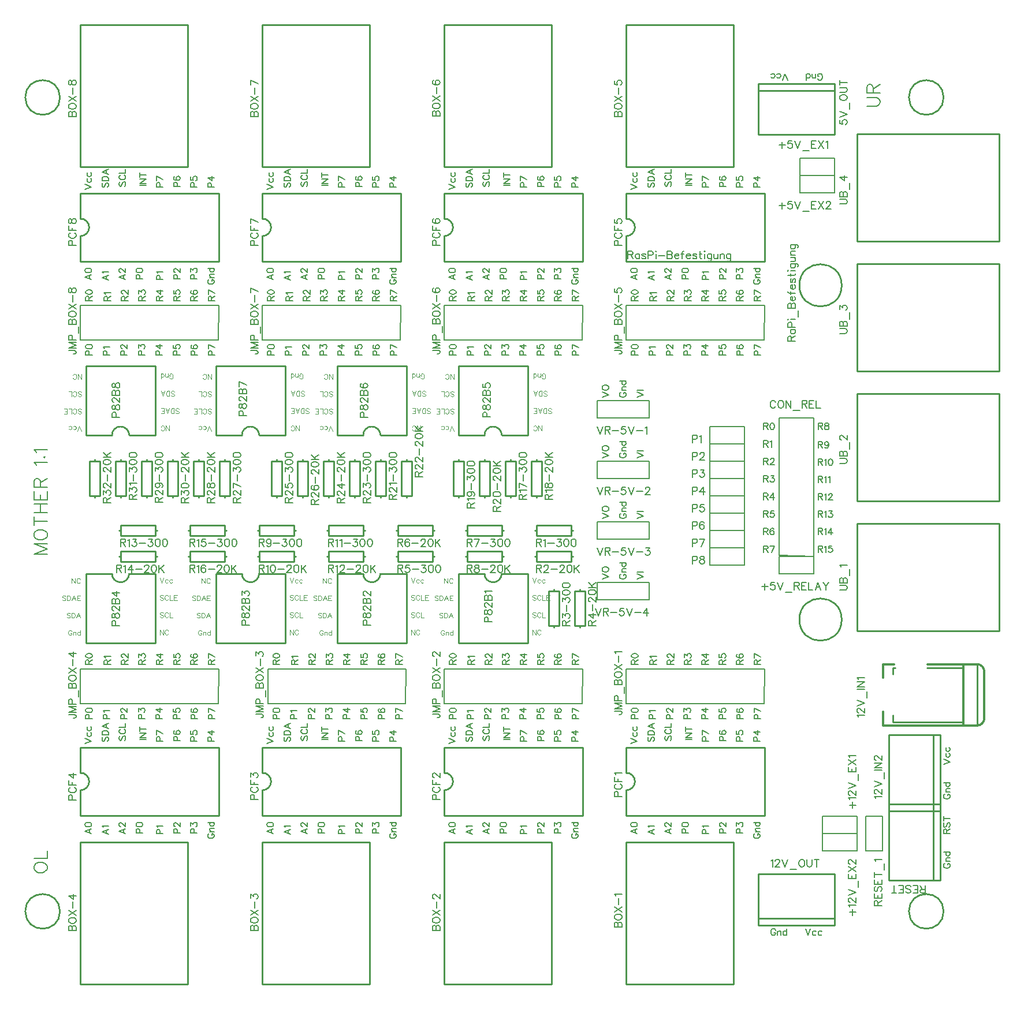
<source format=gto>
G04 ---------------------------- Layer name :TOP SILK LAYER*
G04 EasyEDA v5.8.22, Thu, 20 Dec 2018 20:30:22 GMT*
G04 f422fc89d8fd4efca302d5ffe9b637f2*
G04 Gerber Generator version 0.2*
G04 Scale: 100 percent, Rotated: No, Reflected: No *
G04 Dimensions in millimeters *
G04 leading zeros omitted , absolute positions ,3 integer and 3 decimal *
%FSLAX33Y33*%
%MOMM*%
G90*
G71D02*

%ADD10C,0.254000*%
%ADD25C,0.203200*%
%ADD26C,0.304799*%
%ADD27C,0.177800*%
%ADD28C,0.150114*%
%ADD29C,0.100000*%

%LPD*%
G54D10*
G01X90639Y-5590D02*
G01X106387Y-5590D01*
G01X106387Y15237D01*
G01X90639Y15237D01*
G01X90639Y-5590D01*
G54D25*
G01X107950Y76200D02*
G01X107950Y73685D01*
G01X102870Y73685D01*
G01X102870Y76200D01*
G01X107950Y76200D01*
G54D10*
G01X129159Y9601D02*
G01X129159Y20802D01*
G01X129159Y20802D02*
G01X135661Y20802D01*
G01X135661Y20802D02*
G01X136652Y20802D01*
G01X136652Y20802D02*
G01X136652Y9601D01*
G01X136652Y9601D02*
G01X135661Y9601D01*
G01X135661Y9601D02*
G01X129159Y9601D01*
G01X135661Y20802D02*
G01X135661Y9601D01*
G01X72392Y54608D02*
G01X76202Y54608D01*
G01X76202Y44448D01*
G01X66042Y44448D01*
G01X66042Y54608D01*
G01X69852Y54608D01*
G54D25*
G01X86362Y80007D02*
G01X93982Y80007D01*
G01X93982Y77467D01*
G01X86362Y77467D01*
G01X86362Y80007D01*
G01X118110Y57150D02*
G01X118110Y54635D01*
G01X113030Y54635D01*
G01X113030Y57150D01*
G01X118110Y57150D01*
G54D10*
G01X63969Y-5590D02*
G01X79717Y-5590D01*
G01X79717Y15237D01*
G01X63969Y15237D01*
G01X63969Y-5590D01*
G01X54610Y54608D02*
G01X58420Y54608D01*
G01X58420Y44448D01*
G01X48260Y44448D01*
G01X48260Y54608D01*
G01X52070Y54608D01*
G01X37299Y-5590D02*
G01X53047Y-5590D01*
G01X53047Y15237D01*
G01X37299Y15237D01*
G01X37299Y-5590D01*
G01X36830Y54608D02*
G01X40640Y54608D01*
G01X40640Y44448D01*
G01X30480Y44448D01*
G01X30480Y54608D01*
G01X34290Y54608D01*
G01X10632Y-5590D02*
G01X26380Y-5590D01*
G01X26380Y15237D01*
G01X10632Y15237D01*
G01X10632Y-5590D01*
G01X17782Y54608D02*
G01X21592Y54608D01*
G01X21592Y44448D01*
G01X11432Y44448D01*
G01X11432Y54608D01*
G01X15242Y54608D01*
G01X106387Y135130D02*
G01X90639Y135130D01*
G01X90639Y114302D01*
G01X106387Y114302D01*
G01X106387Y135130D01*
G01X69850Y74928D02*
G01X66040Y74928D01*
G01X66040Y85088D01*
G01X76200Y85088D01*
G01X76200Y74928D01*
G01X72390Y74928D01*
G01X79717Y135128D02*
G01X63969Y135128D01*
G01X63969Y114300D01*
G01X79717Y114300D01*
G01X79717Y135128D01*
G01X52072Y74928D02*
G01X48262Y74928D01*
G01X48262Y85088D01*
G01X58422Y85088D01*
G01X58422Y74928D01*
G01X54612Y74928D01*
G01X53047Y135130D02*
G01X37299Y135130D01*
G01X37299Y114302D01*
G01X53047Y114302D01*
G01X53047Y135130D01*
G01X34292Y74928D02*
G01X30482Y74928D01*
G01X30482Y85088D01*
G01X40642Y85088D01*
G01X40642Y74928D01*
G01X36832Y74928D01*
G01X26380Y135130D02*
G01X10632Y135130D01*
G01X10632Y114302D01*
G01X26380Y114302D01*
G01X26380Y135130D01*
G01X15242Y74928D02*
G01X11432Y74928D01*
G01X11432Y85088D01*
G01X21592Y85088D01*
G01X21592Y74928D01*
G01X17782Y74928D01*
G54D25*
G01X86362Y71117D02*
G01X93982Y71117D01*
G01X93982Y68577D01*
G01X86362Y68577D01*
G01X86362Y71117D01*
G01X86362Y62227D02*
G01X93982Y62227D01*
G01X93982Y59687D01*
G01X86362Y59687D01*
G01X86362Y62227D01*
G01X86360Y53340D02*
G01X93980Y53340D01*
G01X93980Y50800D01*
G01X86360Y50800D01*
G01X86360Y53340D01*
G01X121211Y115570D02*
G01X121211Y113055D01*
G01X116131Y113055D01*
G01X116131Y115570D01*
G01X121211Y115570D01*
G01X121211Y113027D02*
G01X121211Y110512D01*
G01X116131Y110512D01*
G01X116131Y113027D01*
G01X121211Y113027D01*
G01X124460Y19050D02*
G01X124460Y16535D01*
G01X119380Y16535D01*
G01X119380Y19050D01*
G01X124460Y19050D01*
G01X124460Y16510D02*
G01X124460Y13995D01*
G01X119380Y13995D01*
G01X119380Y16510D01*
G01X124460Y16510D01*
G54D10*
G01X90639Y25400D02*
G01X90639Y29133D01*
G01X110959Y29133D01*
G01X110959Y19126D01*
G01X90639Y19126D01*
G01X90639Y22860D01*
G01X91909Y24180D02*
G01X91909Y24079D01*
G01X63969Y25400D02*
G01X63969Y29133D01*
G01X84289Y29133D01*
G01X84289Y19126D01*
G01X63969Y19126D01*
G01X63969Y22860D01*
G01X65239Y24180D02*
G01X65239Y24079D01*
G54D25*
G01X107950Y73660D02*
G01X107950Y71145D01*
G01X102870Y71145D01*
G01X102870Y73660D01*
G01X107950Y73660D01*
G54D10*
G01X37299Y25400D02*
G01X37299Y29133D01*
G01X57619Y29133D01*
G01X57619Y19126D01*
G01X37299Y19126D01*
G01X37299Y22860D01*
G01X38569Y24180D02*
G01X38569Y24079D01*
G54D25*
G01X107950Y71120D02*
G01X107950Y68605D01*
G01X102870Y68605D01*
G01X102870Y71120D01*
G01X107950Y71120D01*
G54D10*
G01X10632Y25400D02*
G01X10632Y29133D01*
G01X30952Y29133D01*
G01X30952Y19126D01*
G01X10632Y19126D01*
G01X10632Y22860D01*
G01X11902Y24180D02*
G01X11902Y24079D01*
G54D25*
G01X107952Y68577D02*
G01X107952Y66062D01*
G01X102872Y66062D01*
G01X102872Y68577D01*
G01X107952Y68577D01*
G54D10*
G01X90639Y106680D02*
G01X90639Y110413D01*
G01X110959Y110413D01*
G01X110959Y100406D01*
G01X90639Y100406D01*
G01X90639Y104140D01*
G01X91909Y105460D02*
G01X91909Y105359D01*
G54D25*
G01X107950Y66040D02*
G01X107950Y63525D01*
G01X102870Y63525D01*
G01X102870Y66040D01*
G01X107950Y66040D01*
G54D10*
G01X63969Y106680D02*
G01X63969Y110413D01*
G01X84289Y110413D01*
G01X84289Y100406D01*
G01X63969Y100406D01*
G01X63969Y104140D01*
G01X65239Y105460D02*
G01X65239Y105359D01*
G54D25*
G01X107950Y63500D02*
G01X107950Y60985D01*
G01X102870Y60985D01*
G01X102870Y63500D01*
G01X107950Y63500D01*
G54D10*
G01X37299Y106680D02*
G01X37299Y110413D01*
G01X57619Y110413D01*
G01X57619Y100406D01*
G01X37299Y100406D01*
G01X37299Y104140D01*
G01X38569Y105460D02*
G01X38569Y105359D01*
G54D25*
G01X107950Y60960D02*
G01X107950Y58445D01*
G01X102870Y58445D01*
G01X102870Y60960D01*
G01X107950Y60960D01*
G01X107950Y58420D02*
G01X107950Y55905D01*
G01X102870Y55905D01*
G01X102870Y58420D01*
G01X107950Y58420D01*
G54D10*
G01X145293Y46187D02*
G01X145293Y61935D01*
G01X124465Y61935D01*
G01X124465Y46187D01*
G01X145293Y46187D01*
G01X145293Y65237D02*
G01X145293Y80985D01*
G01X124465Y80985D01*
G01X124465Y65237D01*
G01X145293Y65237D01*
G01X145293Y84287D02*
G01X145293Y100035D01*
G01X124465Y100035D01*
G01X124465Y84287D01*
G01X145293Y84287D01*
G01X145293Y103337D02*
G01X145293Y119085D01*
G01X124465Y119085D01*
G01X124465Y103337D01*
G01X145293Y103337D01*
G01X110009Y10541D02*
G01X121211Y10541D01*
G01X121211Y10541D02*
G01X121211Y4038D01*
G01X121211Y4038D02*
G01X121211Y3048D01*
G01X121211Y3048D02*
G01X110009Y3048D01*
G01X110009Y3048D02*
G01X110009Y4038D01*
G01X110009Y4038D02*
G01X110009Y10541D01*
G01X121211Y4038D02*
G01X110009Y4038D01*
G01X121211Y118996D02*
G01X110009Y118996D01*
G01X110009Y118996D02*
G01X110009Y125498D01*
G01X110009Y125498D02*
G01X110009Y126489D01*
G01X110009Y126489D02*
G01X121211Y126489D01*
G01X121211Y126489D02*
G01X121211Y125498D01*
G01X121211Y125498D02*
G01X121211Y118996D01*
G01X110009Y125498D02*
G01X121211Y125498D01*
G01X129161Y19761D02*
G01X129161Y30962D01*
G01X129161Y30962D02*
G01X135663Y30962D01*
G01X135663Y30962D02*
G01X136654Y30962D01*
G01X136654Y30962D02*
G01X136654Y19761D01*
G01X136654Y19761D02*
G01X135663Y19761D01*
G01X135663Y19761D02*
G01X129161Y19761D01*
G01X135663Y30962D02*
G01X135663Y19761D01*
G54D26*
G01X142064Y32331D02*
G01X140058Y32331D01*
G01X140058Y32331D02*
G01X128323Y32331D01*
G01X140058Y41323D02*
G01X142064Y41323D01*
G54D10*
G01X140058Y32839D02*
G01X129720Y32839D01*
G54D26*
G01X140058Y32331D02*
G01X140058Y39773D01*
G01X140058Y39875D02*
G01X140058Y40815D01*
G01X140058Y40815D02*
G01X140058Y41323D01*
G01X143106Y33373D02*
G01X143106Y40281D01*
G54D10*
G01X142064Y32331D02*
G01X142064Y41323D01*
G54D26*
G01X128323Y41323D02*
G01X129923Y41323D01*
G01X134825Y41323D02*
G01X140058Y41323D01*
G01X128323Y32331D02*
G01X128323Y34338D01*
G01X128323Y39316D02*
G01X128323Y41323D01*
G54D10*
G01X129720Y32839D02*
G01X129720Y33830D01*
G01X129720Y39824D02*
G01X129720Y40815D01*
G01X134724Y40815D02*
G01X140058Y40815D01*
G01X129720Y40815D02*
G01X130050Y40815D01*
G54D25*
G01X125730Y19050D02*
G01X128244Y19050D01*
G01X128244Y13970D01*
G01X125730Y13970D01*
G01X125730Y19050D01*
G54D10*
G01X10632Y106680D02*
G01X10632Y110413D01*
G01X30952Y110413D01*
G01X30952Y100406D01*
G01X10632Y100406D01*
G01X10632Y104140D01*
G01X11902Y105460D02*
G01X11902Y105359D01*
G54D25*
G01X90639Y35560D02*
G01X110832Y35560D01*
G01X110934Y40640D01*
G01X90639Y40640D01*
G01X90639Y35560D01*
G01X63969Y35560D02*
G01X84162Y35560D01*
G01X84264Y40640D01*
G01X63969Y40640D01*
G01X63969Y35560D01*
G01X38100Y35560D02*
G01X58293Y35560D01*
G01X58394Y40640D01*
G01X38100Y40640D01*
G01X38100Y35560D01*
G01X10632Y35560D02*
G01X30825Y35560D01*
G01X30927Y40640D01*
G01X10632Y40640D01*
G01X10632Y35560D01*
G01X90639Y88900D02*
G01X110832Y88900D01*
G01X110934Y93980D01*
G01X90639Y93980D01*
G01X90639Y88900D01*
G01X63969Y88900D02*
G01X84162Y88900D01*
G01X84264Y93980D01*
G01X63969Y93980D01*
G01X63969Y88900D01*
G01X37299Y88900D02*
G01X57492Y88900D01*
G01X57594Y93980D01*
G01X37299Y93980D01*
G01X37299Y88900D01*
G01X10632Y88900D02*
G01X30825Y88900D01*
G01X30927Y93980D01*
G01X10632Y93980D01*
G01X10632Y88900D01*
G01X113030Y77470D02*
G01X113030Y57277D01*
G01X118110Y57175D01*
G01X118110Y77470D01*
G01X113030Y77470D01*
G54D10*
G01X82551Y60196D02*
G01X77471Y60196D01*
G01X77471Y60196D02*
G01X77471Y60958D01*
G01X77471Y60958D02*
G01X77471Y61720D01*
G01X77471Y61720D02*
G01X82551Y61720D01*
G01X82551Y61720D02*
G01X82551Y60958D01*
G01X82551Y60958D02*
G01X82551Y60196D01*
G01X77471Y60958D02*
G01X77217Y60958D01*
G01X82551Y60958D02*
G01X82805Y60958D01*
G01X82550Y56386D02*
G01X77470Y56386D01*
G01X77470Y56386D02*
G01X77470Y57148D01*
G01X77470Y57148D02*
G01X77470Y57910D01*
G01X77470Y57910D02*
G01X82550Y57910D01*
G01X82550Y57910D02*
G01X82550Y57148D01*
G01X82550Y57148D02*
G01X82550Y56386D01*
G01X77470Y57148D02*
G01X77216Y57148D01*
G01X82550Y57148D02*
G01X82804Y57148D01*
G01X83059Y46989D02*
G01X83059Y52069D01*
G01X83059Y52069D02*
G01X83821Y52069D01*
G01X83821Y52069D02*
G01X84583Y52069D01*
G01X84583Y52069D02*
G01X84583Y46989D01*
G01X84583Y46989D02*
G01X83821Y46989D01*
G01X83821Y46989D02*
G01X83059Y46989D01*
G01X83821Y52069D02*
G01X83821Y52323D01*
G01X83821Y46989D02*
G01X83821Y46735D01*
G01X79246Y46989D02*
G01X79246Y52069D01*
G01X79246Y52069D02*
G01X80008Y52069D01*
G01X80008Y52069D02*
G01X80770Y52069D01*
G01X80770Y52069D02*
G01X80770Y46989D01*
G01X80770Y46989D02*
G01X80008Y46989D01*
G01X80008Y46989D02*
G01X79246Y46989D01*
G01X80008Y52069D02*
G01X80008Y52323D01*
G01X80008Y46989D02*
G01X80008Y46735D01*
G01X62231Y56386D02*
G01X57151Y56386D01*
G01X57151Y56386D02*
G01X57151Y57148D01*
G01X57151Y57148D02*
G01X57151Y57910D01*
G01X57151Y57910D02*
G01X62231Y57910D01*
G01X62231Y57910D02*
G01X62231Y57148D01*
G01X62231Y57148D02*
G01X62231Y56386D01*
G01X57151Y57148D02*
G01X56897Y57148D01*
G01X62231Y57148D02*
G01X62485Y57148D01*
G01X67310Y61721D02*
G01X72390Y61721D01*
G01X72390Y61721D02*
G01X72390Y60959D01*
G01X72390Y60959D02*
G01X72390Y60197D01*
G01X72390Y60197D02*
G01X67310Y60197D01*
G01X67310Y60197D02*
G01X67310Y60959D01*
G01X67310Y60959D02*
G01X67310Y61721D01*
G01X72390Y60959D02*
G01X72644Y60959D01*
G01X67310Y60959D02*
G01X67056Y60959D01*
G01X62235Y60193D02*
G01X57155Y60193D01*
G01X57155Y60193D02*
G01X57155Y60955D01*
G01X57155Y60955D02*
G01X57155Y61717D01*
G01X57155Y61717D02*
G01X62235Y61717D01*
G01X62235Y61717D02*
G01X62235Y60955D01*
G01X62235Y60955D02*
G01X62235Y60193D01*
G01X57155Y60955D02*
G01X56901Y60955D01*
G01X62235Y60955D02*
G01X62489Y60955D01*
G01X67314Y57909D02*
G01X72394Y57909D01*
G01X72394Y57909D02*
G01X72394Y57147D01*
G01X72394Y57147D02*
G01X72394Y56385D01*
G01X72394Y56385D02*
G01X67314Y56385D01*
G01X67314Y56385D02*
G01X67314Y57147D01*
G01X67314Y57147D02*
G01X67314Y57909D01*
G01X72394Y57147D02*
G01X72648Y57147D01*
G01X67314Y57147D02*
G01X67060Y57147D01*
G01X41910Y60197D02*
G01X36830Y60197D01*
G01X36830Y60197D02*
G01X36830Y60959D01*
G01X36830Y60959D02*
G01X36830Y61721D01*
G01X36830Y61721D02*
G01X41910Y61721D01*
G01X41910Y61721D02*
G01X41910Y60959D01*
G01X41910Y60959D02*
G01X41910Y60197D01*
G01X36830Y60959D02*
G01X36576Y60959D01*
G01X41910Y60959D02*
G01X42164Y60959D01*
G01X46990Y61721D02*
G01X52070Y61721D01*
G01X52070Y61721D02*
G01X52070Y60959D01*
G01X52070Y60959D02*
G01X52070Y60197D01*
G01X52070Y60197D02*
G01X46990Y60197D01*
G01X46990Y60197D02*
G01X46990Y60959D01*
G01X46990Y60959D02*
G01X46990Y61721D01*
G01X52070Y60959D02*
G01X52324Y60959D01*
G01X46990Y60959D02*
G01X46736Y60959D01*
G01X41912Y56386D02*
G01X36832Y56386D01*
G01X36832Y56386D02*
G01X36832Y57148D01*
G01X36832Y57148D02*
G01X36832Y57910D01*
G01X36832Y57910D02*
G01X41912Y57910D01*
G01X41912Y57910D02*
G01X41912Y57148D01*
G01X41912Y57148D02*
G01X41912Y56386D01*
G01X36832Y57148D02*
G01X36578Y57148D01*
G01X41912Y57148D02*
G01X42166Y57148D01*
G01X46992Y57908D02*
G01X52072Y57908D01*
G01X52072Y57908D02*
G01X52072Y57146D01*
G01X52072Y57146D02*
G01X52073Y56384D01*
G01X52073Y56384D02*
G01X46992Y56384D01*
G01X46992Y56384D02*
G01X46992Y57146D01*
G01X46992Y57146D02*
G01X46992Y57908D01*
G01X52072Y57146D02*
G01X52326Y57146D01*
G01X46992Y57146D02*
G01X46738Y57146D01*
G01X21589Y60199D02*
G01X16509Y60199D01*
G01X16509Y60199D02*
G01X16509Y60961D01*
G01X16509Y60961D02*
G01X16509Y61723D01*
G01X16509Y61723D02*
G01X21589Y61723D01*
G01X21589Y61723D02*
G01X21589Y60961D01*
G01X21589Y60961D02*
G01X21589Y60199D01*
G01X16509Y60961D02*
G01X16255Y60961D01*
G01X21589Y60961D02*
G01X21843Y60961D01*
G01X21591Y56386D02*
G01X16511Y56386D01*
G01X16511Y56386D02*
G01X16511Y57148D01*
G01X16511Y57148D02*
G01X16511Y57910D01*
G01X16511Y57910D02*
G01X21591Y57910D01*
G01X21591Y57910D02*
G01X21591Y57148D01*
G01X21591Y57148D02*
G01X21591Y56386D01*
G01X16511Y57148D02*
G01X16257Y57148D01*
G01X21591Y57148D02*
G01X21845Y57148D01*
G01X26668Y61723D02*
G01X31748Y61723D01*
G01X31748Y61723D02*
G01X31748Y60961D01*
G01X31748Y60961D02*
G01X31748Y60199D01*
G01X31748Y60199D02*
G01X26668Y60199D01*
G01X26668Y60199D02*
G01X26668Y60961D01*
G01X26668Y60961D02*
G01X26668Y61723D01*
G01X31748Y60961D02*
G01X32002Y60961D01*
G01X26668Y60961D02*
G01X26414Y60961D01*
G01X26670Y57910D02*
G01X31750Y57910D01*
G01X31750Y57910D02*
G01X31750Y57148D01*
G01X31750Y57148D02*
G01X31750Y56386D01*
G01X31750Y56386D02*
G01X26670Y56386D01*
G01X26670Y56386D02*
G01X26670Y57148D01*
G01X26670Y57148D02*
G01X26670Y57910D01*
G01X31750Y57148D02*
G01X32004Y57148D01*
G01X26670Y57148D02*
G01X26416Y57148D01*
G01X72896Y66039D02*
G01X72896Y71119D01*
G01X72896Y71119D02*
G01X73658Y71119D01*
G01X73658Y71119D02*
G01X74420Y71119D01*
G01X74420Y71119D02*
G01X74420Y66039D01*
G01X74420Y66039D02*
G01X73658Y66039D01*
G01X73658Y66039D02*
G01X72896Y66039D01*
G01X73658Y71119D02*
G01X73658Y71373D01*
G01X73658Y66039D02*
G01X73658Y65785D01*
G01X76708Y66039D02*
G01X76708Y71119D01*
G01X76708Y71119D02*
G01X77470Y71119D01*
G01X77470Y71119D02*
G01X78232Y71119D01*
G01X78232Y71119D02*
G01X78232Y66039D01*
G01X78232Y66039D02*
G01X77470Y66039D01*
G01X77470Y66039D02*
G01X76708Y66039D01*
G01X77470Y71119D02*
G01X77470Y71373D01*
G01X77470Y66039D02*
G01X77470Y65785D01*
G01X66803Y71118D02*
G01X66803Y66038D01*
G01X66803Y66038D02*
G01X66041Y66038D01*
G01X66041Y66038D02*
G01X65279Y66038D01*
G01X65279Y66038D02*
G01X65279Y71118D01*
G01X65279Y71118D02*
G01X66041Y71118D01*
G01X66041Y71118D02*
G01X66803Y71118D01*
G01X66041Y66038D02*
G01X66041Y65784D01*
G01X66041Y71118D02*
G01X66041Y71372D01*
G01X70613Y71118D02*
G01X70613Y66038D01*
G01X70613Y66038D02*
G01X69851Y66038D01*
G01X69851Y66038D02*
G01X69089Y66038D01*
G01X69089Y66038D02*
G01X69089Y71118D01*
G01X69089Y71118D02*
G01X69851Y71118D01*
G01X69851Y71118D02*
G01X70613Y71118D01*
G01X69851Y66038D02*
G01X69851Y65784D01*
G01X69851Y71118D02*
G01X69851Y71372D01*
G01X53848Y66037D02*
G01X53848Y71117D01*
G01X53848Y71117D02*
G01X54610Y71117D01*
G01X54610Y71117D02*
G01X55372Y71117D01*
G01X55372Y71117D02*
G01X55372Y66037D01*
G01X55372Y66037D02*
G01X54610Y66037D01*
G01X54610Y66037D02*
G01X53848Y66037D01*
G01X54610Y71117D02*
G01X54610Y71371D01*
G01X54610Y66037D02*
G01X54610Y65783D01*
G01X57656Y66041D02*
G01X57656Y71121D01*
G01X57656Y71121D02*
G01X58418Y71121D01*
G01X58418Y71121D02*
G01X59180Y71121D01*
G01X59180Y71121D02*
G01X59180Y66041D01*
G01X59180Y66041D02*
G01X58418Y66041D01*
G01X58418Y66041D02*
G01X57656Y66041D01*
G01X58418Y71121D02*
G01X58418Y71375D01*
G01X58418Y66041D02*
G01X58418Y65787D01*
G01X51561Y71119D02*
G01X51561Y66039D01*
G01X51561Y66039D02*
G01X50799Y66039D01*
G01X50799Y66039D02*
G01X50037Y66039D01*
G01X50037Y66039D02*
G01X50037Y71119D01*
G01X50037Y71119D02*
G01X50799Y71119D01*
G01X50799Y71119D02*
G01X51561Y71119D01*
G01X50799Y66039D02*
G01X50799Y65785D01*
G01X50799Y71119D02*
G01X50799Y71373D01*
G01X47751Y71120D02*
G01X47751Y66040D01*
G01X47751Y66040D02*
G01X46989Y66040D01*
G01X46989Y66040D02*
G01X46227Y66040D01*
G01X46227Y66040D02*
G01X46227Y71120D01*
G01X46227Y71120D02*
G01X46989Y71120D01*
G01X46989Y71120D02*
G01X47751Y71120D01*
G01X46989Y66040D02*
G01X46989Y65786D01*
G01X46989Y71120D02*
G01X46989Y71374D01*
G01X38608Y66037D02*
G01X38608Y71117D01*
G01X38608Y71117D02*
G01X39370Y71117D01*
G01X39370Y71117D02*
G01X40132Y71117D01*
G01X40132Y71117D02*
G01X40132Y66037D01*
G01X40132Y66037D02*
G01X39370Y66037D01*
G01X39370Y66037D02*
G01X38608Y66037D01*
G01X39370Y71117D02*
G01X39370Y71371D01*
G01X39370Y66037D02*
G01X39370Y65783D01*
G01X42419Y66038D02*
G01X42419Y71118D01*
G01X42419Y71118D02*
G01X43181Y71118D01*
G01X43181Y71118D02*
G01X43943Y71118D01*
G01X43943Y71118D02*
G01X43943Y66038D01*
G01X43943Y66038D02*
G01X43181Y66038D01*
G01X43181Y66038D02*
G01X42419Y66038D01*
G01X43181Y71118D02*
G01X43181Y71372D01*
G01X43181Y66038D02*
G01X43181Y65784D01*
G01X32510Y71119D02*
G01X32510Y66039D01*
G01X32510Y66039D02*
G01X31748Y66039D01*
G01X31748Y66039D02*
G01X30986Y66039D01*
G01X30986Y66039D02*
G01X30986Y71119D01*
G01X30986Y71119D02*
G01X31748Y71119D01*
G01X31748Y71119D02*
G01X32510Y71119D01*
G01X31748Y66039D02*
G01X31748Y65785D01*
G01X31748Y71119D02*
G01X31748Y71373D01*
G01X28705Y71119D02*
G01X28705Y66039D01*
G01X28705Y66039D02*
G01X27943Y66039D01*
G01X27943Y66039D02*
G01X27181Y66039D01*
G01X27181Y66039D02*
G01X27181Y71119D01*
G01X27181Y71119D02*
G01X27943Y71119D01*
G01X27943Y71119D02*
G01X28705Y71119D01*
G01X27943Y66039D02*
G01X27943Y65785D01*
G01X27943Y71119D02*
G01X27943Y71373D01*
G01X19556Y66039D02*
G01X19556Y71119D01*
G01X19556Y71119D02*
G01X20318Y71119D01*
G01X20318Y71119D02*
G01X21080Y71119D01*
G01X21080Y71119D02*
G01X21080Y66039D01*
G01X21080Y66039D02*
G01X20318Y66039D01*
G01X20318Y66039D02*
G01X19556Y66039D01*
G01X20318Y71119D02*
G01X20318Y71373D01*
G01X20318Y66039D02*
G01X20318Y65785D01*
G01X23369Y66038D02*
G01X23369Y71118D01*
G01X23369Y71118D02*
G01X24131Y71118D01*
G01X24131Y71118D02*
G01X24893Y71118D01*
G01X24893Y71118D02*
G01X24893Y66038D01*
G01X24893Y66038D02*
G01X24131Y66038D01*
G01X24131Y66038D02*
G01X23369Y66038D01*
G01X24131Y71118D02*
G01X24131Y71372D01*
G01X24131Y66038D02*
G01X24131Y65784D01*
G01X17272Y71117D02*
G01X17272Y66037D01*
G01X17272Y66037D02*
G01X16510Y66037D01*
G01X16510Y66037D02*
G01X15748Y66037D01*
G01X15748Y66037D02*
G01X15748Y71117D01*
G01X15748Y71117D02*
G01X16510Y71117D01*
G01X16510Y71117D02*
G01X17272Y71117D01*
G01X16510Y66037D02*
G01X16510Y65783D01*
G01X16510Y71117D02*
G01X16510Y71371D01*
G01X13462Y71121D02*
G01X13462Y66041D01*
G01X13462Y66041D02*
G01X12700Y66041D01*
G01X12700Y66041D02*
G01X11938Y66041D01*
G01X11938Y66041D02*
G01X11938Y71121D01*
G01X11938Y71121D02*
G01X12700Y71121D01*
G01X12700Y71121D02*
G01X13462Y71121D01*
G01X12700Y66041D02*
G01X12700Y65787D01*
G01X12700Y71121D02*
G01X12700Y71375D01*
G54D27*
G01X88899Y2768D02*
G01X89989Y2768D01*
G01X88899Y2768D02*
G01X88899Y3236D01*
G01X88950Y3391D01*
G01X89001Y3444D01*
G01X89105Y3495D01*
G01X89209Y3495D01*
G01X89313Y3444D01*
G01X89366Y3391D01*
G01X89417Y3236D01*
G01X89417Y2768D02*
G01X89417Y3236D01*
G01X89471Y3391D01*
G01X89521Y3444D01*
G01X89626Y3495D01*
G01X89780Y3495D01*
G01X89885Y3444D01*
G01X89938Y3391D01*
G01X89989Y3236D01*
G01X89989Y2768D01*
G01X88899Y4150D02*
G01X88950Y4046D01*
G01X89054Y3942D01*
G01X89158Y3891D01*
G01X89313Y3838D01*
G01X89572Y3838D01*
G01X89730Y3891D01*
G01X89834Y3942D01*
G01X89938Y4046D01*
G01X89989Y4150D01*
G01X89989Y4358D01*
G01X89938Y4463D01*
G01X89834Y4567D01*
G01X89730Y4617D01*
G01X89572Y4671D01*
G01X89313Y4671D01*
G01X89158Y4617D01*
G01X89054Y4567D01*
G01X88950Y4463D01*
G01X88899Y4358D01*
G01X88899Y4150D01*
G01X88899Y5014D02*
G01X89989Y5740D01*
G01X88899Y5740D02*
G01X89989Y5014D01*
G01X89521Y6083D02*
G01X89521Y7018D01*
G01X89105Y7361D02*
G01X89054Y7465D01*
G01X88899Y7620D01*
G01X89989Y7620D01*
G01X100329Y74930D02*
G01X100329Y73840D01*
G01X100329Y74930D02*
G01X100796Y74930D01*
G01X100951Y74879D01*
G01X101005Y74828D01*
G01X101056Y74724D01*
G01X101056Y74566D01*
G01X101005Y74462D01*
G01X100951Y74412D01*
G01X100796Y74358D01*
G01X100329Y74358D01*
G01X101398Y74724D02*
G01X101503Y74775D01*
G01X101660Y74930D01*
G01X101660Y73840D01*
G01X134444Y7800D02*
G01X134444Y8890D01*
G01X134444Y7800D02*
G01X133976Y7800D01*
G01X133821Y7851D01*
G01X133768Y7902D01*
G01X133717Y8006D01*
G01X133717Y8110D01*
G01X133768Y8214D01*
G01X133821Y8268D01*
G01X133976Y8318D01*
G01X134444Y8318D01*
G01X134081Y8318D02*
G01X133717Y8890D01*
G01X133374Y7800D02*
G01X133374Y8890D01*
G01X133374Y7800D02*
G01X132699Y7800D01*
G01X133374Y8318D02*
G01X132958Y8318D01*
G01X133374Y8890D02*
G01X132699Y8890D01*
G01X131627Y7955D02*
G01X131731Y7851D01*
G01X131889Y7800D01*
G01X132094Y7800D01*
G01X132252Y7851D01*
G01X132356Y7955D01*
G01X132356Y8059D01*
G01X132303Y8163D01*
G01X132252Y8214D01*
G01X132148Y8268D01*
G01X131835Y8372D01*
G01X131731Y8422D01*
G01X131680Y8473D01*
G01X131627Y8577D01*
G01X131627Y8735D01*
G01X131731Y8839D01*
G01X131889Y8890D01*
G01X132094Y8890D01*
G01X132252Y8839D01*
G01X132356Y8735D01*
G01X131284Y7800D02*
G01X131284Y8890D01*
G01X131284Y7800D02*
G01X130608Y7800D01*
G01X131284Y8318D02*
G01X130870Y8318D01*
G01X131284Y8890D02*
G01X130608Y8890D01*
G01X129902Y7800D02*
G01X129902Y8890D01*
G01X130265Y7800D02*
G01X129539Y7800D01*
G54D28*
G01X137387Y12111D02*
G01X137296Y12067D01*
G01X137204Y11976D01*
G01X137159Y11884D01*
G01X137159Y11702D01*
G01X137204Y11613D01*
G01X137296Y11521D01*
G01X137387Y11476D01*
G01X137522Y11430D01*
G01X137750Y11430D01*
G01X137888Y11476D01*
G01X137977Y11521D01*
G01X138068Y11613D01*
G01X138114Y11702D01*
G01X138114Y11884D01*
G01X138068Y11976D01*
G01X137977Y12067D01*
G01X137888Y12111D01*
G01X137750Y12111D01*
G01X137750Y11884D02*
G01X137750Y12111D01*
G01X137479Y12413D02*
G01X138114Y12413D01*
G01X137659Y12413D02*
G01X137522Y12547D01*
G01X137479Y12639D01*
G01X137479Y12776D01*
G01X137522Y12865D01*
G01X137659Y12911D01*
G01X138114Y12911D01*
G01X137159Y13756D02*
G01X138114Y13756D01*
G01X137613Y13756D02*
G01X137522Y13665D01*
G01X137479Y13576D01*
G01X137479Y13439D01*
G01X137522Y13348D01*
G01X137613Y13256D01*
G01X137750Y13213D01*
G01X137842Y13213D01*
G01X137977Y13256D01*
G01X138068Y13348D01*
G01X138114Y13439D01*
G01X138114Y13576D01*
G01X138068Y13665D01*
G01X137977Y13756D01*
G01X137159Y16510D02*
G01X138114Y16510D01*
G01X137159Y16510D02*
G01X137159Y16919D01*
G01X137205Y17056D01*
G01X137251Y17100D01*
G01X137342Y17145D01*
G01X137434Y17145D01*
G01X137523Y17100D01*
G01X137568Y17056D01*
G01X137614Y16919D01*
G01X137614Y16510D01*
G01X137614Y16828D02*
G01X138114Y17145D01*
G01X137297Y18083D02*
G01X137205Y17991D01*
G01X137159Y17856D01*
G01X137159Y17674D01*
G01X137205Y17536D01*
G01X137297Y17445D01*
G01X137388Y17445D01*
G01X137477Y17491D01*
G01X137523Y17536D01*
G01X137568Y17628D01*
G01X137660Y17900D01*
G01X137705Y17991D01*
G01X137751Y18037D01*
G01X137843Y18083D01*
G01X137977Y18083D01*
G01X138069Y17991D01*
G01X138114Y17856D01*
G01X138114Y17674D01*
G01X138069Y17536D01*
G01X137977Y17445D01*
G01X137159Y18700D02*
G01X138114Y18700D01*
G01X137159Y18382D02*
G01X137159Y19020D01*
G54D27*
G01X69849Y47528D02*
G01X70939Y47528D01*
G01X69849Y47528D02*
G01X69849Y47996D01*
G01X69900Y48151D01*
G01X69951Y48204D01*
G01X70055Y48255D01*
G01X70212Y48255D01*
G01X70317Y48204D01*
G01X70367Y48151D01*
G01X70421Y47996D01*
G01X70421Y47528D01*
G01X69849Y48859D02*
G01X69900Y48702D01*
G01X70004Y48651D01*
G01X70108Y48651D01*
G01X70212Y48702D01*
G01X70263Y48806D01*
G01X70317Y49014D01*
G01X70367Y49169D01*
G01X70471Y49273D01*
G01X70576Y49327D01*
G01X70731Y49327D01*
G01X70835Y49273D01*
G01X70888Y49222D01*
G01X70939Y49065D01*
G01X70939Y48859D01*
G01X70888Y48702D01*
G01X70835Y48651D01*
G01X70731Y48598D01*
G01X70576Y48598D01*
G01X70471Y48651D01*
G01X70367Y48755D01*
G01X70317Y48910D01*
G01X70263Y49118D01*
G01X70212Y49222D01*
G01X70108Y49273D01*
G01X70004Y49273D01*
G01X69900Y49222D01*
G01X69849Y49065D01*
G01X69849Y48859D01*
G01X70108Y49720D02*
G01X70055Y49720D01*
G01X69951Y49774D01*
G01X69900Y49824D01*
G01X69849Y49929D01*
G01X69849Y50137D01*
G01X69900Y50241D01*
G01X69951Y50292D01*
G01X70055Y50345D01*
G01X70159Y50345D01*
G01X70263Y50292D01*
G01X70421Y50188D01*
G01X70939Y49669D01*
G01X70939Y50396D01*
G01X69849Y50739D02*
G01X70939Y50739D01*
G01X69849Y50739D02*
G01X69849Y51206D01*
G01X69900Y51364D01*
G01X69951Y51414D01*
G01X70055Y51465D01*
G01X70159Y51465D01*
G01X70263Y51414D01*
G01X70317Y51364D01*
G01X70367Y51206D01*
G01X70367Y50739D02*
G01X70367Y51206D01*
G01X70421Y51364D01*
G01X70471Y51414D01*
G01X70576Y51465D01*
G01X70731Y51465D01*
G01X70835Y51414D01*
G01X70888Y51364D01*
G01X70939Y51206D01*
G01X70939Y50739D01*
G01X70055Y51808D02*
G01X70004Y51912D01*
G01X69849Y52070D01*
G01X70939Y52070D01*
G54D29*
G01X63056Y51297D02*
G01X62987Y51365D01*
G01X62885Y51398D01*
G01X62748Y51398D01*
G01X62647Y51365D01*
G01X62578Y51297D01*
G01X62578Y51228D01*
G01X62611Y51160D01*
G01X62647Y51127D01*
G01X62715Y51091D01*
G01X62918Y51022D01*
G01X62987Y50989D01*
G01X63020Y50956D01*
G01X63056Y50888D01*
G01X63056Y50784D01*
G01X62987Y50718D01*
G01X62885Y50682D01*
G01X62748Y50682D01*
G01X62647Y50718D01*
G01X62578Y50784D01*
G01X63279Y51398D02*
G01X63279Y50682D01*
G01X63279Y51398D02*
G01X63518Y51398D01*
G01X63622Y51365D01*
G01X63691Y51297D01*
G01X63724Y51228D01*
G01X63757Y51127D01*
G01X63757Y50956D01*
G01X63724Y50852D01*
G01X63691Y50784D01*
G01X63622Y50718D01*
G01X63518Y50682D01*
G01X63279Y50682D01*
G01X64254Y51398D02*
G01X63983Y50682D01*
G01X64254Y51398D02*
G01X64529Y50682D01*
G01X64084Y50921D02*
G01X64425Y50921D01*
G01X64752Y51398D02*
G01X64752Y50682D01*
G01X64752Y51398D02*
G01X65197Y51398D01*
G01X64752Y51058D02*
G01X65027Y51058D01*
G01X64752Y50682D02*
G01X65197Y50682D01*
G01X63723Y48757D02*
G01X63655Y48825D01*
G01X63553Y48858D01*
G01X63416Y48858D01*
G01X63314Y48825D01*
G01X63246Y48757D01*
G01X63246Y48688D01*
G01X63279Y48620D01*
G01X63314Y48587D01*
G01X63383Y48551D01*
G01X63586Y48482D01*
G01X63655Y48449D01*
G01X63688Y48416D01*
G01X63723Y48348D01*
G01X63723Y48244D01*
G01X63655Y48178D01*
G01X63553Y48142D01*
G01X63416Y48142D01*
G01X63314Y48178D01*
G01X63246Y48244D01*
G01X63947Y48858D02*
G01X63947Y48142D01*
G01X63947Y48858D02*
G01X64186Y48858D01*
G01X64290Y48825D01*
G01X64358Y48757D01*
G01X64391Y48688D01*
G01X64424Y48587D01*
G01X64424Y48416D01*
G01X64391Y48312D01*
G01X64358Y48244D01*
G01X64290Y48178D01*
G01X64186Y48142D01*
G01X63947Y48142D01*
G01X64922Y48858D02*
G01X64650Y48142D01*
G01X64922Y48858D02*
G01X65196Y48142D01*
G01X64752Y48381D02*
G01X65092Y48381D01*
G01X63962Y46148D02*
G01X63929Y46217D01*
G01X63860Y46285D01*
G01X63791Y46318D01*
G01X63657Y46318D01*
G01X63588Y46285D01*
G01X63520Y46217D01*
G01X63484Y46148D01*
G01X63451Y46047D01*
G01X63451Y45876D01*
G01X63484Y45772D01*
G01X63520Y45704D01*
G01X63588Y45638D01*
G01X63657Y45602D01*
G01X63791Y45602D01*
G01X63860Y45638D01*
G01X63929Y45704D01*
G01X63962Y45772D01*
G01X63962Y45876D01*
G01X63791Y45876D02*
G01X63962Y45876D01*
G01X64188Y46080D02*
G01X64188Y45602D01*
G01X64188Y45942D02*
G01X64289Y46047D01*
G01X64358Y46080D01*
G01X64460Y46080D01*
G01X64528Y46047D01*
G01X64564Y45942D01*
G01X64564Y45602D01*
G01X65196Y46318D02*
G01X65196Y45602D01*
G01X65196Y45978D02*
G01X65128Y46047D01*
G01X65059Y46080D01*
G01X64957Y46080D01*
G01X64889Y46047D01*
G01X64823Y45978D01*
G01X64787Y45876D01*
G01X64787Y45808D01*
G01X64823Y45704D01*
G01X64889Y45638D01*
G01X64957Y45602D01*
G01X65059Y45602D01*
G01X65128Y45638D01*
G01X65196Y45704D01*
G01X76891Y53998D02*
G01X77163Y53282D01*
G01X77437Y53998D02*
G01X77163Y53282D01*
G01X78070Y53658D02*
G01X78004Y53726D01*
G01X77935Y53759D01*
G01X77831Y53759D01*
G01X77765Y53726D01*
G01X77696Y53658D01*
G01X77661Y53556D01*
G01X77661Y53488D01*
G01X77696Y53383D01*
G01X77765Y53317D01*
G01X77831Y53282D01*
G01X77935Y53282D01*
G01X78004Y53317D01*
G01X78070Y53383D01*
G01X78705Y53658D02*
G01X78636Y53726D01*
G01X78567Y53759D01*
G01X78466Y53759D01*
G01X78397Y53726D01*
G01X78329Y53658D01*
G01X78296Y53556D01*
G01X78296Y53488D01*
G01X78329Y53383D01*
G01X78397Y53317D01*
G01X78466Y53282D01*
G01X78567Y53282D01*
G01X78636Y53317D01*
G01X78705Y53383D01*
G01X77369Y51357D02*
G01X77300Y51425D01*
G01X77198Y51458D01*
G01X77061Y51458D01*
G01X76960Y51425D01*
G01X76891Y51357D01*
G01X76891Y51288D01*
G01X76924Y51219D01*
G01X76960Y51186D01*
G01X77028Y51151D01*
G01X77231Y51082D01*
G01X77300Y51049D01*
G01X77333Y51016D01*
G01X77369Y50948D01*
G01X77369Y50843D01*
G01X77300Y50777D01*
G01X77198Y50742D01*
G01X77061Y50742D01*
G01X76960Y50777D01*
G01X76891Y50843D01*
G01X78105Y51288D02*
G01X78070Y51357D01*
G01X78004Y51425D01*
G01X77935Y51458D01*
G01X77798Y51458D01*
G01X77729Y51425D01*
G01X77661Y51357D01*
G01X77628Y51288D01*
G01X77592Y51186D01*
G01X77592Y51016D01*
G01X77628Y50912D01*
G01X77661Y50843D01*
G01X77729Y50777D01*
G01X77798Y50742D01*
G01X77935Y50742D01*
G01X78004Y50777D01*
G01X78070Y50843D01*
G01X78105Y50912D01*
G01X78329Y51458D02*
G01X78329Y50742D01*
G01X78329Y50742D02*
G01X78738Y50742D01*
G01X78964Y51458D02*
G01X78964Y50742D01*
G01X78964Y51458D02*
G01X79408Y51458D01*
G01X78964Y51118D02*
G01X79235Y51118D01*
G01X78964Y50742D02*
G01X79408Y50742D01*
G01X77369Y48817D02*
G01X77300Y48885D01*
G01X77198Y48918D01*
G01X77061Y48918D01*
G01X76960Y48885D01*
G01X76891Y48817D01*
G01X76891Y48748D01*
G01X76924Y48679D01*
G01X76960Y48646D01*
G01X77028Y48611D01*
G01X77231Y48542D01*
G01X77300Y48509D01*
G01X77333Y48476D01*
G01X77369Y48408D01*
G01X77369Y48303D01*
G01X77300Y48237D01*
G01X77198Y48202D01*
G01X77061Y48202D01*
G01X76960Y48237D01*
G01X76891Y48303D01*
G01X78105Y48748D02*
G01X78070Y48817D01*
G01X78004Y48885D01*
G01X77935Y48918D01*
G01X77798Y48918D01*
G01X77729Y48885D01*
G01X77661Y48817D01*
G01X77628Y48748D01*
G01X77592Y48646D01*
G01X77592Y48476D01*
G01X77628Y48372D01*
G01X77661Y48303D01*
G01X77729Y48237D01*
G01X77798Y48202D01*
G01X77935Y48202D01*
G01X78004Y48237D01*
G01X78070Y48303D01*
G01X78105Y48372D01*
G01X78329Y48918D02*
G01X78329Y48202D01*
G01X78329Y48202D02*
G01X78738Y48202D01*
G01X76891Y46378D02*
G01X76891Y45662D01*
G01X76891Y46378D02*
G01X77369Y45662D01*
G01X77369Y46378D02*
G01X77369Y45662D01*
G01X78105Y46208D02*
G01X78070Y46277D01*
G01X78004Y46345D01*
G01X77935Y46378D01*
G01X77798Y46378D01*
G01X77729Y46345D01*
G01X77661Y46277D01*
G01X77628Y46208D01*
G01X77592Y46106D01*
G01X77592Y45936D01*
G01X77628Y45832D01*
G01X77661Y45763D01*
G01X77729Y45697D01*
G01X77798Y45662D01*
G01X77935Y45662D01*
G01X78004Y45697D01*
G01X78070Y45763D01*
G01X78105Y45832D01*
G01X63982Y53938D02*
G01X63982Y53222D01*
G01X63982Y53938D02*
G01X64459Y53222D01*
G01X64459Y53938D02*
G01X64459Y53222D01*
G01X65196Y53768D02*
G01X65161Y53837D01*
G01X65094Y53905D01*
G01X65026Y53938D01*
G01X64889Y53938D01*
G01X64820Y53905D01*
G01X64752Y53837D01*
G01X64719Y53768D01*
G01X64683Y53667D01*
G01X64683Y53496D01*
G01X64719Y53392D01*
G01X64752Y53324D01*
G01X64820Y53258D01*
G01X64889Y53222D01*
G01X65026Y53222D01*
G01X65094Y53258D01*
G01X65161Y53324D01*
G01X65196Y53392D01*
G54D27*
G01X86361Y76198D02*
G01X86778Y75108D01*
G01X87192Y76198D02*
G01X86778Y75108D01*
G01X87535Y76198D02*
G01X87535Y75108D01*
G01X87535Y76198D02*
G01X88002Y76198D01*
G01X88160Y76147D01*
G01X88210Y76097D01*
G01X88264Y75992D01*
G01X88264Y75888D01*
G01X88210Y75784D01*
G01X88160Y75731D01*
G01X88002Y75680D01*
G01X87535Y75680D01*
G01X87898Y75680D02*
G01X88264Y75108D01*
G01X88607Y75576D02*
G01X89541Y75576D01*
G01X90506Y76198D02*
G01X89988Y76198D01*
G01X89935Y75731D01*
G01X89988Y75784D01*
G01X90143Y75835D01*
G01X90298Y75835D01*
G01X90456Y75784D01*
G01X90560Y75680D01*
G01X90611Y75525D01*
G01X90611Y75421D01*
G01X90560Y75263D01*
G01X90456Y75159D01*
G01X90298Y75108D01*
G01X90143Y75108D01*
G01X89988Y75159D01*
G01X89935Y75213D01*
G01X89884Y75317D01*
G01X90954Y76198D02*
G01X91370Y75108D01*
G01X91784Y76198D02*
G01X91370Y75108D01*
G01X92127Y75576D02*
G01X93064Y75576D01*
G01X93407Y75992D02*
G01X93511Y76043D01*
G01X93666Y76198D01*
G01X93666Y75108D01*
G54D28*
G01X87123Y80516D02*
G01X88078Y80879D01*
G01X87123Y81243D02*
G01X88078Y80879D01*
G01X87123Y81817D02*
G01X87169Y81725D01*
G01X87260Y81634D01*
G01X87352Y81588D01*
G01X87486Y81542D01*
G01X87715Y81542D01*
G01X87852Y81588D01*
G01X87941Y81634D01*
G01X88032Y81725D01*
G01X88078Y81817D01*
G01X88078Y81997D01*
G01X88032Y82088D01*
G01X87941Y82180D01*
G01X87852Y82226D01*
G01X87715Y82271D01*
G01X87486Y82271D01*
G01X87352Y82226D01*
G01X87260Y82180D01*
G01X87169Y82088D01*
G01X87123Y81997D01*
G01X87123Y81817D01*
G01X89891Y81197D02*
G01X89800Y81154D01*
G01X89708Y81062D01*
G01X89663Y80971D01*
G01X89663Y80788D01*
G01X89708Y80699D01*
G01X89800Y80608D01*
G01X89891Y80562D01*
G01X90026Y80516D01*
G01X90255Y80516D01*
G01X90392Y80562D01*
G01X90481Y80608D01*
G01X90572Y80699D01*
G01X90618Y80788D01*
G01X90618Y80971D01*
G01X90572Y81062D01*
G01X90481Y81154D01*
G01X90392Y81197D01*
G01X90255Y81197D01*
G01X90255Y80971D02*
G01X90255Y81197D01*
G01X89983Y81499D02*
G01X90618Y81499D01*
G01X90163Y81499D02*
G01X90026Y81634D01*
G01X89983Y81725D01*
G01X89983Y81862D01*
G01X90026Y81951D01*
G01X90163Y81997D01*
G01X90618Y81997D01*
G01X89663Y82843D02*
G01X90618Y82843D01*
G01X90117Y82843D02*
G01X90026Y82751D01*
G01X89983Y82662D01*
G01X89983Y82525D01*
G01X90026Y82434D01*
G01X90117Y82342D01*
G01X90255Y82299D01*
G01X90346Y82299D01*
G01X90481Y82342D01*
G01X90572Y82434D01*
G01X90618Y82525D01*
G01X90618Y82662D01*
G01X90572Y82751D01*
G01X90481Y82843D01*
G01X92203Y80516D02*
G01X93158Y80879D01*
G01X92203Y81243D02*
G01X93158Y80879D01*
G01X92203Y81542D02*
G01X93158Y81542D01*
G54D27*
G01X110956Y53185D02*
G01X110956Y52250D01*
G01X110489Y52717D02*
G01X111424Y52717D01*
G01X112392Y53340D02*
G01X111871Y53340D01*
G01X111820Y52872D01*
G01X111871Y52926D01*
G01X112026Y52977D01*
G01X112183Y52977D01*
G01X112338Y52926D01*
G01X112442Y52822D01*
G01X112496Y52667D01*
G01X112496Y52563D01*
G01X112442Y52405D01*
G01X112338Y52301D01*
G01X112183Y52250D01*
G01X112026Y52250D01*
G01X111871Y52301D01*
G01X111820Y52354D01*
G01X111767Y52458D01*
G01X112839Y53340D02*
G01X113253Y52250D01*
G01X113669Y53340D02*
G01X113253Y52250D01*
G01X114012Y51887D02*
G01X114947Y51887D01*
G01X115290Y53340D02*
G01X115290Y52250D01*
G01X115290Y53340D02*
G01X115757Y53340D01*
G01X115912Y53289D01*
G01X115965Y53238D01*
G01X116016Y53134D01*
G01X116016Y53030D01*
G01X115965Y52926D01*
G01X115912Y52872D01*
G01X115757Y52822D01*
G01X115290Y52822D01*
G01X115653Y52822D02*
G01X116016Y52250D01*
G01X116359Y53340D02*
G01X116359Y52250D01*
G01X116359Y53340D02*
G01X117035Y53340D01*
G01X116359Y52822D02*
G01X116776Y52822D01*
G01X116359Y52250D02*
G01X117035Y52250D01*
G01X117378Y53340D02*
G01X117378Y52250D01*
G01X117378Y52250D02*
G01X118002Y52250D01*
G01X118759Y53340D02*
G01X118345Y52250D01*
G01X118759Y53340D02*
G01X119176Y52250D01*
G01X118500Y52613D02*
G01X119021Y52613D01*
G01X119519Y53340D02*
G01X119935Y52822D01*
G01X119935Y52250D01*
G01X120349Y53340D02*
G01X119935Y52822D01*
G01X62229Y2299D02*
G01X63319Y2299D01*
G01X62229Y2299D02*
G01X62229Y2766D01*
G01X62280Y2921D01*
G01X62331Y2974D01*
G01X62435Y3025D01*
G01X62539Y3025D01*
G01X62643Y2974D01*
G01X62697Y2921D01*
G01X62747Y2766D01*
G01X62747Y2299D02*
G01X62747Y2766D01*
G01X62801Y2921D01*
G01X62851Y2974D01*
G01X62956Y3025D01*
G01X63111Y3025D01*
G01X63215Y2974D01*
G01X63268Y2921D01*
G01X63319Y2766D01*
G01X63319Y2299D01*
G01X62229Y3680D02*
G01X62280Y3576D01*
G01X62384Y3472D01*
G01X62488Y3421D01*
G01X62643Y3368D01*
G01X62902Y3368D01*
G01X63060Y3421D01*
G01X63164Y3472D01*
G01X63268Y3576D01*
G01X63319Y3680D01*
G01X63319Y3889D01*
G01X63268Y3993D01*
G01X63164Y4097D01*
G01X63060Y4148D01*
G01X62902Y4201D01*
G01X62643Y4201D01*
G01X62488Y4148D01*
G01X62384Y4097D01*
G01X62280Y3993D01*
G01X62229Y3889D01*
G01X62229Y3680D01*
G01X62229Y4544D02*
G01X63319Y5270D01*
G01X62229Y5270D02*
G01X63319Y4544D01*
G01X62851Y5613D02*
G01X62851Y6548D01*
G01X62488Y6944D02*
G01X62435Y6944D01*
G01X62331Y6995D01*
G01X62280Y7048D01*
G01X62229Y7150D01*
G01X62229Y7358D01*
G01X62280Y7462D01*
G01X62331Y7516D01*
G01X62435Y7566D01*
G01X62539Y7566D01*
G01X62643Y7516D01*
G01X62801Y7412D01*
G01X63319Y6891D01*
G01X63319Y7620D01*
G01X52069Y47061D02*
G01X53159Y47061D01*
G01X52069Y47061D02*
G01X52069Y47528D01*
G01X52120Y47683D01*
G01X52171Y47736D01*
G01X52275Y47787D01*
G01X52432Y47787D01*
G01X52537Y47736D01*
G01X52587Y47683D01*
G01X52641Y47528D01*
G01X52641Y47061D01*
G01X52069Y48392D02*
G01X52120Y48234D01*
G01X52224Y48184D01*
G01X52328Y48184D01*
G01X52432Y48234D01*
G01X52483Y48338D01*
G01X52537Y48547D01*
G01X52587Y48702D01*
G01X52691Y48806D01*
G01X52796Y48859D01*
G01X52951Y48859D01*
G01X53055Y48806D01*
G01X53108Y48755D01*
G01X53159Y48598D01*
G01X53159Y48392D01*
G01X53108Y48234D01*
G01X53055Y48184D01*
G01X52951Y48130D01*
G01X52796Y48130D01*
G01X52691Y48184D01*
G01X52587Y48288D01*
G01X52537Y48443D01*
G01X52483Y48651D01*
G01X52432Y48755D01*
G01X52328Y48806D01*
G01X52224Y48806D01*
G01X52120Y48755D01*
G01X52069Y48598D01*
G01X52069Y48392D01*
G01X52328Y49253D02*
G01X52275Y49253D01*
G01X52171Y49306D01*
G01X52120Y49357D01*
G01X52069Y49461D01*
G01X52069Y49669D01*
G01X52120Y49774D01*
G01X52171Y49824D01*
G01X52275Y49878D01*
G01X52379Y49878D01*
G01X52483Y49824D01*
G01X52641Y49720D01*
G01X53159Y49202D01*
G01X53159Y49928D01*
G01X52069Y50271D02*
G01X53159Y50271D01*
G01X52069Y50271D02*
G01X52069Y50739D01*
G01X52120Y50896D01*
G01X52171Y50947D01*
G01X52275Y50998D01*
G01X52379Y50998D01*
G01X52483Y50947D01*
G01X52537Y50896D01*
G01X52587Y50739D01*
G01X52587Y50271D02*
G01X52587Y50739D01*
G01X52641Y50896D01*
G01X52691Y50947D01*
G01X52796Y50998D01*
G01X52951Y50998D01*
G01X53055Y50947D01*
G01X53108Y50896D01*
G01X53159Y50739D01*
G01X53159Y50271D01*
G01X52328Y51394D02*
G01X52275Y51394D01*
G01X52171Y51445D01*
G01X52120Y51498D01*
G01X52069Y51602D01*
G01X52069Y51811D01*
G01X52120Y51912D01*
G01X52171Y51966D01*
G01X52275Y52016D01*
G01X52379Y52016D01*
G01X52483Y51966D01*
G01X52641Y51861D01*
G01X53159Y51341D01*
G01X53159Y52070D01*
G54D29*
G01X45274Y51298D02*
G01X45205Y51367D01*
G01X45103Y51400D01*
G01X44966Y51400D01*
G01X44865Y51367D01*
G01X44796Y51298D01*
G01X44796Y51230D01*
G01X44829Y51161D01*
G01X44865Y51128D01*
G01X44933Y51092D01*
G01X45136Y51024D01*
G01X45205Y50991D01*
G01X45238Y50958D01*
G01X45274Y50889D01*
G01X45274Y50785D01*
G01X45205Y50719D01*
G01X45103Y50684D01*
G01X44966Y50684D01*
G01X44865Y50719D01*
G01X44796Y50785D01*
G01X45497Y51400D02*
G01X45497Y50684D01*
G01X45497Y51400D02*
G01X45736Y51400D01*
G01X45840Y51367D01*
G01X45909Y51298D01*
G01X45942Y51230D01*
G01X45975Y51128D01*
G01X45975Y50958D01*
G01X45942Y50854D01*
G01X45909Y50785D01*
G01X45840Y50719D01*
G01X45736Y50684D01*
G01X45497Y50684D01*
G01X46472Y51400D02*
G01X46201Y50684D01*
G01X46472Y51400D02*
G01X46747Y50684D01*
G01X46302Y50922D02*
G01X46643Y50922D01*
G01X46970Y51400D02*
G01X46970Y50684D01*
G01X46970Y51400D02*
G01X47415Y51400D01*
G01X46970Y51059D02*
G01X47245Y51059D01*
G01X46970Y50684D02*
G01X47415Y50684D01*
G01X45941Y48758D02*
G01X45873Y48827D01*
G01X45771Y48860D01*
G01X45634Y48860D01*
G01X45532Y48827D01*
G01X45464Y48758D01*
G01X45464Y48690D01*
G01X45497Y48621D01*
G01X45532Y48588D01*
G01X45601Y48552D01*
G01X45804Y48484D01*
G01X45873Y48451D01*
G01X45906Y48418D01*
G01X45941Y48349D01*
G01X45941Y48245D01*
G01X45873Y48179D01*
G01X45771Y48144D01*
G01X45634Y48144D01*
G01X45532Y48179D01*
G01X45464Y48245D01*
G01X46165Y48860D02*
G01X46165Y48144D01*
G01X46165Y48860D02*
G01X46404Y48860D01*
G01X46508Y48827D01*
G01X46576Y48758D01*
G01X46609Y48690D01*
G01X46642Y48588D01*
G01X46642Y48418D01*
G01X46609Y48314D01*
G01X46576Y48245D01*
G01X46508Y48179D01*
G01X46404Y48144D01*
G01X46165Y48144D01*
G01X47140Y48860D02*
G01X46868Y48144D01*
G01X47140Y48860D02*
G01X47414Y48144D01*
G01X46970Y48382D02*
G01X47310Y48382D01*
G01X46180Y46150D02*
G01X46147Y46218D01*
G01X46078Y46287D01*
G01X46010Y46320D01*
G01X45875Y46320D01*
G01X45806Y46287D01*
G01X45738Y46218D01*
G01X45702Y46150D01*
G01X45669Y46048D01*
G01X45669Y45878D01*
G01X45702Y45774D01*
G01X45738Y45705D01*
G01X45806Y45639D01*
G01X45875Y45604D01*
G01X46010Y45604D01*
G01X46078Y45639D01*
G01X46147Y45705D01*
G01X46180Y45774D01*
G01X46180Y45878D01*
G01X46010Y45878D02*
G01X46180Y45878D01*
G01X46406Y46081D02*
G01X46406Y45604D01*
G01X46406Y45944D02*
G01X46507Y46048D01*
G01X46576Y46081D01*
G01X46678Y46081D01*
G01X46746Y46048D01*
G01X46782Y45944D01*
G01X46782Y45604D01*
G01X47414Y46320D02*
G01X47414Y45604D01*
G01X47414Y45979D02*
G01X47346Y46048D01*
G01X47277Y46081D01*
G01X47175Y46081D01*
G01X47107Y46048D01*
G01X47041Y45979D01*
G01X47005Y45878D01*
G01X47005Y45809D01*
G01X47041Y45705D01*
G01X47107Y45639D01*
G01X47175Y45604D01*
G01X47277Y45604D01*
G01X47346Y45639D01*
G01X47414Y45705D01*
G01X59109Y54000D02*
G01X59381Y53283D01*
G01X59655Y54000D02*
G01X59381Y53283D01*
G01X60288Y53659D02*
G01X60222Y53728D01*
G01X60153Y53761D01*
G01X60049Y53761D01*
G01X59983Y53728D01*
G01X59914Y53659D01*
G01X59879Y53558D01*
G01X59879Y53489D01*
G01X59914Y53385D01*
G01X59983Y53319D01*
G01X60049Y53283D01*
G01X60153Y53283D01*
G01X60222Y53319D01*
G01X60288Y53385D01*
G01X60923Y53659D02*
G01X60854Y53728D01*
G01X60785Y53761D01*
G01X60684Y53761D01*
G01X60615Y53728D01*
G01X60547Y53659D01*
G01X60514Y53558D01*
G01X60514Y53489D01*
G01X60547Y53385D01*
G01X60615Y53319D01*
G01X60684Y53283D01*
G01X60785Y53283D01*
G01X60854Y53319D01*
G01X60923Y53385D01*
G01X59587Y51358D02*
G01X59518Y51427D01*
G01X59416Y51460D01*
G01X59279Y51460D01*
G01X59178Y51427D01*
G01X59109Y51358D01*
G01X59109Y51289D01*
G01X59142Y51221D01*
G01X59178Y51188D01*
G01X59246Y51152D01*
G01X59449Y51084D01*
G01X59518Y51051D01*
G01X59551Y51018D01*
G01X59587Y50949D01*
G01X59587Y50845D01*
G01X59518Y50779D01*
G01X59416Y50743D01*
G01X59279Y50743D01*
G01X59178Y50779D01*
G01X59109Y50845D01*
G01X60323Y51289D02*
G01X60288Y51358D01*
G01X60222Y51427D01*
G01X60153Y51460D01*
G01X60016Y51460D01*
G01X59947Y51427D01*
G01X59879Y51358D01*
G01X59846Y51289D01*
G01X59810Y51188D01*
G01X59810Y51018D01*
G01X59846Y50914D01*
G01X59879Y50845D01*
G01X59947Y50779D01*
G01X60016Y50743D01*
G01X60153Y50743D01*
G01X60222Y50779D01*
G01X60288Y50845D01*
G01X60323Y50914D01*
G01X60547Y51460D02*
G01X60547Y50743D01*
G01X60547Y50743D02*
G01X60956Y50743D01*
G01X61182Y51460D02*
G01X61182Y50743D01*
G01X61182Y51460D02*
G01X61626Y51460D01*
G01X61182Y51119D02*
G01X61454Y51119D01*
G01X61182Y50743D02*
G01X61626Y50743D01*
G01X59587Y48818D02*
G01X59518Y48887D01*
G01X59416Y48920D01*
G01X59279Y48920D01*
G01X59178Y48887D01*
G01X59109Y48818D01*
G01X59109Y48749D01*
G01X59142Y48681D01*
G01X59178Y48648D01*
G01X59246Y48612D01*
G01X59449Y48544D01*
G01X59518Y48511D01*
G01X59551Y48478D01*
G01X59587Y48409D01*
G01X59587Y48305D01*
G01X59518Y48239D01*
G01X59416Y48203D01*
G01X59279Y48203D01*
G01X59178Y48239D01*
G01X59109Y48305D01*
G01X60323Y48749D02*
G01X60288Y48818D01*
G01X60222Y48887D01*
G01X60153Y48920D01*
G01X60016Y48920D01*
G01X59947Y48887D01*
G01X59879Y48818D01*
G01X59846Y48749D01*
G01X59810Y48648D01*
G01X59810Y48478D01*
G01X59846Y48374D01*
G01X59879Y48305D01*
G01X59947Y48239D01*
G01X60016Y48203D01*
G01X60153Y48203D01*
G01X60222Y48239D01*
G01X60288Y48305D01*
G01X60323Y48374D01*
G01X60547Y48920D02*
G01X60547Y48203D01*
G01X60547Y48203D02*
G01X60956Y48203D01*
G01X59109Y46380D02*
G01X59109Y45663D01*
G01X59109Y46380D02*
G01X59587Y45663D01*
G01X59587Y46380D02*
G01X59587Y45663D01*
G01X60323Y46209D02*
G01X60288Y46278D01*
G01X60222Y46347D01*
G01X60153Y46380D01*
G01X60016Y46380D01*
G01X59947Y46347D01*
G01X59879Y46278D01*
G01X59846Y46209D01*
G01X59810Y46108D01*
G01X59810Y45938D01*
G01X59846Y45834D01*
G01X59879Y45765D01*
G01X59947Y45699D01*
G01X60016Y45663D01*
G01X60153Y45663D01*
G01X60222Y45699D01*
G01X60288Y45765D01*
G01X60323Y45834D01*
G01X46200Y53940D02*
G01X46200Y53224D01*
G01X46200Y53940D02*
G01X46677Y53224D01*
G01X46677Y53940D02*
G01X46677Y53224D01*
G01X47414Y53770D02*
G01X47379Y53838D01*
G01X47312Y53907D01*
G01X47244Y53940D01*
G01X47107Y53940D01*
G01X47038Y53907D01*
G01X46970Y53838D01*
G01X46937Y53770D01*
G01X46901Y53668D01*
G01X46901Y53498D01*
G01X46937Y53394D01*
G01X46970Y53325D01*
G01X47038Y53259D01*
G01X47107Y53224D01*
G01X47244Y53224D01*
G01X47312Y53259D01*
G01X47379Y53325D01*
G01X47414Y53394D01*
G54D27*
G01X35559Y2299D02*
G01X36649Y2299D01*
G01X35559Y2299D02*
G01X35559Y2766D01*
G01X35610Y2921D01*
G01X35661Y2974D01*
G01X35765Y3025D01*
G01X35869Y3025D01*
G01X35973Y2974D01*
G01X36027Y2921D01*
G01X36077Y2766D01*
G01X36077Y2299D02*
G01X36077Y2766D01*
G01X36131Y2921D01*
G01X36181Y2974D01*
G01X36286Y3025D01*
G01X36441Y3025D01*
G01X36545Y2974D01*
G01X36598Y2921D01*
G01X36649Y2766D01*
G01X36649Y2299D01*
G01X35559Y3680D02*
G01X35610Y3576D01*
G01X35714Y3472D01*
G01X35818Y3421D01*
G01X35973Y3368D01*
G01X36232Y3368D01*
G01X36390Y3421D01*
G01X36494Y3472D01*
G01X36598Y3576D01*
G01X36649Y3680D01*
G01X36649Y3889D01*
G01X36598Y3993D01*
G01X36494Y4097D01*
G01X36390Y4148D01*
G01X36232Y4201D01*
G01X35973Y4201D01*
G01X35818Y4148D01*
G01X35714Y4097D01*
G01X35610Y3993D01*
G01X35559Y3889D01*
G01X35559Y3680D01*
G01X35559Y4544D02*
G01X36649Y5270D01*
G01X35559Y5270D02*
G01X36649Y4544D01*
G01X36181Y5613D02*
G01X36181Y6548D01*
G01X35559Y6995D02*
G01X35559Y7566D01*
G01X35973Y7254D01*
G01X35973Y7412D01*
G01X36027Y7516D01*
G01X36077Y7566D01*
G01X36232Y7620D01*
G01X36336Y7620D01*
G01X36494Y7566D01*
G01X36598Y7462D01*
G01X36649Y7307D01*
G01X36649Y7150D01*
G01X36598Y6995D01*
G01X36545Y6944D01*
G01X36441Y6891D01*
G01X34289Y47061D02*
G01X35379Y47061D01*
G01X34289Y47061D02*
G01X34289Y47528D01*
G01X34340Y47683D01*
G01X34391Y47736D01*
G01X34495Y47787D01*
G01X34652Y47787D01*
G01X34757Y47736D01*
G01X34807Y47683D01*
G01X34861Y47528D01*
G01X34861Y47061D01*
G01X34289Y48392D02*
G01X34340Y48234D01*
G01X34444Y48184D01*
G01X34548Y48184D01*
G01X34652Y48234D01*
G01X34703Y48338D01*
G01X34757Y48547D01*
G01X34807Y48702D01*
G01X34911Y48806D01*
G01X35016Y48859D01*
G01X35171Y48859D01*
G01X35275Y48806D01*
G01X35328Y48755D01*
G01X35379Y48598D01*
G01X35379Y48392D01*
G01X35328Y48234D01*
G01X35275Y48184D01*
G01X35171Y48130D01*
G01X35016Y48130D01*
G01X34911Y48184D01*
G01X34807Y48288D01*
G01X34757Y48443D01*
G01X34703Y48651D01*
G01X34652Y48755D01*
G01X34548Y48806D01*
G01X34444Y48806D01*
G01X34340Y48755D01*
G01X34289Y48598D01*
G01X34289Y48392D01*
G01X34548Y49253D02*
G01X34495Y49253D01*
G01X34391Y49306D01*
G01X34340Y49357D01*
G01X34289Y49461D01*
G01X34289Y49669D01*
G01X34340Y49774D01*
G01X34391Y49824D01*
G01X34495Y49878D01*
G01X34599Y49878D01*
G01X34703Y49824D01*
G01X34861Y49720D01*
G01X35379Y49202D01*
G01X35379Y49928D01*
G01X34289Y50271D02*
G01X35379Y50271D01*
G01X34289Y50271D02*
G01X34289Y50739D01*
G01X34340Y50896D01*
G01X34391Y50947D01*
G01X34495Y50998D01*
G01X34599Y50998D01*
G01X34703Y50947D01*
G01X34757Y50896D01*
G01X34807Y50739D01*
G01X34807Y50271D02*
G01X34807Y50739D01*
G01X34861Y50896D01*
G01X34911Y50947D01*
G01X35016Y50998D01*
G01X35171Y50998D01*
G01X35275Y50947D01*
G01X35328Y50896D01*
G01X35379Y50739D01*
G01X35379Y50271D01*
G01X34289Y51445D02*
G01X34289Y52016D01*
G01X34703Y51706D01*
G01X34703Y51861D01*
G01X34757Y51966D01*
G01X34807Y52016D01*
G01X34962Y52070D01*
G01X35066Y52070D01*
G01X35224Y52016D01*
G01X35328Y51912D01*
G01X35379Y51757D01*
G01X35379Y51602D01*
G01X35328Y51445D01*
G01X35275Y51394D01*
G01X35171Y51341D01*
G54D29*
G01X27494Y51298D02*
G01X27425Y51367D01*
G01X27323Y51400D01*
G01X27186Y51400D01*
G01X27085Y51367D01*
G01X27016Y51298D01*
G01X27016Y51230D01*
G01X27049Y51161D01*
G01X27085Y51128D01*
G01X27153Y51092D01*
G01X27356Y51024D01*
G01X27425Y50991D01*
G01X27458Y50958D01*
G01X27494Y50889D01*
G01X27494Y50785D01*
G01X27425Y50719D01*
G01X27323Y50684D01*
G01X27186Y50684D01*
G01X27085Y50719D01*
G01X27016Y50785D01*
G01X27717Y51400D02*
G01X27717Y50684D01*
G01X27717Y51400D02*
G01X27956Y51400D01*
G01X28060Y51367D01*
G01X28129Y51298D01*
G01X28162Y51230D01*
G01X28195Y51128D01*
G01X28195Y50958D01*
G01X28162Y50854D01*
G01X28129Y50785D01*
G01X28060Y50719D01*
G01X27956Y50684D01*
G01X27717Y50684D01*
G01X28692Y51400D02*
G01X28421Y50684D01*
G01X28692Y51400D02*
G01X28967Y50684D01*
G01X28522Y50922D02*
G01X28863Y50922D01*
G01X29190Y51400D02*
G01X29190Y50684D01*
G01X29190Y51400D02*
G01X29635Y51400D01*
G01X29190Y51059D02*
G01X29465Y51059D01*
G01X29190Y50684D02*
G01X29635Y50684D01*
G01X28161Y48758D02*
G01X28093Y48827D01*
G01X27991Y48860D01*
G01X27854Y48860D01*
G01X27752Y48827D01*
G01X27684Y48758D01*
G01X27684Y48690D01*
G01X27717Y48621D01*
G01X27752Y48588D01*
G01X27821Y48552D01*
G01X28024Y48484D01*
G01X28093Y48451D01*
G01X28126Y48418D01*
G01X28161Y48349D01*
G01X28161Y48245D01*
G01X28093Y48179D01*
G01X27991Y48144D01*
G01X27854Y48144D01*
G01X27752Y48179D01*
G01X27684Y48245D01*
G01X28385Y48860D02*
G01X28385Y48144D01*
G01X28385Y48860D02*
G01X28624Y48860D01*
G01X28728Y48827D01*
G01X28796Y48758D01*
G01X28829Y48690D01*
G01X28862Y48588D01*
G01X28862Y48418D01*
G01X28829Y48314D01*
G01X28796Y48245D01*
G01X28728Y48179D01*
G01X28624Y48144D01*
G01X28385Y48144D01*
G01X29360Y48860D02*
G01X29088Y48144D01*
G01X29360Y48860D02*
G01X29635Y48144D01*
G01X29190Y48382D02*
G01X29530Y48382D01*
G01X28400Y46150D02*
G01X28367Y46218D01*
G01X28298Y46287D01*
G01X28230Y46320D01*
G01X28095Y46320D01*
G01X28026Y46287D01*
G01X27958Y46218D01*
G01X27922Y46150D01*
G01X27889Y46048D01*
G01X27889Y45878D01*
G01X27922Y45774D01*
G01X27958Y45705D01*
G01X28026Y45639D01*
G01X28095Y45604D01*
G01X28230Y45604D01*
G01X28298Y45639D01*
G01X28367Y45705D01*
G01X28400Y45774D01*
G01X28400Y45878D01*
G01X28230Y45878D02*
G01X28400Y45878D01*
G01X28626Y46081D02*
G01X28626Y45604D01*
G01X28626Y45944D02*
G01X28727Y46048D01*
G01X28796Y46081D01*
G01X28898Y46081D01*
G01X28966Y46048D01*
G01X29002Y45944D01*
G01X29002Y45604D01*
G01X29634Y46320D02*
G01X29634Y45604D01*
G01X29634Y45979D02*
G01X29566Y46048D01*
G01X29497Y46081D01*
G01X29395Y46081D01*
G01X29327Y46048D01*
G01X29261Y45979D01*
G01X29225Y45878D01*
G01X29225Y45809D01*
G01X29261Y45705D01*
G01X29327Y45639D01*
G01X29395Y45604D01*
G01X29497Y45604D01*
G01X29566Y45639D01*
G01X29634Y45705D01*
G01X41329Y54000D02*
G01X41601Y53283D01*
G01X41875Y54000D02*
G01X41601Y53283D01*
G01X42508Y53659D02*
G01X42442Y53728D01*
G01X42373Y53761D01*
G01X42269Y53761D01*
G01X42203Y53728D01*
G01X42134Y53659D01*
G01X42099Y53558D01*
G01X42099Y53489D01*
G01X42134Y53385D01*
G01X42203Y53319D01*
G01X42269Y53283D01*
G01X42373Y53283D01*
G01X42442Y53319D01*
G01X42508Y53385D01*
G01X43143Y53659D02*
G01X43074Y53728D01*
G01X43006Y53761D01*
G01X42904Y53761D01*
G01X42835Y53728D01*
G01X42767Y53659D01*
G01X42734Y53558D01*
G01X42734Y53489D01*
G01X42767Y53385D01*
G01X42835Y53319D01*
G01X42904Y53283D01*
G01X43006Y53283D01*
G01X43074Y53319D01*
G01X43143Y53385D01*
G01X41807Y51358D02*
G01X41738Y51427D01*
G01X41636Y51460D01*
G01X41499Y51460D01*
G01X41398Y51427D01*
G01X41329Y51358D01*
G01X41329Y51289D01*
G01X41362Y51221D01*
G01X41398Y51188D01*
G01X41466Y51152D01*
G01X41669Y51084D01*
G01X41738Y51051D01*
G01X41771Y51018D01*
G01X41807Y50949D01*
G01X41807Y50845D01*
G01X41738Y50779D01*
G01X41636Y50743D01*
G01X41499Y50743D01*
G01X41398Y50779D01*
G01X41329Y50845D01*
G01X42543Y51289D02*
G01X42508Y51358D01*
G01X42442Y51427D01*
G01X42373Y51460D01*
G01X42236Y51460D01*
G01X42167Y51427D01*
G01X42099Y51358D01*
G01X42066Y51289D01*
G01X42030Y51188D01*
G01X42030Y51018D01*
G01X42066Y50914D01*
G01X42099Y50845D01*
G01X42167Y50779D01*
G01X42236Y50743D01*
G01X42373Y50743D01*
G01X42442Y50779D01*
G01X42508Y50845D01*
G01X42543Y50914D01*
G01X42767Y51460D02*
G01X42767Y50743D01*
G01X42767Y50743D02*
G01X43176Y50743D01*
G01X43402Y51460D02*
G01X43402Y50743D01*
G01X43402Y51460D02*
G01X43846Y51460D01*
G01X43402Y51119D02*
G01X43674Y51119D01*
G01X43402Y50743D02*
G01X43846Y50743D01*
G01X41807Y48818D02*
G01X41738Y48887D01*
G01X41636Y48920D01*
G01X41499Y48920D01*
G01X41398Y48887D01*
G01X41329Y48818D01*
G01X41329Y48749D01*
G01X41362Y48681D01*
G01X41398Y48648D01*
G01X41466Y48612D01*
G01X41669Y48544D01*
G01X41738Y48511D01*
G01X41771Y48478D01*
G01X41807Y48409D01*
G01X41807Y48305D01*
G01X41738Y48239D01*
G01X41636Y48203D01*
G01X41499Y48203D01*
G01X41398Y48239D01*
G01X41329Y48305D01*
G01X42543Y48749D02*
G01X42508Y48818D01*
G01X42442Y48887D01*
G01X42373Y48920D01*
G01X42236Y48920D01*
G01X42167Y48887D01*
G01X42099Y48818D01*
G01X42066Y48749D01*
G01X42030Y48648D01*
G01X42030Y48478D01*
G01X42066Y48374D01*
G01X42099Y48305D01*
G01X42167Y48239D01*
G01X42236Y48203D01*
G01X42373Y48203D01*
G01X42442Y48239D01*
G01X42508Y48305D01*
G01X42543Y48374D01*
G01X42767Y48920D02*
G01X42767Y48203D01*
G01X42767Y48203D02*
G01X43176Y48203D01*
G01X41329Y46380D02*
G01X41329Y45663D01*
G01X41329Y46380D02*
G01X41807Y45663D01*
G01X41807Y46380D02*
G01X41807Y45663D01*
G01X42543Y46209D02*
G01X42508Y46278D01*
G01X42442Y46347D01*
G01X42373Y46380D01*
G01X42236Y46380D01*
G01X42167Y46347D01*
G01X42099Y46278D01*
G01X42066Y46209D01*
G01X42030Y46108D01*
G01X42030Y45938D01*
G01X42066Y45834D01*
G01X42099Y45765D01*
G01X42167Y45699D01*
G01X42236Y45663D01*
G01X42373Y45663D01*
G01X42442Y45699D01*
G01X42508Y45765D01*
G01X42543Y45834D01*
G01X28420Y53940D02*
G01X28420Y53224D01*
G01X28420Y53940D02*
G01X28898Y53224D01*
G01X28898Y53940D02*
G01X28898Y53224D01*
G01X29634Y53770D02*
G01X29599Y53838D01*
G01X29533Y53907D01*
G01X29464Y53940D01*
G01X29327Y53940D01*
G01X29258Y53907D01*
G01X29190Y53838D01*
G01X29157Y53770D01*
G01X29121Y53668D01*
G01X29121Y53498D01*
G01X29157Y53394D01*
G01X29190Y53325D01*
G01X29258Y53259D01*
G01X29327Y53224D01*
G01X29464Y53224D01*
G01X29533Y53259D01*
G01X29599Y53325D01*
G01X29634Y53394D01*
G54D27*
G01X8889Y2248D02*
G01X9979Y2248D01*
G01X8889Y2248D02*
G01X8889Y2715D01*
G01X8940Y2870D01*
G01X8991Y2923D01*
G01X9095Y2974D01*
G01X9199Y2974D01*
G01X9303Y2923D01*
G01X9357Y2870D01*
G01X9407Y2715D01*
G01X9407Y2248D02*
G01X9407Y2715D01*
G01X9461Y2870D01*
G01X9512Y2923D01*
G01X9616Y2974D01*
G01X9771Y2974D01*
G01X9875Y2923D01*
G01X9928Y2870D01*
G01X9979Y2715D01*
G01X9979Y2248D01*
G01X8889Y3629D02*
G01X8940Y3525D01*
G01X9044Y3421D01*
G01X9148Y3370D01*
G01X9303Y3317D01*
G01X9562Y3317D01*
G01X9720Y3370D01*
G01X9824Y3421D01*
G01X9928Y3525D01*
G01X9979Y3629D01*
G01X9979Y3838D01*
G01X9928Y3942D01*
G01X9824Y4046D01*
G01X9720Y4097D01*
G01X9562Y4150D01*
G01X9303Y4150D01*
G01X9148Y4097D01*
G01X9044Y4046D01*
G01X8940Y3942D01*
G01X8889Y3838D01*
G01X8889Y3629D01*
G01X8889Y4493D02*
G01X9979Y5220D01*
G01X8889Y5220D02*
G01X9979Y4493D01*
G01X9512Y5562D02*
G01X9512Y6497D01*
G01X8889Y7361D02*
G01X9616Y6840D01*
G01X9616Y7620D01*
G01X8889Y7361D02*
G01X9979Y7361D01*
G01X15239Y47010D02*
G01X16329Y47010D01*
G01X15239Y47010D02*
G01X15239Y47477D01*
G01X15290Y47632D01*
G01X15341Y47686D01*
G01X15445Y47737D01*
G01X15603Y47737D01*
G01X15707Y47686D01*
G01X15757Y47632D01*
G01X15811Y47477D01*
G01X15811Y47010D01*
G01X15239Y48341D02*
G01X15290Y48184D01*
G01X15394Y48133D01*
G01X15498Y48133D01*
G01X15603Y48184D01*
G01X15653Y48288D01*
G01X15707Y48496D01*
G01X15757Y48651D01*
G01X15862Y48755D01*
G01X15966Y48808D01*
G01X16121Y48808D01*
G01X16225Y48755D01*
G01X16278Y48704D01*
G01X16329Y48547D01*
G01X16329Y48341D01*
G01X16278Y48184D01*
G01X16225Y48133D01*
G01X16121Y48079D01*
G01X15966Y48079D01*
G01X15862Y48133D01*
G01X15757Y48237D01*
G01X15707Y48392D01*
G01X15653Y48600D01*
G01X15603Y48704D01*
G01X15498Y48755D01*
G01X15394Y48755D01*
G01X15290Y48704D01*
G01X15239Y48547D01*
G01X15239Y48341D01*
G01X15498Y49202D02*
G01X15445Y49202D01*
G01X15341Y49255D01*
G01X15290Y49306D01*
G01X15239Y49410D01*
G01X15239Y49619D01*
G01X15290Y49723D01*
G01X15341Y49774D01*
G01X15445Y49827D01*
G01X15549Y49827D01*
G01X15653Y49774D01*
G01X15811Y49669D01*
G01X16329Y49151D01*
G01X16329Y49878D01*
G01X15239Y50221D02*
G01X16329Y50221D01*
G01X15239Y50221D02*
G01X15239Y50688D01*
G01X15290Y50845D01*
G01X15341Y50896D01*
G01X15445Y50947D01*
G01X15549Y50947D01*
G01X15653Y50896D01*
G01X15707Y50845D01*
G01X15757Y50688D01*
G01X15757Y50221D02*
G01X15757Y50688D01*
G01X15811Y50845D01*
G01X15862Y50896D01*
G01X15966Y50947D01*
G01X16121Y50947D01*
G01X16225Y50896D01*
G01X16278Y50845D01*
G01X16329Y50688D01*
G01X16329Y50221D01*
G01X15239Y51811D02*
G01X15966Y51290D01*
G01X15966Y52070D01*
G01X15239Y51811D02*
G01X16329Y51811D01*
G54D29*
G01X8446Y51297D02*
G01X8377Y51365D01*
G01X8275Y51398D01*
G01X8138Y51398D01*
G01X8037Y51365D01*
G01X7968Y51297D01*
G01X7968Y51228D01*
G01X8001Y51160D01*
G01X8037Y51127D01*
G01X8105Y51091D01*
G01X8309Y51022D01*
G01X8377Y50989D01*
G01X8410Y50956D01*
G01X8446Y50888D01*
G01X8446Y50784D01*
G01X8377Y50718D01*
G01X8275Y50682D01*
G01X8138Y50682D01*
G01X8037Y50718D01*
G01X7968Y50784D01*
G01X8669Y51398D02*
G01X8669Y50682D01*
G01X8669Y51398D02*
G01X8908Y51398D01*
G01X9012Y51365D01*
G01X9081Y51297D01*
G01X9114Y51228D01*
G01X9147Y51127D01*
G01X9147Y50956D01*
G01X9114Y50852D01*
G01X9081Y50784D01*
G01X9012Y50718D01*
G01X8908Y50682D01*
G01X8669Y50682D01*
G01X9645Y51398D02*
G01X9373Y50682D01*
G01X9645Y51398D02*
G01X9919Y50682D01*
G01X9474Y50921D02*
G01X9815Y50921D01*
G01X10142Y51398D02*
G01X10142Y50682D01*
G01X10142Y51398D02*
G01X10587Y51398D01*
G01X10142Y51058D02*
G01X10417Y51058D01*
G01X10142Y50682D02*
G01X10587Y50682D01*
G01X9113Y48757D02*
G01X9045Y48825D01*
G01X8943Y48858D01*
G01X8806Y48858D01*
G01X8704Y48825D01*
G01X8636Y48757D01*
G01X8636Y48688D01*
G01X8669Y48620D01*
G01X8704Y48587D01*
G01X8773Y48551D01*
G01X8976Y48482D01*
G01X9045Y48449D01*
G01X9078Y48416D01*
G01X9113Y48348D01*
G01X9113Y48244D01*
G01X9045Y48178D01*
G01X8943Y48142D01*
G01X8806Y48142D01*
G01X8704Y48178D01*
G01X8636Y48244D01*
G01X9337Y48858D02*
G01X9337Y48142D01*
G01X9337Y48858D02*
G01X9576Y48858D01*
G01X9680Y48825D01*
G01X9748Y48757D01*
G01X9781Y48688D01*
G01X9814Y48587D01*
G01X9814Y48416D01*
G01X9781Y48312D01*
G01X9748Y48244D01*
G01X9680Y48178D01*
G01X9576Y48142D01*
G01X9337Y48142D01*
G01X10312Y48858D02*
G01X10041Y48142D01*
G01X10312Y48858D02*
G01X10587Y48142D01*
G01X10142Y48381D02*
G01X10482Y48381D01*
G01X9352Y46148D02*
G01X9319Y46217D01*
G01X9250Y46285D01*
G01X9182Y46318D01*
G01X9047Y46318D01*
G01X8978Y46285D01*
G01X8910Y46217D01*
G01X8874Y46148D01*
G01X8841Y46047D01*
G01X8841Y45876D01*
G01X8874Y45772D01*
G01X8910Y45704D01*
G01X8978Y45638D01*
G01X9047Y45602D01*
G01X9182Y45602D01*
G01X9250Y45638D01*
G01X9319Y45704D01*
G01X9352Y45772D01*
G01X9352Y45876D01*
G01X9182Y45876D02*
G01X9352Y45876D01*
G01X9578Y46080D02*
G01X9578Y45602D01*
G01X9578Y45942D02*
G01X9679Y46047D01*
G01X9748Y46080D01*
G01X9850Y46080D01*
G01X9918Y46047D01*
G01X9954Y45942D01*
G01X9954Y45602D01*
G01X10586Y46318D02*
G01X10586Y45602D01*
G01X10586Y45978D02*
G01X10518Y46047D01*
G01X10449Y46080D01*
G01X10347Y46080D01*
G01X10279Y46047D01*
G01X10213Y45978D01*
G01X10177Y45876D01*
G01X10177Y45808D01*
G01X10213Y45704D01*
G01X10279Y45638D01*
G01X10347Y45602D01*
G01X10449Y45602D01*
G01X10518Y45638D01*
G01X10586Y45704D01*
G01X22281Y53998D02*
G01X22553Y53282D01*
G01X22827Y53998D02*
G01X22553Y53282D01*
G01X23460Y53658D02*
G01X23394Y53726D01*
G01X23325Y53759D01*
G01X23221Y53759D01*
G01X23155Y53726D01*
G01X23086Y53658D01*
G01X23051Y53556D01*
G01X23051Y53488D01*
G01X23086Y53383D01*
G01X23155Y53317D01*
G01X23221Y53282D01*
G01X23325Y53282D01*
G01X23394Y53317D01*
G01X23460Y53383D01*
G01X24095Y53658D02*
G01X24026Y53726D01*
G01X23958Y53759D01*
G01X23856Y53759D01*
G01X23787Y53726D01*
G01X23719Y53658D01*
G01X23686Y53556D01*
G01X23686Y53488D01*
G01X23719Y53383D01*
G01X23787Y53317D01*
G01X23856Y53282D01*
G01X23958Y53282D01*
G01X24026Y53317D01*
G01X24095Y53383D01*
G01X22759Y51357D02*
G01X22690Y51425D01*
G01X22589Y51458D01*
G01X22451Y51458D01*
G01X22350Y51425D01*
G01X22281Y51357D01*
G01X22281Y51288D01*
G01X22314Y51219D01*
G01X22350Y51186D01*
G01X22418Y51151D01*
G01X22622Y51082D01*
G01X22690Y51049D01*
G01X22723Y51016D01*
G01X22759Y50948D01*
G01X22759Y50843D01*
G01X22690Y50777D01*
G01X22589Y50742D01*
G01X22451Y50742D01*
G01X22350Y50777D01*
G01X22281Y50843D01*
G01X23495Y51288D02*
G01X23460Y51357D01*
G01X23394Y51425D01*
G01X23325Y51458D01*
G01X23188Y51458D01*
G01X23119Y51425D01*
G01X23051Y51357D01*
G01X23018Y51288D01*
G01X22982Y51186D01*
G01X22982Y51016D01*
G01X23018Y50912D01*
G01X23051Y50843D01*
G01X23119Y50777D01*
G01X23188Y50742D01*
G01X23325Y50742D01*
G01X23394Y50777D01*
G01X23460Y50843D01*
G01X23495Y50912D01*
G01X23719Y51458D02*
G01X23719Y50742D01*
G01X23719Y50742D02*
G01X24128Y50742D01*
G01X24354Y51458D02*
G01X24354Y50742D01*
G01X24354Y51458D02*
G01X24798Y51458D01*
G01X24354Y51118D02*
G01X24626Y51118D01*
G01X24354Y50742D02*
G01X24798Y50742D01*
G01X22759Y48817D02*
G01X22690Y48885D01*
G01X22589Y48918D01*
G01X22451Y48918D01*
G01X22350Y48885D01*
G01X22281Y48817D01*
G01X22281Y48748D01*
G01X22314Y48679D01*
G01X22350Y48646D01*
G01X22418Y48611D01*
G01X22622Y48542D01*
G01X22690Y48509D01*
G01X22723Y48476D01*
G01X22759Y48408D01*
G01X22759Y48303D01*
G01X22690Y48237D01*
G01X22589Y48202D01*
G01X22451Y48202D01*
G01X22350Y48237D01*
G01X22281Y48303D01*
G01X23495Y48748D02*
G01X23460Y48817D01*
G01X23394Y48885D01*
G01X23325Y48918D01*
G01X23188Y48918D01*
G01X23119Y48885D01*
G01X23051Y48817D01*
G01X23018Y48748D01*
G01X22982Y48646D01*
G01X22982Y48476D01*
G01X23018Y48372D01*
G01X23051Y48303D01*
G01X23119Y48237D01*
G01X23188Y48202D01*
G01X23325Y48202D01*
G01X23394Y48237D01*
G01X23460Y48303D01*
G01X23495Y48372D01*
G01X23719Y48918D02*
G01X23719Y48202D01*
G01X23719Y48202D02*
G01X24128Y48202D01*
G01X22281Y46378D02*
G01X22281Y45662D01*
G01X22281Y46378D02*
G01X22759Y45662D01*
G01X22759Y46378D02*
G01X22759Y45662D01*
G01X23495Y46208D02*
G01X23460Y46277D01*
G01X23394Y46345D01*
G01X23325Y46378D01*
G01X23188Y46378D01*
G01X23119Y46345D01*
G01X23051Y46277D01*
G01X23018Y46208D01*
G01X22982Y46106D01*
G01X22982Y45936D01*
G01X23018Y45832D01*
G01X23051Y45763D01*
G01X23119Y45697D01*
G01X23188Y45662D01*
G01X23325Y45662D01*
G01X23394Y45697D01*
G01X23460Y45763D01*
G01X23495Y45832D01*
G01X9372Y53938D02*
G01X9372Y53222D01*
G01X9372Y53938D02*
G01X9850Y53222D01*
G01X9850Y53938D02*
G01X9850Y53222D01*
G01X10586Y53768D02*
G01X10551Y53837D01*
G01X10485Y53905D01*
G01X10416Y53938D01*
G01X10279Y53938D01*
G01X10210Y53905D01*
G01X10142Y53837D01*
G01X10109Y53768D01*
G01X10073Y53667D01*
G01X10073Y53496D01*
G01X10109Y53392D01*
G01X10142Y53324D01*
G01X10210Y53258D01*
G01X10279Y53222D01*
G01X10416Y53222D01*
G01X10485Y53258D01*
G01X10551Y53324D01*
G01X10586Y53392D01*
G54D27*
G01X88899Y121678D02*
G01X89989Y121678D01*
G01X88899Y121678D02*
G01X88899Y122146D01*
G01X88950Y122301D01*
G01X89001Y122354D01*
G01X89105Y122405D01*
G01X89209Y122405D01*
G01X89313Y122354D01*
G01X89367Y122301D01*
G01X89417Y122146D01*
G01X89417Y121678D02*
G01X89417Y122146D01*
G01X89471Y122301D01*
G01X89521Y122354D01*
G01X89626Y122405D01*
G01X89781Y122405D01*
G01X89885Y122354D01*
G01X89938Y122301D01*
G01X89989Y122146D01*
G01X89989Y121678D01*
G01X88899Y123060D02*
G01X88950Y122956D01*
G01X89054Y122852D01*
G01X89158Y122801D01*
G01X89313Y122748D01*
G01X89572Y122748D01*
G01X89730Y122801D01*
G01X89834Y122852D01*
G01X89938Y122956D01*
G01X89989Y123060D01*
G01X89989Y123268D01*
G01X89938Y123372D01*
G01X89834Y123477D01*
G01X89730Y123527D01*
G01X89572Y123581D01*
G01X89313Y123581D01*
G01X89158Y123527D01*
G01X89054Y123477D01*
G01X88950Y123372D01*
G01X88899Y123268D01*
G01X88899Y123060D01*
G01X88899Y123924D02*
G01X89989Y124650D01*
G01X88899Y124650D02*
G01X89989Y123924D01*
G01X89521Y124993D02*
G01X89521Y125928D01*
G01X88899Y126895D02*
G01X88899Y126375D01*
G01X89367Y126324D01*
G01X89313Y126375D01*
G01X89262Y126530D01*
G01X89262Y126687D01*
G01X89313Y126842D01*
G01X89417Y126946D01*
G01X89572Y127000D01*
G01X89676Y127000D01*
G01X89834Y126946D01*
G01X89938Y126842D01*
G01X89989Y126687D01*
G01X89989Y126530D01*
G01X89938Y126375D01*
G01X89885Y126324D01*
G01X89781Y126271D01*
G01X69626Y77584D02*
G01X70716Y77584D01*
G01X69626Y77584D02*
G01X69626Y78052D01*
G01X69677Y78206D01*
G01X69728Y78260D01*
G01X69832Y78311D01*
G01X69989Y78311D01*
G01X70093Y78260D01*
G01X70144Y78206D01*
G01X70198Y78052D01*
G01X70198Y77584D01*
G01X69626Y78915D02*
G01X69677Y78758D01*
G01X69781Y78707D01*
G01X69885Y78707D01*
G01X69989Y78758D01*
G01X70040Y78862D01*
G01X70093Y79070D01*
G01X70144Y79225D01*
G01X70248Y79329D01*
G01X70352Y79382D01*
G01X70507Y79382D01*
G01X70612Y79329D01*
G01X70665Y79278D01*
G01X70716Y79121D01*
G01X70716Y78915D01*
G01X70665Y78758D01*
G01X70612Y78707D01*
G01X70507Y78653D01*
G01X70352Y78653D01*
G01X70248Y78707D01*
G01X70144Y78811D01*
G01X70093Y78966D01*
G01X70040Y79174D01*
G01X69989Y79278D01*
G01X69885Y79329D01*
G01X69781Y79329D01*
G01X69677Y79278D01*
G01X69626Y79121D01*
G01X69626Y78915D01*
G01X69885Y79776D02*
G01X69832Y79776D01*
G01X69728Y79830D01*
G01X69677Y79880D01*
G01X69626Y79984D01*
G01X69626Y80193D01*
G01X69677Y80297D01*
G01X69728Y80348D01*
G01X69832Y80401D01*
G01X69936Y80401D01*
G01X70040Y80348D01*
G01X70198Y80244D01*
G01X70716Y79725D01*
G01X70716Y80452D01*
G01X69626Y80795D02*
G01X70716Y80795D01*
G01X69626Y80795D02*
G01X69626Y81262D01*
G01X69677Y81420D01*
G01X69728Y81470D01*
G01X69832Y81521D01*
G01X69936Y81521D01*
G01X70040Y81470D01*
G01X70093Y81420D01*
G01X70144Y81262D01*
G01X70144Y80795D02*
G01X70144Y81262D01*
G01X70198Y81420D01*
G01X70248Y81470D01*
G01X70352Y81521D01*
G01X70507Y81521D01*
G01X70612Y81470D01*
G01X70665Y81420D01*
G01X70716Y81262D01*
G01X70716Y80795D01*
G01X69626Y82489D02*
G01X69626Y81968D01*
G01X70093Y81917D01*
G01X70040Y81968D01*
G01X69989Y82126D01*
G01X69989Y82281D01*
G01X70040Y82436D01*
G01X70144Y82540D01*
G01X70299Y82593D01*
G01X70403Y82593D01*
G01X70561Y82540D01*
G01X70665Y82436D01*
G01X70716Y82281D01*
G01X70716Y82126D01*
G01X70665Y81968D01*
G01X70612Y81917D01*
G01X70507Y81864D01*
G54D29*
G01X79185Y78241D02*
G01X79253Y78173D01*
G01X79355Y78140D01*
G01X79492Y78140D01*
G01X79594Y78173D01*
G01X79662Y78241D01*
G01X79662Y78310D01*
G01X79629Y78378D01*
G01X79594Y78411D01*
G01X79525Y78447D01*
G01X79322Y78515D01*
G01X79253Y78549D01*
G01X79220Y78582D01*
G01X79185Y78650D01*
G01X79185Y78754D01*
G01X79253Y78820D01*
G01X79355Y78856D01*
G01X79492Y78856D01*
G01X79594Y78820D01*
G01X79662Y78754D01*
G01X78961Y78140D02*
G01X78961Y78856D01*
G01X78961Y78140D02*
G01X78723Y78140D01*
G01X78618Y78173D01*
G01X78550Y78241D01*
G01X78517Y78310D01*
G01X78484Y78411D01*
G01X78484Y78582D01*
G01X78517Y78686D01*
G01X78550Y78754D01*
G01X78618Y78820D01*
G01X78723Y78856D01*
G01X78961Y78856D01*
G01X77986Y78140D02*
G01X78258Y78856D01*
G01X77986Y78140D02*
G01X77712Y78856D01*
G01X78156Y78617D02*
G01X77816Y78617D01*
G01X77488Y78140D02*
G01X77488Y78856D01*
G01X77488Y78140D02*
G01X77044Y78140D01*
G01X77488Y78480D02*
G01X77214Y78480D01*
G01X77488Y78856D02*
G01X77044Y78856D01*
G01X78517Y80781D02*
G01X78586Y80713D01*
G01X78687Y80680D01*
G01X78824Y80680D01*
G01X78926Y80713D01*
G01X78995Y80781D01*
G01X78995Y80850D01*
G01X78962Y80918D01*
G01X78926Y80951D01*
G01X78857Y80987D01*
G01X78654Y81055D01*
G01X78586Y81089D01*
G01X78553Y81122D01*
G01X78517Y81190D01*
G01X78517Y81294D01*
G01X78586Y81360D01*
G01X78687Y81396D01*
G01X78824Y81396D01*
G01X78926Y81360D01*
G01X78995Y81294D01*
G01X78294Y80680D02*
G01X78294Y81396D01*
G01X78294Y80680D02*
G01X78055Y80680D01*
G01X77951Y80713D01*
G01X77882Y80781D01*
G01X77849Y80850D01*
G01X77816Y80951D01*
G01X77816Y81122D01*
G01X77849Y81226D01*
G01X77882Y81294D01*
G01X77951Y81360D01*
G01X78055Y81396D01*
G01X78294Y81396D01*
G01X77318Y80680D02*
G01X77590Y81396D01*
G01X77318Y80680D02*
G01X77044Y81396D01*
G01X77488Y81157D02*
G01X77148Y81157D01*
G01X78279Y83390D02*
G01X78312Y83321D01*
G01X78380Y83253D01*
G01X78449Y83220D01*
G01X78583Y83220D01*
G01X78652Y83253D01*
G01X78721Y83321D01*
G01X78756Y83390D01*
G01X78789Y83491D01*
G01X78789Y83662D01*
G01X78756Y83766D01*
G01X78721Y83834D01*
G01X78652Y83900D01*
G01X78583Y83936D01*
G01X78449Y83936D01*
G01X78380Y83900D01*
G01X78312Y83834D01*
G01X78279Y83766D01*
G01X78279Y83662D01*
G01X78449Y83662D02*
G01X78279Y83662D01*
G01X78053Y83458D02*
G01X78053Y83936D01*
G01X78053Y83595D02*
G01X77951Y83491D01*
G01X77882Y83458D01*
G01X77781Y83458D01*
G01X77712Y83491D01*
G01X77677Y83595D01*
G01X77677Y83936D01*
G01X77044Y83220D02*
G01X77044Y83936D01*
G01X77044Y83560D02*
G01X77113Y83491D01*
G01X77181Y83458D01*
G01X77283Y83458D01*
G01X77352Y83491D01*
G01X77418Y83560D01*
G01X77453Y83662D01*
G01X77453Y83730D01*
G01X77418Y83834D01*
G01X77352Y83900D01*
G01X77283Y83936D01*
G01X77181Y83936D01*
G01X77113Y83900D01*
G01X77044Y83834D01*
G01X65349Y75540D02*
G01X65077Y76256D01*
G01X64803Y75540D02*
G01X65077Y76256D01*
G01X64171Y75880D02*
G01X64237Y75812D01*
G01X64305Y75778D01*
G01X64409Y75778D01*
G01X64475Y75812D01*
G01X64544Y75880D01*
G01X64580Y75982D01*
G01X64580Y76050D01*
G01X64544Y76154D01*
G01X64475Y76220D01*
G01X64409Y76256D01*
G01X64305Y76256D01*
G01X64237Y76220D01*
G01X64171Y76154D01*
G01X63536Y75880D02*
G01X63604Y75812D01*
G01X63673Y75778D01*
G01X63774Y75778D01*
G01X63843Y75812D01*
G01X63912Y75880D01*
G01X63945Y75982D01*
G01X63945Y76050D01*
G01X63912Y76154D01*
G01X63843Y76220D01*
G01X63774Y76256D01*
G01X63673Y76256D01*
G01X63604Y76220D01*
G01X63536Y76154D01*
G01X64872Y78181D02*
G01X64940Y78113D01*
G01X65042Y78080D01*
G01X65179Y78080D01*
G01X65281Y78113D01*
G01X65349Y78181D01*
G01X65349Y78250D01*
G01X65316Y78318D01*
G01X65281Y78352D01*
G01X65212Y78387D01*
G01X65009Y78456D01*
G01X64940Y78489D01*
G01X64907Y78522D01*
G01X64872Y78590D01*
G01X64872Y78694D01*
G01X64940Y78760D01*
G01X65042Y78796D01*
G01X65179Y78796D01*
G01X65281Y78760D01*
G01X65349Y78694D01*
G01X64135Y78250D02*
G01X64171Y78181D01*
G01X64237Y78113D01*
G01X64305Y78080D01*
G01X64442Y78080D01*
G01X64511Y78113D01*
G01X64580Y78181D01*
G01X64613Y78250D01*
G01X64648Y78352D01*
G01X64648Y78522D01*
G01X64613Y78626D01*
G01X64580Y78694D01*
G01X64511Y78760D01*
G01X64442Y78796D01*
G01X64305Y78796D01*
G01X64237Y78760D01*
G01X64171Y78694D01*
G01X64135Y78626D01*
G01X63912Y78080D02*
G01X63912Y78796D01*
G01X63912Y78796D02*
G01X63503Y78796D01*
G01X63277Y78080D02*
G01X63277Y78796D01*
G01X63277Y78080D02*
G01X62832Y78080D01*
G01X63277Y78420D02*
G01X63005Y78420D01*
G01X63277Y78796D02*
G01X62832Y78796D01*
G01X64872Y80721D02*
G01X64940Y80653D01*
G01X65042Y80620D01*
G01X65179Y80620D01*
G01X65281Y80653D01*
G01X65349Y80721D01*
G01X65349Y80790D01*
G01X65316Y80858D01*
G01X65281Y80892D01*
G01X65212Y80927D01*
G01X65009Y80996D01*
G01X64940Y81029D01*
G01X64907Y81062D01*
G01X64872Y81130D01*
G01X64872Y81234D01*
G01X64940Y81300D01*
G01X65042Y81336D01*
G01X65179Y81336D01*
G01X65281Y81300D01*
G01X65349Y81234D01*
G01X64135Y80790D02*
G01X64171Y80721D01*
G01X64237Y80653D01*
G01X64305Y80620D01*
G01X64442Y80620D01*
G01X64511Y80653D01*
G01X64580Y80721D01*
G01X64613Y80790D01*
G01X64648Y80892D01*
G01X64648Y81062D01*
G01X64613Y81166D01*
G01X64580Y81234D01*
G01X64511Y81300D01*
G01X64442Y81336D01*
G01X64305Y81336D01*
G01X64237Y81300D01*
G01X64171Y81234D01*
G01X64135Y81166D01*
G01X63912Y80620D02*
G01X63912Y81336D01*
G01X63912Y81336D02*
G01X63503Y81336D01*
G01X65349Y83160D02*
G01X65349Y83876D01*
G01X65349Y83160D02*
G01X64872Y83876D01*
G01X64872Y83160D02*
G01X64872Y83876D01*
G01X64135Y83330D02*
G01X64171Y83261D01*
G01X64237Y83193D01*
G01X64305Y83160D01*
G01X64442Y83160D01*
G01X64511Y83193D01*
G01X64580Y83261D01*
G01X64613Y83330D01*
G01X64648Y83432D01*
G01X64648Y83602D01*
G01X64613Y83706D01*
G01X64580Y83774D01*
G01X64511Y83840D01*
G01X64442Y83876D01*
G01X64305Y83876D01*
G01X64237Y83840D01*
G01X64171Y83774D01*
G01X64135Y83706D01*
G01X78258Y75600D02*
G01X78258Y76316D01*
G01X78258Y75600D02*
G01X77781Y76316D01*
G01X77781Y75600D02*
G01X77781Y76316D01*
G01X77044Y75770D02*
G01X77080Y75701D01*
G01X77146Y75633D01*
G01X77214Y75600D01*
G01X77352Y75600D01*
G01X77420Y75633D01*
G01X77489Y75701D01*
G01X77522Y75770D01*
G01X77557Y75871D01*
G01X77557Y76042D01*
G01X77522Y76146D01*
G01X77489Y76214D01*
G01X77420Y76280D01*
G01X77352Y76316D01*
G01X77214Y76316D01*
G01X77146Y76280D01*
G01X77080Y76214D01*
G01X77044Y76146D01*
G54D27*
G01X62229Y121732D02*
G01X63319Y121732D01*
G01X62229Y121732D02*
G01X62229Y122199D01*
G01X62280Y122354D01*
G01X62331Y122407D01*
G01X62435Y122458D01*
G01X62539Y122458D01*
G01X62643Y122407D01*
G01X62697Y122354D01*
G01X62747Y122199D01*
G01X62747Y121732D02*
G01X62747Y122199D01*
G01X62801Y122354D01*
G01X62852Y122407D01*
G01X62956Y122458D01*
G01X63111Y122458D01*
G01X63215Y122407D01*
G01X63268Y122354D01*
G01X63319Y122199D01*
G01X63319Y121732D01*
G01X62229Y123113D02*
G01X62280Y123009D01*
G01X62384Y122905D01*
G01X62488Y122854D01*
G01X62643Y122801D01*
G01X62902Y122801D01*
G01X63060Y122854D01*
G01X63164Y122905D01*
G01X63268Y123009D01*
G01X63319Y123113D01*
G01X63319Y123322D01*
G01X63268Y123426D01*
G01X63164Y123530D01*
G01X63060Y123581D01*
G01X62902Y123634D01*
G01X62643Y123634D01*
G01X62488Y123581D01*
G01X62384Y123530D01*
G01X62280Y123426D01*
G01X62229Y123322D01*
G01X62229Y123113D01*
G01X62229Y123977D02*
G01X63319Y124703D01*
G01X62229Y124703D02*
G01X63319Y123977D01*
G01X62852Y125046D02*
G01X62852Y125981D01*
G01X62384Y126949D02*
G01X62280Y126895D01*
G01X62229Y126741D01*
G01X62229Y126636D01*
G01X62280Y126481D01*
G01X62435Y126377D01*
G01X62697Y126324D01*
G01X62956Y126324D01*
G01X63164Y126377D01*
G01X63268Y126481D01*
G01X63319Y126636D01*
G01X63319Y126687D01*
G01X63268Y126845D01*
G01X63164Y126949D01*
G01X63006Y127000D01*
G01X62956Y127000D01*
G01X62801Y126949D01*
G01X62697Y126845D01*
G01X62643Y126687D01*
G01X62643Y126636D01*
G01X62697Y126481D01*
G01X62801Y126377D01*
G01X62956Y126324D01*
G01X51648Y77583D02*
G01X52737Y77583D01*
G01X51648Y77583D02*
G01X51648Y78050D01*
G01X51698Y78205D01*
G01X51749Y78258D01*
G01X51853Y78309D01*
G01X52011Y78309D01*
G01X52115Y78258D01*
G01X52166Y78205D01*
G01X52219Y78050D01*
G01X52219Y77583D01*
G01X51648Y78914D02*
G01X51698Y78756D01*
G01X51802Y78705D01*
G01X51907Y78705D01*
G01X52011Y78756D01*
G01X52062Y78860D01*
G01X52115Y79069D01*
G01X52166Y79223D01*
G01X52270Y79328D01*
G01X52374Y79381D01*
G01X52529Y79381D01*
G01X52633Y79328D01*
G01X52686Y79277D01*
G01X52737Y79119D01*
G01X52737Y78914D01*
G01X52686Y78756D01*
G01X52633Y78705D01*
G01X52529Y78652D01*
G01X52374Y78652D01*
G01X52270Y78705D01*
G01X52166Y78809D01*
G01X52115Y78964D01*
G01X52062Y79173D01*
G01X52011Y79277D01*
G01X51907Y79328D01*
G01X51802Y79328D01*
G01X51698Y79277D01*
G01X51648Y79119D01*
G01X51648Y78914D01*
G01X51907Y79775D02*
G01X51853Y79775D01*
G01X51749Y79828D01*
G01X51698Y79879D01*
G01X51648Y79983D01*
G01X51648Y80191D01*
G01X51698Y80295D01*
G01X51749Y80346D01*
G01X51853Y80399D01*
G01X51957Y80399D01*
G01X52062Y80346D01*
G01X52219Y80242D01*
G01X52737Y79724D01*
G01X52737Y80450D01*
G01X51648Y80793D02*
G01X52737Y80793D01*
G01X51648Y80793D02*
G01X51648Y81261D01*
G01X51698Y81418D01*
G01X51749Y81469D01*
G01X51853Y81520D01*
G01X51957Y81520D01*
G01X52062Y81469D01*
G01X52115Y81418D01*
G01X52166Y81261D01*
G01X52166Y80793D02*
G01X52166Y81261D01*
G01X52219Y81418D01*
G01X52270Y81469D01*
G01X52374Y81520D01*
G01X52529Y81520D01*
G01X52633Y81469D01*
G01X52686Y81418D01*
G01X52737Y81261D01*
G01X52737Y80793D01*
G01X51802Y82487D02*
G01X51698Y82434D01*
G01X51648Y82279D01*
G01X51648Y82175D01*
G01X51698Y82020D01*
G01X51853Y81916D01*
G01X52115Y81863D01*
G01X52374Y81863D01*
G01X52582Y81916D01*
G01X52686Y82020D01*
G01X52737Y82175D01*
G01X52737Y82228D01*
G01X52686Y82383D01*
G01X52582Y82487D01*
G01X52425Y82538D01*
G01X52374Y82538D01*
G01X52219Y82487D01*
G01X52115Y82383D01*
G01X52062Y82228D01*
G01X52062Y82175D01*
G01X52115Y82020D01*
G01X52219Y81916D01*
G01X52374Y81863D01*
G54D29*
G01X61407Y78240D02*
G01X61475Y78171D01*
G01X61577Y78138D01*
G01X61714Y78138D01*
G01X61816Y78171D01*
G01X61884Y78240D01*
G01X61884Y78308D01*
G01X61851Y78377D01*
G01X61816Y78410D01*
G01X61747Y78445D01*
G01X61544Y78514D01*
G01X61475Y78547D01*
G01X61442Y78580D01*
G01X61407Y78649D01*
G01X61407Y78753D01*
G01X61475Y78819D01*
G01X61577Y78854D01*
G01X61714Y78854D01*
G01X61816Y78819D01*
G01X61884Y78753D01*
G01X61183Y78138D02*
G01X61183Y78854D01*
G01X61183Y78138D02*
G01X60945Y78138D01*
G01X60840Y78171D01*
G01X60772Y78240D01*
G01X60739Y78308D01*
G01X60706Y78410D01*
G01X60706Y78580D01*
G01X60739Y78684D01*
G01X60772Y78753D01*
G01X60840Y78819D01*
G01X60945Y78854D01*
G01X61183Y78854D01*
G01X60208Y78138D02*
G01X60480Y78854D01*
G01X60208Y78138D02*
G01X59934Y78854D01*
G01X60378Y78616D02*
G01X60038Y78616D01*
G01X59710Y78138D02*
G01X59710Y78854D01*
G01X59710Y78138D02*
G01X59266Y78138D01*
G01X59710Y78478D02*
G01X59436Y78478D01*
G01X59710Y78854D02*
G01X59266Y78854D01*
G01X60739Y80780D02*
G01X60808Y80711D01*
G01X60909Y80678D01*
G01X61046Y80678D01*
G01X61148Y80711D01*
G01X61217Y80780D01*
G01X61217Y80848D01*
G01X61184Y80917D01*
G01X61148Y80950D01*
G01X61079Y80985D01*
G01X60876Y81054D01*
G01X60808Y81087D01*
G01X60775Y81120D01*
G01X60739Y81189D01*
G01X60739Y81293D01*
G01X60808Y81359D01*
G01X60909Y81394D01*
G01X61046Y81394D01*
G01X61148Y81359D01*
G01X61217Y81293D01*
G01X60516Y80678D02*
G01X60516Y81394D01*
G01X60516Y80678D02*
G01X60277Y80678D01*
G01X60173Y80711D01*
G01X60104Y80780D01*
G01X60071Y80848D01*
G01X60038Y80950D01*
G01X60038Y81120D01*
G01X60071Y81224D01*
G01X60104Y81293D01*
G01X60173Y81359D01*
G01X60277Y81394D01*
G01X60516Y81394D01*
G01X59540Y80678D02*
G01X59812Y81394D01*
G01X59540Y80678D02*
G01X59266Y81394D01*
G01X59710Y81156D02*
G01X59370Y81156D01*
G01X60501Y83388D02*
G01X60534Y83320D01*
G01X60602Y83251D01*
G01X60671Y83218D01*
G01X60806Y83218D01*
G01X60874Y83251D01*
G01X60943Y83320D01*
G01X60978Y83388D01*
G01X61011Y83490D01*
G01X61011Y83660D01*
G01X60978Y83764D01*
G01X60943Y83833D01*
G01X60874Y83899D01*
G01X60806Y83934D01*
G01X60671Y83934D01*
G01X60602Y83899D01*
G01X60534Y83833D01*
G01X60501Y83764D01*
G01X60501Y83660D01*
G01X60671Y83660D02*
G01X60501Y83660D01*
G01X60275Y83457D02*
G01X60275Y83934D01*
G01X60275Y83594D02*
G01X60173Y83490D01*
G01X60104Y83457D01*
G01X60003Y83457D01*
G01X59934Y83490D01*
G01X59899Y83594D01*
G01X59899Y83934D01*
G01X59266Y83218D02*
G01X59266Y83934D01*
G01X59266Y83558D02*
G01X59335Y83490D01*
G01X59403Y83457D01*
G01X59505Y83457D01*
G01X59574Y83490D01*
G01X59640Y83558D01*
G01X59675Y83660D01*
G01X59675Y83729D01*
G01X59640Y83833D01*
G01X59574Y83899D01*
G01X59505Y83934D01*
G01X59403Y83934D01*
G01X59335Y83899D01*
G01X59266Y83833D01*
G01X47571Y75538D02*
G01X47300Y76254D01*
G01X47025Y75538D02*
G01X47300Y76254D01*
G01X46393Y75879D02*
G01X46459Y75810D01*
G01X46527Y75777D01*
G01X46632Y75777D01*
G01X46698Y75810D01*
G01X46766Y75879D01*
G01X46802Y75980D01*
G01X46802Y76049D01*
G01X46766Y76153D01*
G01X46698Y76219D01*
G01X46632Y76254D01*
G01X46527Y76254D01*
G01X46459Y76219D01*
G01X46393Y76153D01*
G01X45758Y75879D02*
G01X45826Y75810D01*
G01X45895Y75777D01*
G01X45997Y75777D01*
G01X46065Y75810D01*
G01X46134Y75879D01*
G01X46167Y75980D01*
G01X46167Y76049D01*
G01X46134Y76153D01*
G01X46065Y76219D01*
G01X45997Y76254D01*
G01X45895Y76254D01*
G01X45826Y76219D01*
G01X45758Y76153D01*
G01X47094Y78180D02*
G01X47162Y78111D01*
G01X47264Y78078D01*
G01X47401Y78078D01*
G01X47503Y78111D01*
G01X47571Y78180D01*
G01X47571Y78248D01*
G01X47538Y78317D01*
G01X47503Y78350D01*
G01X47434Y78386D01*
G01X47231Y78454D01*
G01X47162Y78487D01*
G01X47129Y78520D01*
G01X47094Y78589D01*
G01X47094Y78693D01*
G01X47162Y78759D01*
G01X47264Y78794D01*
G01X47401Y78794D01*
G01X47503Y78759D01*
G01X47571Y78693D01*
G01X46357Y78248D02*
G01X46393Y78180D01*
G01X46459Y78111D01*
G01X46527Y78078D01*
G01X46665Y78078D01*
G01X46733Y78111D01*
G01X46802Y78180D01*
G01X46835Y78248D01*
G01X46870Y78350D01*
G01X46870Y78520D01*
G01X46835Y78624D01*
G01X46802Y78693D01*
G01X46733Y78759D01*
G01X46665Y78794D01*
G01X46527Y78794D01*
G01X46459Y78759D01*
G01X46393Y78693D01*
G01X46357Y78624D01*
G01X46134Y78078D02*
G01X46134Y78794D01*
G01X46134Y78794D02*
G01X45725Y78794D01*
G01X45499Y78078D02*
G01X45499Y78794D01*
G01X45499Y78078D02*
G01X45054Y78078D01*
G01X45499Y78419D02*
G01X45227Y78419D01*
G01X45499Y78794D02*
G01X45054Y78794D01*
G01X47094Y80720D02*
G01X47162Y80651D01*
G01X47264Y80618D01*
G01X47401Y80618D01*
G01X47503Y80651D01*
G01X47571Y80720D01*
G01X47571Y80788D01*
G01X47538Y80857D01*
G01X47503Y80890D01*
G01X47434Y80926D01*
G01X47231Y80994D01*
G01X47162Y81027D01*
G01X47129Y81060D01*
G01X47094Y81129D01*
G01X47094Y81233D01*
G01X47162Y81299D01*
G01X47264Y81334D01*
G01X47401Y81334D01*
G01X47503Y81299D01*
G01X47571Y81233D01*
G01X46357Y80788D02*
G01X46393Y80720D01*
G01X46459Y80651D01*
G01X46527Y80618D01*
G01X46665Y80618D01*
G01X46733Y80651D01*
G01X46802Y80720D01*
G01X46835Y80788D01*
G01X46870Y80890D01*
G01X46870Y81060D01*
G01X46835Y81164D01*
G01X46802Y81233D01*
G01X46733Y81299D01*
G01X46665Y81334D01*
G01X46527Y81334D01*
G01X46459Y81299D01*
G01X46393Y81233D01*
G01X46357Y81164D01*
G01X46134Y80618D02*
G01X46134Y81334D01*
G01X46134Y81334D02*
G01X45725Y81334D01*
G01X47571Y83158D02*
G01X47571Y83874D01*
G01X47571Y83158D02*
G01X47094Y83874D01*
G01X47094Y83158D02*
G01X47094Y83874D01*
G01X46357Y83328D02*
G01X46393Y83260D01*
G01X46459Y83191D01*
G01X46527Y83158D01*
G01X46665Y83158D01*
G01X46733Y83191D01*
G01X46802Y83260D01*
G01X46835Y83328D01*
G01X46870Y83430D01*
G01X46870Y83600D01*
G01X46835Y83704D01*
G01X46802Y83773D01*
G01X46733Y83839D01*
G01X46665Y83874D01*
G01X46527Y83874D01*
G01X46459Y83839D01*
G01X46393Y83773D01*
G01X46357Y83704D01*
G01X60480Y75598D02*
G01X60480Y76314D01*
G01X60480Y75598D02*
G01X60003Y76314D01*
G01X60003Y75598D02*
G01X60003Y76314D01*
G01X59266Y75768D02*
G01X59302Y75700D01*
G01X59368Y75631D01*
G01X59437Y75598D01*
G01X59574Y75598D01*
G01X59642Y75631D01*
G01X59711Y75700D01*
G01X59744Y75768D01*
G01X59779Y75870D01*
G01X59779Y76040D01*
G01X59744Y76144D01*
G01X59711Y76213D01*
G01X59642Y76279D01*
G01X59574Y76314D01*
G01X59437Y76314D01*
G01X59368Y76279D01*
G01X59302Y76213D01*
G01X59266Y76144D01*
G54D27*
G01X35559Y121678D02*
G01X36649Y121678D01*
G01X35559Y121678D02*
G01X35559Y122146D01*
G01X35610Y122301D01*
G01X35661Y122354D01*
G01X35765Y122405D01*
G01X35869Y122405D01*
G01X35973Y122354D01*
G01X36027Y122301D01*
G01X36077Y122146D01*
G01X36077Y121678D02*
G01X36077Y122146D01*
G01X36131Y122301D01*
G01X36182Y122354D01*
G01X36286Y122405D01*
G01X36441Y122405D01*
G01X36545Y122354D01*
G01X36598Y122301D01*
G01X36649Y122146D01*
G01X36649Y121678D01*
G01X35559Y123060D02*
G01X35610Y122956D01*
G01X35714Y122852D01*
G01X35818Y122801D01*
G01X35973Y122748D01*
G01X36232Y122748D01*
G01X36390Y122801D01*
G01X36494Y122852D01*
G01X36598Y122956D01*
G01X36649Y123060D01*
G01X36649Y123268D01*
G01X36598Y123372D01*
G01X36494Y123477D01*
G01X36390Y123527D01*
G01X36232Y123581D01*
G01X35973Y123581D01*
G01X35818Y123527D01*
G01X35714Y123477D01*
G01X35610Y123372D01*
G01X35559Y123268D01*
G01X35559Y123060D01*
G01X35559Y123924D02*
G01X36649Y124650D01*
G01X35559Y124650D02*
G01X36649Y123924D01*
G01X36182Y124993D02*
G01X36182Y125928D01*
G01X35559Y127000D02*
G01X36649Y126479D01*
G01X35559Y126271D02*
G01X35559Y127000D01*
G01X33870Y77782D02*
G01X34959Y77782D01*
G01X33870Y77782D02*
G01X33870Y78249D01*
G01X33920Y78404D01*
G01X33971Y78457D01*
G01X34075Y78508D01*
G01X34233Y78508D01*
G01X34337Y78457D01*
G01X34388Y78404D01*
G01X34441Y78249D01*
G01X34441Y77782D01*
G01X33870Y79113D02*
G01X33920Y78955D01*
G01X34025Y78904D01*
G01X34129Y78904D01*
G01X34233Y78955D01*
G01X34284Y79059D01*
G01X34337Y79268D01*
G01X34388Y79423D01*
G01X34492Y79527D01*
G01X34596Y79580D01*
G01X34751Y79580D01*
G01X34855Y79527D01*
G01X34908Y79476D01*
G01X34959Y79318D01*
G01X34959Y79113D01*
G01X34908Y78955D01*
G01X34855Y78904D01*
G01X34751Y78851D01*
G01X34596Y78851D01*
G01X34492Y78904D01*
G01X34388Y79009D01*
G01X34337Y79164D01*
G01X34284Y79372D01*
G01X34233Y79476D01*
G01X34129Y79527D01*
G01X34025Y79527D01*
G01X33920Y79476D01*
G01X33870Y79318D01*
G01X33870Y79113D01*
G01X34129Y79974D02*
G01X34075Y79974D01*
G01X33971Y80027D01*
G01X33920Y80078D01*
G01X33870Y80182D01*
G01X33870Y80390D01*
G01X33920Y80494D01*
G01X33971Y80545D01*
G01X34075Y80599D01*
G01X34179Y80599D01*
G01X34284Y80545D01*
G01X34441Y80441D01*
G01X34959Y79923D01*
G01X34959Y80649D01*
G01X33870Y80992D02*
G01X34959Y80992D01*
G01X33870Y80992D02*
G01X33870Y81460D01*
G01X33920Y81617D01*
G01X33971Y81668D01*
G01X34075Y81719D01*
G01X34179Y81719D01*
G01X34284Y81668D01*
G01X34337Y81617D01*
G01X34388Y81460D01*
G01X34388Y80992D02*
G01X34388Y81460D01*
G01X34441Y81617D01*
G01X34492Y81668D01*
G01X34596Y81719D01*
G01X34751Y81719D01*
G01X34855Y81668D01*
G01X34908Y81617D01*
G01X34959Y81460D01*
G01X34959Y80992D01*
G01X33870Y82791D02*
G01X34959Y82270D01*
G01X33870Y82062D02*
G01X33870Y82791D01*
G54D29*
G01X43627Y78240D02*
G01X43695Y78171D01*
G01X43797Y78138D01*
G01X43934Y78138D01*
G01X44036Y78171D01*
G01X44104Y78240D01*
G01X44104Y78308D01*
G01X44071Y78377D01*
G01X44036Y78410D01*
G01X43967Y78445D01*
G01X43764Y78514D01*
G01X43695Y78547D01*
G01X43662Y78580D01*
G01X43627Y78649D01*
G01X43627Y78753D01*
G01X43695Y78819D01*
G01X43797Y78854D01*
G01X43934Y78854D01*
G01X44036Y78819D01*
G01X44104Y78753D01*
G01X43403Y78138D02*
G01X43403Y78854D01*
G01X43403Y78138D02*
G01X43165Y78138D01*
G01X43060Y78171D01*
G01X42992Y78240D01*
G01X42959Y78308D01*
G01X42926Y78410D01*
G01X42926Y78580D01*
G01X42959Y78684D01*
G01X42992Y78753D01*
G01X43060Y78819D01*
G01X43165Y78854D01*
G01X43403Y78854D01*
G01X42428Y78138D02*
G01X42700Y78854D01*
G01X42428Y78138D02*
G01X42154Y78854D01*
G01X42598Y78616D02*
G01X42258Y78616D01*
G01X41930Y78138D02*
G01X41930Y78854D01*
G01X41930Y78138D02*
G01X41486Y78138D01*
G01X41930Y78478D02*
G01X41656Y78478D01*
G01X41930Y78854D02*
G01X41486Y78854D01*
G01X42959Y80780D02*
G01X43028Y80711D01*
G01X43129Y80678D01*
G01X43266Y80678D01*
G01X43368Y80711D01*
G01X43437Y80780D01*
G01X43437Y80848D01*
G01X43404Y80917D01*
G01X43368Y80950D01*
G01X43300Y80985D01*
G01X43096Y81054D01*
G01X43028Y81087D01*
G01X42995Y81120D01*
G01X42959Y81189D01*
G01X42959Y81293D01*
G01X43028Y81359D01*
G01X43129Y81394D01*
G01X43266Y81394D01*
G01X43368Y81359D01*
G01X43437Y81293D01*
G01X42736Y80678D02*
G01X42736Y81394D01*
G01X42736Y80678D02*
G01X42497Y80678D01*
G01X42393Y80711D01*
G01X42324Y80780D01*
G01X42291Y80848D01*
G01X42258Y80950D01*
G01X42258Y81120D01*
G01X42291Y81224D01*
G01X42324Y81293D01*
G01X42393Y81359D01*
G01X42497Y81394D01*
G01X42736Y81394D01*
G01X41760Y80678D02*
G01X42032Y81394D01*
G01X41760Y80678D02*
G01X41486Y81394D01*
G01X41930Y81156D02*
G01X41590Y81156D01*
G01X42721Y83388D02*
G01X42754Y83320D01*
G01X42822Y83251D01*
G01X42891Y83218D01*
G01X43026Y83218D01*
G01X43094Y83251D01*
G01X43163Y83320D01*
G01X43198Y83388D01*
G01X43231Y83490D01*
G01X43231Y83660D01*
G01X43198Y83764D01*
G01X43163Y83833D01*
G01X43094Y83899D01*
G01X43026Y83934D01*
G01X42891Y83934D01*
G01X42822Y83899D01*
G01X42754Y83833D01*
G01X42721Y83764D01*
G01X42721Y83660D01*
G01X42891Y83660D02*
G01X42721Y83660D01*
G01X42495Y83457D02*
G01X42495Y83934D01*
G01X42495Y83594D02*
G01X42393Y83490D01*
G01X42325Y83457D01*
G01X42223Y83457D01*
G01X42154Y83490D01*
G01X42119Y83594D01*
G01X42119Y83934D01*
G01X41486Y83218D02*
G01X41486Y83934D01*
G01X41486Y83558D02*
G01X41555Y83490D01*
G01X41623Y83457D01*
G01X41725Y83457D01*
G01X41794Y83490D01*
G01X41860Y83558D01*
G01X41895Y83660D01*
G01X41895Y83729D01*
G01X41860Y83833D01*
G01X41794Y83899D01*
G01X41725Y83934D01*
G01X41623Y83934D01*
G01X41555Y83899D01*
G01X41486Y83833D01*
G01X29791Y75538D02*
G01X29520Y76254D01*
G01X29245Y75538D02*
G01X29520Y76254D01*
G01X28613Y75879D02*
G01X28679Y75810D01*
G01X28747Y75777D01*
G01X28852Y75777D01*
G01X28918Y75810D01*
G01X28986Y75879D01*
G01X29022Y75980D01*
G01X29022Y76049D01*
G01X28986Y76153D01*
G01X28918Y76219D01*
G01X28852Y76254D01*
G01X28747Y76254D01*
G01X28679Y76219D01*
G01X28613Y76153D01*
G01X27978Y75879D02*
G01X28046Y75810D01*
G01X28115Y75777D01*
G01X28217Y75777D01*
G01X28285Y75810D01*
G01X28354Y75879D01*
G01X28387Y75980D01*
G01X28387Y76049D01*
G01X28354Y76153D01*
G01X28285Y76219D01*
G01X28217Y76254D01*
G01X28115Y76254D01*
G01X28046Y76219D01*
G01X27978Y76153D01*
G01X29314Y78180D02*
G01X29382Y78111D01*
G01X29484Y78078D01*
G01X29621Y78078D01*
G01X29723Y78111D01*
G01X29791Y78180D01*
G01X29791Y78248D01*
G01X29758Y78317D01*
G01X29723Y78350D01*
G01X29654Y78386D01*
G01X29451Y78454D01*
G01X29382Y78487D01*
G01X29349Y78520D01*
G01X29314Y78589D01*
G01X29314Y78693D01*
G01X29382Y78759D01*
G01X29484Y78794D01*
G01X29621Y78794D01*
G01X29723Y78759D01*
G01X29791Y78693D01*
G01X28577Y78248D02*
G01X28613Y78180D01*
G01X28679Y78111D01*
G01X28747Y78078D01*
G01X28885Y78078D01*
G01X28953Y78111D01*
G01X29022Y78180D01*
G01X29055Y78248D01*
G01X29090Y78350D01*
G01X29090Y78520D01*
G01X29055Y78624D01*
G01X29022Y78693D01*
G01X28953Y78759D01*
G01X28885Y78794D01*
G01X28747Y78794D01*
G01X28679Y78759D01*
G01X28613Y78693D01*
G01X28577Y78624D01*
G01X28354Y78078D02*
G01X28354Y78794D01*
G01X28354Y78794D02*
G01X27945Y78794D01*
G01X27719Y78078D02*
G01X27719Y78794D01*
G01X27719Y78078D02*
G01X27274Y78078D01*
G01X27719Y78419D02*
G01X27447Y78419D01*
G01X27719Y78794D02*
G01X27274Y78794D01*
G01X29314Y80720D02*
G01X29382Y80651D01*
G01X29484Y80618D01*
G01X29621Y80618D01*
G01X29723Y80651D01*
G01X29791Y80720D01*
G01X29791Y80788D01*
G01X29758Y80857D01*
G01X29723Y80890D01*
G01X29654Y80926D01*
G01X29451Y80994D01*
G01X29382Y81027D01*
G01X29349Y81060D01*
G01X29314Y81129D01*
G01X29314Y81233D01*
G01X29382Y81299D01*
G01X29484Y81334D01*
G01X29621Y81334D01*
G01X29723Y81299D01*
G01X29791Y81233D01*
G01X28577Y80788D02*
G01X28613Y80720D01*
G01X28679Y80651D01*
G01X28747Y80618D01*
G01X28885Y80618D01*
G01X28953Y80651D01*
G01X29022Y80720D01*
G01X29055Y80788D01*
G01X29090Y80890D01*
G01X29090Y81060D01*
G01X29055Y81164D01*
G01X29022Y81233D01*
G01X28953Y81299D01*
G01X28885Y81334D01*
G01X28747Y81334D01*
G01X28679Y81299D01*
G01X28613Y81233D01*
G01X28577Y81164D01*
G01X28354Y80618D02*
G01X28354Y81334D01*
G01X28354Y81334D02*
G01X27945Y81334D01*
G01X29791Y83158D02*
G01X29791Y83874D01*
G01X29791Y83158D02*
G01X29314Y83874D01*
G01X29314Y83158D02*
G01X29314Y83874D01*
G01X28577Y83328D02*
G01X28613Y83260D01*
G01X28679Y83191D01*
G01X28747Y83158D01*
G01X28885Y83158D01*
G01X28953Y83191D01*
G01X29022Y83260D01*
G01X29055Y83328D01*
G01X29090Y83430D01*
G01X29090Y83600D01*
G01X29055Y83704D01*
G01X29022Y83773D01*
G01X28953Y83839D01*
G01X28885Y83874D01*
G01X28747Y83874D01*
G01X28679Y83839D01*
G01X28613Y83773D01*
G01X28577Y83704D01*
G01X42700Y75598D02*
G01X42700Y76314D01*
G01X42700Y75598D02*
G01X42223Y76314D01*
G01X42223Y75598D02*
G01X42223Y76314D01*
G01X41486Y75768D02*
G01X41522Y75700D01*
G01X41588Y75631D01*
G01X41657Y75598D01*
G01X41794Y75598D01*
G01X41862Y75631D01*
G01X41931Y75700D01*
G01X41964Y75768D01*
G01X41999Y75870D01*
G01X41999Y76040D01*
G01X41964Y76144D01*
G01X41931Y76213D01*
G01X41862Y76279D01*
G01X41794Y76314D01*
G01X41657Y76314D01*
G01X41588Y76279D01*
G01X41522Y76213D01*
G01X41486Y76144D01*
G54D27*
G01X8889Y121678D02*
G01X9979Y121678D01*
G01X8889Y121678D02*
G01X8889Y122146D01*
G01X8940Y122301D01*
G01X8991Y122354D01*
G01X9095Y122405D01*
G01X9199Y122405D01*
G01X9303Y122354D01*
G01X9357Y122301D01*
G01X9407Y122146D01*
G01X9407Y121678D02*
G01X9407Y122146D01*
G01X9461Y122301D01*
G01X9512Y122354D01*
G01X9616Y122405D01*
G01X9771Y122405D01*
G01X9875Y122354D01*
G01X9928Y122301D01*
G01X9979Y122146D01*
G01X9979Y121678D01*
G01X8889Y123060D02*
G01X8940Y122956D01*
G01X9044Y122852D01*
G01X9148Y122801D01*
G01X9303Y122748D01*
G01X9562Y122748D01*
G01X9720Y122801D01*
G01X9824Y122852D01*
G01X9928Y122956D01*
G01X9979Y123060D01*
G01X9979Y123268D01*
G01X9928Y123372D01*
G01X9824Y123477D01*
G01X9720Y123527D01*
G01X9562Y123581D01*
G01X9303Y123581D01*
G01X9148Y123527D01*
G01X9044Y123477D01*
G01X8940Y123372D01*
G01X8889Y123268D01*
G01X8889Y123060D01*
G01X8889Y123924D02*
G01X9979Y124650D01*
G01X8889Y124650D02*
G01X9979Y123924D01*
G01X9512Y124993D02*
G01X9512Y125928D01*
G01X8889Y126530D02*
G01X8940Y126375D01*
G01X9044Y126324D01*
G01X9148Y126324D01*
G01X9252Y126375D01*
G01X9303Y126479D01*
G01X9357Y126687D01*
G01X9407Y126842D01*
G01X9512Y126946D01*
G01X9616Y127000D01*
G01X9771Y127000D01*
G01X9875Y126946D01*
G01X9928Y126895D01*
G01X9979Y126738D01*
G01X9979Y126530D01*
G01X9928Y126375D01*
G01X9875Y126324D01*
G01X9771Y126271D01*
G01X9616Y126271D01*
G01X9512Y126324D01*
G01X9407Y126428D01*
G01X9357Y126583D01*
G01X9303Y126791D01*
G01X9252Y126895D01*
G01X9148Y126946D01*
G01X9044Y126946D01*
G01X8940Y126895D01*
G01X8889Y126738D01*
G01X8889Y126530D01*
G01X15287Y77581D02*
G01X16377Y77581D01*
G01X15287Y77581D02*
G01X15287Y78049D01*
G01X15338Y78204D01*
G01X15389Y78257D01*
G01X15493Y78308D01*
G01X15651Y78308D01*
G01X15755Y78257D01*
G01X15806Y78204D01*
G01X15859Y78049D01*
G01X15859Y77581D01*
G01X15287Y78912D02*
G01X15338Y78755D01*
G01X15442Y78704D01*
G01X15547Y78704D01*
G01X15651Y78755D01*
G01X15701Y78859D01*
G01X15755Y79067D01*
G01X15806Y79222D01*
G01X15910Y79326D01*
G01X16014Y79380D01*
G01X16169Y79380D01*
G01X16273Y79326D01*
G01X16326Y79275D01*
G01X16377Y79118D01*
G01X16377Y78912D01*
G01X16326Y78755D01*
G01X16273Y78704D01*
G01X16169Y78651D01*
G01X16014Y78651D01*
G01X15910Y78704D01*
G01X15806Y78808D01*
G01X15755Y78963D01*
G01X15701Y79171D01*
G01X15651Y79275D01*
G01X15547Y79326D01*
G01X15442Y79326D01*
G01X15338Y79275D01*
G01X15287Y79118D01*
G01X15287Y78912D01*
G01X15547Y79773D02*
G01X15493Y79773D01*
G01X15389Y79827D01*
G01X15338Y79877D01*
G01X15287Y79982D01*
G01X15287Y80190D01*
G01X15338Y80294D01*
G01X15389Y80345D01*
G01X15493Y80398D01*
G01X15597Y80398D01*
G01X15701Y80345D01*
G01X15859Y80241D01*
G01X16377Y79722D01*
G01X16377Y80449D01*
G01X15287Y80792D02*
G01X16377Y80792D01*
G01X15287Y80792D02*
G01X15287Y81259D01*
G01X15338Y81417D01*
G01X15389Y81467D01*
G01X15493Y81518D01*
G01X15597Y81518D01*
G01X15701Y81467D01*
G01X15755Y81417D01*
G01X15806Y81259D01*
G01X15806Y80792D02*
G01X15806Y81259D01*
G01X15859Y81417D01*
G01X15910Y81467D01*
G01X16014Y81518D01*
G01X16169Y81518D01*
G01X16273Y81467D01*
G01X16326Y81417D01*
G01X16377Y81259D01*
G01X16377Y80792D01*
G01X15287Y82123D02*
G01X15338Y81965D01*
G01X15442Y81915D01*
G01X15547Y81915D01*
G01X15651Y81965D01*
G01X15701Y82069D01*
G01X15755Y82278D01*
G01X15806Y82433D01*
G01X15910Y82537D01*
G01X16014Y82590D01*
G01X16169Y82590D01*
G01X16273Y82537D01*
G01X16326Y82486D01*
G01X16377Y82331D01*
G01X16377Y82123D01*
G01X16326Y81965D01*
G01X16273Y81915D01*
G01X16169Y81861D01*
G01X16014Y81861D01*
G01X15910Y81915D01*
G01X15806Y82019D01*
G01X15755Y82174D01*
G01X15701Y82382D01*
G01X15651Y82486D01*
G01X15547Y82537D01*
G01X15442Y82537D01*
G01X15338Y82486D01*
G01X15287Y82331D01*
G01X15287Y82123D01*
G54D29*
G01X24577Y78240D02*
G01X24646Y78171D01*
G01X24747Y78138D01*
G01X24884Y78138D01*
G01X24986Y78171D01*
G01X25054Y78240D01*
G01X25054Y78308D01*
G01X25021Y78377D01*
G01X24986Y78410D01*
G01X24917Y78445D01*
G01X24714Y78514D01*
G01X24646Y78547D01*
G01X24613Y78580D01*
G01X24577Y78649D01*
G01X24577Y78753D01*
G01X24646Y78819D01*
G01X24747Y78854D01*
G01X24884Y78854D01*
G01X24986Y78819D01*
G01X25054Y78753D01*
G01X24353Y78138D02*
G01X24353Y78854D01*
G01X24353Y78138D02*
G01X24115Y78138D01*
G01X24011Y78171D01*
G01X23942Y78240D01*
G01X23909Y78308D01*
G01X23876Y78410D01*
G01X23876Y78580D01*
G01X23909Y78684D01*
G01X23942Y78753D01*
G01X24011Y78819D01*
G01X24115Y78854D01*
G01X24353Y78854D01*
G01X23378Y78138D02*
G01X23650Y78854D01*
G01X23378Y78138D02*
G01X23104Y78854D01*
G01X23548Y78616D02*
G01X23208Y78616D01*
G01X22880Y78138D02*
G01X22880Y78854D01*
G01X22880Y78138D02*
G01X22436Y78138D01*
G01X22880Y78478D02*
G01X22606Y78478D01*
G01X22880Y78854D02*
G01X22436Y78854D01*
G01X23909Y80780D02*
G01X23978Y80711D01*
G01X24079Y80678D01*
G01X24217Y80678D01*
G01X24318Y80711D01*
G01X24387Y80780D01*
G01X24387Y80848D01*
G01X24354Y80917D01*
G01X24318Y80950D01*
G01X24250Y80985D01*
G01X24046Y81054D01*
G01X23978Y81087D01*
G01X23945Y81120D01*
G01X23909Y81189D01*
G01X23909Y81293D01*
G01X23978Y81359D01*
G01X24079Y81394D01*
G01X24217Y81394D01*
G01X24318Y81359D01*
G01X24387Y81293D01*
G01X23686Y80678D02*
G01X23686Y81394D01*
G01X23686Y80678D02*
G01X23447Y80678D01*
G01X23343Y80711D01*
G01X23274Y80780D01*
G01X23241Y80848D01*
G01X23208Y80950D01*
G01X23208Y81120D01*
G01X23241Y81224D01*
G01X23274Y81293D01*
G01X23343Y81359D01*
G01X23447Y81394D01*
G01X23686Y81394D01*
G01X22710Y80678D02*
G01X22982Y81394D01*
G01X22710Y80678D02*
G01X22436Y81394D01*
G01X22881Y81156D02*
G01X22540Y81156D01*
G01X23671Y83388D02*
G01X23704Y83320D01*
G01X23772Y83251D01*
G01X23841Y83218D01*
G01X23976Y83218D01*
G01X24044Y83251D01*
G01X24113Y83320D01*
G01X24148Y83388D01*
G01X24181Y83490D01*
G01X24181Y83660D01*
G01X24148Y83764D01*
G01X24113Y83833D01*
G01X24044Y83899D01*
G01X23976Y83934D01*
G01X23841Y83934D01*
G01X23772Y83899D01*
G01X23704Y83833D01*
G01X23671Y83764D01*
G01X23671Y83660D01*
G01X23841Y83660D02*
G01X23671Y83660D01*
G01X23445Y83457D02*
G01X23445Y83934D01*
G01X23445Y83594D02*
G01X23343Y83490D01*
G01X23275Y83457D01*
G01X23173Y83457D01*
G01X23104Y83490D01*
G01X23069Y83594D01*
G01X23069Y83934D01*
G01X22436Y83218D02*
G01X22436Y83934D01*
G01X22436Y83558D02*
G01X22505Y83490D01*
G01X22574Y83457D01*
G01X22675Y83457D01*
G01X22744Y83490D01*
G01X22810Y83558D01*
G01X22845Y83660D01*
G01X22845Y83729D01*
G01X22810Y83833D01*
G01X22744Y83899D01*
G01X22675Y83934D01*
G01X22574Y83934D01*
G01X22505Y83899D01*
G01X22436Y83833D01*
G01X10741Y75538D02*
G01X10470Y76254D01*
G01X10195Y75538D02*
G01X10470Y76254D01*
G01X9563Y75879D02*
G01X9629Y75810D01*
G01X9697Y75777D01*
G01X9802Y75777D01*
G01X9868Y75810D01*
G01X9936Y75879D01*
G01X9972Y75980D01*
G01X9972Y76049D01*
G01X9936Y76153D01*
G01X9868Y76219D01*
G01X9802Y76254D01*
G01X9697Y76254D01*
G01X9629Y76219D01*
G01X9563Y76153D01*
G01X8928Y75879D02*
G01X8996Y75810D01*
G01X9065Y75777D01*
G01X9167Y75777D01*
G01X9235Y75810D01*
G01X9304Y75879D01*
G01X9337Y75980D01*
G01X9337Y76049D01*
G01X9304Y76153D01*
G01X9235Y76219D01*
G01X9167Y76254D01*
G01X9065Y76254D01*
G01X8996Y76219D01*
G01X8928Y76153D01*
G01X10264Y78180D02*
G01X10332Y78111D01*
G01X10434Y78078D01*
G01X10571Y78078D01*
G01X10673Y78111D01*
G01X10741Y78180D01*
G01X10741Y78248D01*
G01X10708Y78317D01*
G01X10673Y78350D01*
G01X10604Y78386D01*
G01X10401Y78454D01*
G01X10332Y78487D01*
G01X10299Y78520D01*
G01X10264Y78589D01*
G01X10264Y78693D01*
G01X10332Y78759D01*
G01X10434Y78794D01*
G01X10571Y78794D01*
G01X10673Y78759D01*
G01X10741Y78693D01*
G01X9527Y78248D02*
G01X9563Y78180D01*
G01X9629Y78111D01*
G01X9697Y78078D01*
G01X9835Y78078D01*
G01X9903Y78111D01*
G01X9972Y78180D01*
G01X10005Y78248D01*
G01X10040Y78350D01*
G01X10040Y78520D01*
G01X10005Y78624D01*
G01X9972Y78693D01*
G01X9903Y78759D01*
G01X9835Y78794D01*
G01X9697Y78794D01*
G01X9629Y78759D01*
G01X9563Y78693D01*
G01X9527Y78624D01*
G01X9304Y78078D02*
G01X9304Y78794D01*
G01X9304Y78794D02*
G01X8895Y78794D01*
G01X8669Y78078D02*
G01X8669Y78794D01*
G01X8669Y78078D02*
G01X8224Y78078D01*
G01X8669Y78419D02*
G01X8397Y78419D01*
G01X8669Y78794D02*
G01X8224Y78794D01*
G01X10264Y80720D02*
G01X10332Y80651D01*
G01X10434Y80618D01*
G01X10571Y80618D01*
G01X10673Y80651D01*
G01X10741Y80720D01*
G01X10741Y80788D01*
G01X10708Y80857D01*
G01X10673Y80890D01*
G01X10604Y80926D01*
G01X10401Y80994D01*
G01X10332Y81027D01*
G01X10299Y81060D01*
G01X10264Y81129D01*
G01X10264Y81233D01*
G01X10332Y81299D01*
G01X10434Y81334D01*
G01X10571Y81334D01*
G01X10673Y81299D01*
G01X10741Y81233D01*
G01X9527Y80788D02*
G01X9563Y80720D01*
G01X9629Y80651D01*
G01X9697Y80618D01*
G01X9835Y80618D01*
G01X9903Y80651D01*
G01X9972Y80720D01*
G01X10005Y80788D01*
G01X10040Y80890D01*
G01X10040Y81060D01*
G01X10005Y81164D01*
G01X9972Y81233D01*
G01X9903Y81299D01*
G01X9835Y81334D01*
G01X9697Y81334D01*
G01X9629Y81299D01*
G01X9563Y81233D01*
G01X9527Y81164D01*
G01X9304Y80618D02*
G01X9304Y81334D01*
G01X9304Y81334D02*
G01X8895Y81334D01*
G01X10741Y83158D02*
G01X10741Y83874D01*
G01X10741Y83158D02*
G01X10264Y83874D01*
G01X10264Y83158D02*
G01X10264Y83874D01*
G01X9527Y83328D02*
G01X9563Y83260D01*
G01X9629Y83191D01*
G01X9697Y83158D01*
G01X9835Y83158D01*
G01X9903Y83191D01*
G01X9972Y83260D01*
G01X10005Y83328D01*
G01X10040Y83430D01*
G01X10040Y83600D01*
G01X10005Y83704D01*
G01X9972Y83773D01*
G01X9903Y83839D01*
G01X9835Y83874D01*
G01X9697Y83874D01*
G01X9629Y83839D01*
G01X9563Y83773D01*
G01X9527Y83704D01*
G01X23651Y75598D02*
G01X23651Y76314D01*
G01X23651Y75598D02*
G01X23173Y76314D01*
G01X23173Y75598D02*
G01X23173Y76314D01*
G01X22436Y75768D02*
G01X22472Y75700D01*
G01X22538Y75631D01*
G01X22607Y75598D01*
G01X22744Y75598D01*
G01X22812Y75631D01*
G01X22881Y75700D01*
G01X22914Y75768D01*
G01X22949Y75870D01*
G01X22949Y76040D01*
G01X22914Y76144D01*
G01X22881Y76213D01*
G01X22812Y76279D01*
G01X22744Y76314D01*
G01X22607Y76314D01*
G01X22538Y76279D01*
G01X22472Y76213D01*
G01X22436Y76144D01*
G54D27*
G01X86361Y67308D02*
G01X86778Y66219D01*
G01X87192Y67308D02*
G01X86778Y66219D01*
G01X87535Y67308D02*
G01X87535Y66219D01*
G01X87535Y67308D02*
G01X88002Y67308D01*
G01X88159Y67257D01*
G01X88210Y67207D01*
G01X88264Y67102D01*
G01X88264Y66998D01*
G01X88210Y66894D01*
G01X88159Y66841D01*
G01X88002Y66790D01*
G01X87535Y66790D01*
G01X87898Y66790D02*
G01X88264Y66219D01*
G01X88607Y66686D02*
G01X89541Y66686D01*
G01X90506Y67308D02*
G01X89988Y67308D01*
G01X89935Y66841D01*
G01X89988Y66894D01*
G01X90143Y66945D01*
G01X90298Y66945D01*
G01X90456Y66894D01*
G01X90560Y66790D01*
G01X90611Y66635D01*
G01X90611Y66531D01*
G01X90560Y66373D01*
G01X90456Y66269D01*
G01X90298Y66219D01*
G01X90143Y66219D01*
G01X89988Y66269D01*
G01X89935Y66323D01*
G01X89884Y66427D01*
G01X90953Y67308D02*
G01X91370Y66219D01*
G01X91784Y67308D02*
G01X91370Y66219D01*
G01X92127Y66686D02*
G01X93064Y66686D01*
G01X93458Y67049D02*
G01X93458Y67102D01*
G01X93511Y67207D01*
G01X93562Y67257D01*
G01X93666Y67308D01*
G01X93874Y67308D01*
G01X93979Y67257D01*
G01X94029Y67207D01*
G01X94083Y67102D01*
G01X94083Y66998D01*
G01X94029Y66894D01*
G01X93925Y66737D01*
G01X93407Y66219D01*
G01X94134Y66219D01*
G54D28*
G01X87123Y71626D02*
G01X88078Y71989D01*
G01X87123Y72353D02*
G01X88078Y71989D01*
G01X87123Y72927D02*
G01X87169Y72835D01*
G01X87260Y72744D01*
G01X87352Y72698D01*
G01X87486Y72652D01*
G01X87715Y72652D01*
G01X87852Y72698D01*
G01X87941Y72744D01*
G01X88032Y72835D01*
G01X88078Y72927D01*
G01X88078Y73107D01*
G01X88032Y73198D01*
G01X87941Y73290D01*
G01X87852Y73336D01*
G01X87715Y73381D01*
G01X87486Y73381D01*
G01X87352Y73336D01*
G01X87260Y73290D01*
G01X87169Y73198D01*
G01X87123Y73107D01*
G01X87123Y72927D01*
G01X89891Y72307D02*
G01X89800Y72264D01*
G01X89708Y72172D01*
G01X89663Y72081D01*
G01X89663Y71898D01*
G01X89708Y71809D01*
G01X89800Y71718D01*
G01X89891Y71672D01*
G01X90026Y71626D01*
G01X90255Y71626D01*
G01X90392Y71672D01*
G01X90481Y71718D01*
G01X90572Y71809D01*
G01X90618Y71898D01*
G01X90618Y72081D01*
G01X90572Y72172D01*
G01X90481Y72264D01*
G01X90392Y72307D01*
G01X90255Y72307D01*
G01X90255Y72081D02*
G01X90255Y72307D01*
G01X89983Y72609D02*
G01X90618Y72609D01*
G01X90163Y72609D02*
G01X90026Y72744D01*
G01X89983Y72835D01*
G01X89983Y72972D01*
G01X90026Y73061D01*
G01X90163Y73107D01*
G01X90618Y73107D01*
G01X89663Y73953D02*
G01X90618Y73953D01*
G01X90117Y73953D02*
G01X90026Y73861D01*
G01X89983Y73772D01*
G01X89983Y73635D01*
G01X90026Y73544D01*
G01X90117Y73452D01*
G01X90255Y73409D01*
G01X90346Y73409D01*
G01X90481Y73452D01*
G01X90572Y73544D01*
G01X90618Y73635D01*
G01X90618Y73772D01*
G01X90572Y73861D01*
G01X90481Y73953D01*
G01X92203Y71626D02*
G01X93158Y71989D01*
G01X92203Y72353D02*
G01X93158Y71989D01*
G01X92203Y72652D02*
G01X93158Y72652D01*
G54D27*
G01X86363Y58417D02*
G01X86780Y57327D01*
G01X87194Y58417D02*
G01X86780Y57327D01*
G01X87537Y58417D02*
G01X87537Y57327D01*
G01X87537Y58417D02*
G01X88004Y58417D01*
G01X88161Y58366D01*
G01X88212Y58315D01*
G01X88266Y58211D01*
G01X88266Y58107D01*
G01X88212Y58003D01*
G01X88161Y57949D01*
G01X88004Y57899D01*
G01X87537Y57899D01*
G01X87900Y57899D02*
G01X88266Y57327D01*
G01X88609Y57794D02*
G01X89543Y57794D01*
G01X90508Y58417D02*
G01X89990Y58417D01*
G01X89937Y57949D01*
G01X89990Y58003D01*
G01X90145Y58053D01*
G01X90300Y58053D01*
G01X90458Y58003D01*
G01X90562Y57899D01*
G01X90613Y57744D01*
G01X90613Y57639D01*
G01X90562Y57482D01*
G01X90458Y57378D01*
G01X90300Y57327D01*
G01X90145Y57327D01*
G01X89990Y57378D01*
G01X89937Y57431D01*
G01X89886Y57535D01*
G01X90955Y58417D02*
G01X91372Y57327D01*
G01X91786Y58417D02*
G01X91372Y57327D01*
G01X92129Y57794D02*
G01X93066Y57794D01*
G01X93513Y58417D02*
G01X94085Y58417D01*
G01X93772Y58003D01*
G01X93927Y58003D01*
G01X94031Y57949D01*
G01X94085Y57899D01*
G01X94136Y57744D01*
G01X94136Y57639D01*
G01X94085Y57482D01*
G01X93981Y57378D01*
G01X93823Y57327D01*
G01X93668Y57327D01*
G01X93513Y57378D01*
G01X93460Y57431D01*
G01X93409Y57535D01*
G54D28*
G01X87125Y62735D02*
G01X88080Y63098D01*
G01X87125Y63461D02*
G01X88080Y63098D01*
G01X87125Y64035D02*
G01X87171Y63944D01*
G01X87262Y63852D01*
G01X87354Y63807D01*
G01X87488Y63761D01*
G01X87717Y63761D01*
G01X87854Y63807D01*
G01X87943Y63852D01*
G01X88034Y63944D01*
G01X88080Y64035D01*
G01X88080Y64215D01*
G01X88034Y64307D01*
G01X87943Y64398D01*
G01X87854Y64444D01*
G01X87717Y64490D01*
G01X87488Y64490D01*
G01X87354Y64444D01*
G01X87262Y64398D01*
G01X87171Y64307D01*
G01X87125Y64215D01*
G01X87125Y64035D01*
G01X89893Y63415D02*
G01X89802Y63372D01*
G01X89710Y63281D01*
G01X89665Y63189D01*
G01X89665Y63006D01*
G01X89710Y62918D01*
G01X89802Y62826D01*
G01X89893Y62780D01*
G01X90028Y62735D01*
G01X90257Y62735D01*
G01X90394Y62780D01*
G01X90483Y62826D01*
G01X90574Y62918D01*
G01X90620Y63006D01*
G01X90620Y63189D01*
G01X90574Y63281D01*
G01X90483Y63372D01*
G01X90394Y63415D01*
G01X90257Y63415D01*
G01X90257Y63189D02*
G01X90257Y63415D01*
G01X89985Y63718D02*
G01X90620Y63718D01*
G01X90165Y63718D02*
G01X90028Y63852D01*
G01X89985Y63944D01*
G01X89985Y64081D01*
G01X90028Y64170D01*
G01X90165Y64215D01*
G01X90620Y64215D01*
G01X89665Y65061D02*
G01X90620Y65061D01*
G01X90119Y65061D02*
G01X90028Y64970D01*
G01X89985Y64881D01*
G01X89985Y64744D01*
G01X90028Y64652D01*
G01X90119Y64561D01*
G01X90257Y64518D01*
G01X90348Y64518D01*
G01X90483Y64561D01*
G01X90574Y64652D01*
G01X90620Y64744D01*
G01X90620Y64881D01*
G01X90574Y64970D01*
G01X90483Y65061D01*
G01X92205Y62735D02*
G01X93160Y63098D01*
G01X92205Y63461D02*
G01X93160Y63098D01*
G01X92205Y63761D02*
G01X93160Y63761D01*
G54D27*
G01X86103Y49531D02*
G01X86520Y48442D01*
G01X86934Y49531D02*
G01X86520Y48442D01*
G01X87277Y49531D02*
G01X87277Y48442D01*
G01X87277Y49531D02*
G01X87744Y49531D01*
G01X87901Y49480D01*
G01X87952Y49430D01*
G01X88006Y49325D01*
G01X88006Y49221D01*
G01X87952Y49117D01*
G01X87901Y49064D01*
G01X87744Y49013D01*
G01X87277Y49013D01*
G01X87640Y49013D02*
G01X88006Y48442D01*
G01X88348Y48909D02*
G01X89283Y48909D01*
G01X90248Y49531D02*
G01X89730Y49531D01*
G01X89677Y49064D01*
G01X89730Y49117D01*
G01X89885Y49168D01*
G01X90040Y49168D01*
G01X90198Y49117D01*
G01X90302Y49013D01*
G01X90353Y48858D01*
G01X90353Y48754D01*
G01X90302Y48597D01*
G01X90198Y48492D01*
G01X90040Y48442D01*
G01X89885Y48442D01*
G01X89730Y48492D01*
G01X89677Y48546D01*
G01X89626Y48650D01*
G01X90695Y49531D02*
G01X91112Y48442D01*
G01X91526Y49531D02*
G01X91112Y48442D01*
G01X91869Y48909D02*
G01X92806Y48909D01*
G01X93667Y49531D02*
G01X93149Y48805D01*
G01X93926Y48805D01*
G01X93667Y49531D02*
G01X93667Y48442D01*
G54D28*
G01X87121Y53848D02*
G01X88076Y54211D01*
G01X87121Y54574D02*
G01X88076Y54211D01*
G01X87121Y55148D02*
G01X87167Y55057D01*
G01X87258Y54965D01*
G01X87349Y54920D01*
G01X87484Y54874D01*
G01X87713Y54874D01*
G01X87850Y54920D01*
G01X87939Y54965D01*
G01X88030Y55057D01*
G01X88076Y55148D01*
G01X88076Y55329D01*
G01X88030Y55420D01*
G01X87939Y55511D01*
G01X87850Y55557D01*
G01X87713Y55603D01*
G01X87484Y55603D01*
G01X87349Y55557D01*
G01X87258Y55511D01*
G01X87167Y55420D01*
G01X87121Y55329D01*
G01X87121Y55148D01*
G01X89889Y54528D02*
G01X89798Y54485D01*
G01X89706Y54394D01*
G01X89661Y54302D01*
G01X89661Y54120D01*
G01X89706Y54031D01*
G01X89798Y53939D01*
G01X89889Y53893D01*
G01X90024Y53848D01*
G01X90253Y53848D01*
G01X90390Y53893D01*
G01X90479Y53939D01*
G01X90570Y54031D01*
G01X90616Y54120D01*
G01X90616Y54302D01*
G01X90570Y54394D01*
G01X90479Y54485D01*
G01X90390Y54528D01*
G01X90253Y54528D01*
G01X90253Y54302D02*
G01X90253Y54528D01*
G01X89981Y54831D02*
G01X90616Y54831D01*
G01X90161Y54831D02*
G01X90024Y54965D01*
G01X89981Y55057D01*
G01X89981Y55194D01*
G01X90024Y55283D01*
G01X90161Y55329D01*
G01X90616Y55329D01*
G01X89661Y56174D02*
G01X90616Y56174D01*
G01X90115Y56174D02*
G01X90024Y56083D01*
G01X89981Y55994D01*
G01X89981Y55857D01*
G01X90024Y55765D01*
G01X90115Y55674D01*
G01X90253Y55631D01*
G01X90344Y55631D01*
G01X90479Y55674D01*
G01X90570Y55765D01*
G01X90616Y55857D01*
G01X90616Y55994D01*
G01X90570Y56083D01*
G01X90479Y56174D01*
G01X92201Y53848D02*
G01X93156Y54211D01*
G01X92201Y54574D02*
G01X93156Y54211D01*
G01X92201Y54874D02*
G01X93156Y54874D01*
G54D27*
G01X113496Y117955D02*
G01X113496Y117020D01*
G01X113029Y117487D02*
G01X113964Y117487D01*
G01X114932Y118110D02*
G01X114411Y118110D01*
G01X114360Y117642D01*
G01X114411Y117696D01*
G01X114566Y117746D01*
G01X114723Y117746D01*
G01X114878Y117696D01*
G01X114982Y117591D01*
G01X115036Y117437D01*
G01X115036Y117332D01*
G01X114982Y117175D01*
G01X114878Y117071D01*
G01X114723Y117020D01*
G01X114566Y117020D01*
G01X114411Y117071D01*
G01X114360Y117124D01*
G01X114307Y117228D01*
G01X115379Y118110D02*
G01X115793Y117020D01*
G01X116209Y118110D02*
G01X115793Y117020D01*
G01X116552Y116657D02*
G01X117487Y116657D01*
G01X117830Y118110D02*
G01X117830Y117020D01*
G01X117830Y118110D02*
G01X118505Y118110D01*
G01X117830Y117591D02*
G01X118246Y117591D01*
G01X117830Y117020D02*
G01X118505Y117020D01*
G01X118848Y118110D02*
G01X119575Y117020D01*
G01X119575Y118110D02*
G01X118848Y117020D01*
G01X119918Y117904D02*
G01X120022Y117955D01*
G01X120179Y118110D01*
G01X120179Y117020D01*
G01X113496Y109065D02*
G01X113496Y108130D01*
G01X113029Y108597D02*
G01X113964Y108597D01*
G01X114932Y109220D02*
G01X114411Y109220D01*
G01X114360Y108752D01*
G01X114411Y108806D01*
G01X114566Y108856D01*
G01X114723Y108856D01*
G01X114878Y108806D01*
G01X114982Y108701D01*
G01X115036Y108547D01*
G01X115036Y108442D01*
G01X114982Y108285D01*
G01X114878Y108181D01*
G01X114723Y108130D01*
G01X114566Y108130D01*
G01X114411Y108181D01*
G01X114360Y108234D01*
G01X114307Y108338D01*
G01X115379Y109220D02*
G01X115793Y108130D01*
G01X116209Y109220D02*
G01X115793Y108130D01*
G01X116552Y107767D02*
G01X117487Y107767D01*
G01X117830Y109220D02*
G01X117830Y108130D01*
G01X117830Y109220D02*
G01X118505Y109220D01*
G01X117830Y108701D02*
G01X118246Y108701D01*
G01X117830Y108130D02*
G01X118505Y108130D01*
G01X118848Y109220D02*
G01X119575Y108130D01*
G01X119575Y109220D02*
G01X118848Y108130D01*
G01X119971Y108961D02*
G01X119971Y109014D01*
G01X120022Y109118D01*
G01X120075Y109169D01*
G01X120179Y109220D01*
G01X120385Y109220D01*
G01X120489Y109169D01*
G01X120542Y109118D01*
G01X120593Y109014D01*
G01X120593Y108910D01*
G01X120542Y108806D01*
G01X120438Y108648D01*
G01X119918Y108130D01*
G01X120647Y108130D01*
G01X123344Y20655D02*
G01X124279Y20655D01*
G01X123811Y20188D02*
G01X123811Y21122D01*
G01X123395Y21465D02*
G01X123344Y21569D01*
G01X123189Y21724D01*
G01X124279Y21724D01*
G01X123448Y22121D02*
G01X123395Y22121D01*
G01X123291Y22171D01*
G01X123240Y22225D01*
G01X123189Y22329D01*
G01X123189Y22537D01*
G01X123240Y22639D01*
G01X123291Y22692D01*
G01X123395Y22743D01*
G01X123499Y22743D01*
G01X123603Y22692D01*
G01X123761Y22588D01*
G01X124279Y22067D01*
G01X124279Y22796D01*
G01X123189Y23139D02*
G01X124279Y23553D01*
G01X123189Y23970D02*
G01X124279Y23553D01*
G01X124642Y24313D02*
G01X124642Y25247D01*
G01X123189Y25590D02*
G01X124279Y25590D01*
G01X123189Y25590D02*
G01X123189Y26266D01*
G01X123707Y25590D02*
G01X123707Y26007D01*
G01X124279Y25590D02*
G01X124279Y26266D01*
G01X123189Y26609D02*
G01X124279Y27338D01*
G01X123189Y27338D02*
G01X124279Y26609D01*
G01X123395Y27681D02*
G01X123344Y27782D01*
G01X123189Y27940D01*
G01X124279Y27940D01*
G01X123344Y4948D02*
G01X124279Y4948D01*
G01X123811Y4480D02*
G01X123811Y5415D01*
G01X123395Y5758D02*
G01X123344Y5862D01*
G01X123189Y6017D01*
G01X124279Y6017D01*
G01X123448Y6413D02*
G01X123395Y6413D01*
G01X123291Y6464D01*
G01X123240Y6517D01*
G01X123189Y6622D01*
G01X123189Y6830D01*
G01X123240Y6931D01*
G01X123291Y6985D01*
G01X123395Y7036D01*
G01X123499Y7036D01*
G01X123603Y6985D01*
G01X123761Y6881D01*
G01X124279Y6360D01*
G01X124279Y7089D01*
G01X123189Y7432D02*
G01X124279Y7846D01*
G01X123189Y8262D02*
G01X124279Y7846D01*
G01X124642Y8605D02*
G01X124642Y9540D01*
G01X123189Y9883D02*
G01X124279Y9883D01*
G01X123189Y9883D02*
G01X123189Y10559D01*
G01X123707Y9883D02*
G01X123707Y10299D01*
G01X124279Y9883D02*
G01X124279Y10559D01*
G01X123189Y10901D02*
G01X124279Y11630D01*
G01X123189Y11630D02*
G01X124279Y10901D01*
G01X123448Y12024D02*
G01X123395Y12024D01*
G01X123291Y12075D01*
G01X123240Y12128D01*
G01X123189Y12232D01*
G01X123189Y12441D01*
G01X123240Y12545D01*
G01X123291Y12596D01*
G01X123395Y12646D01*
G01X123499Y12646D01*
G01X123603Y12596D01*
G01X123761Y12491D01*
G01X124279Y11973D01*
G01X124279Y12700D01*
G01X88899Y21930D02*
G01X89989Y21930D01*
G01X88899Y21930D02*
G01X88899Y22397D01*
G01X88950Y22552D01*
G01X89001Y22606D01*
G01X89105Y22657D01*
G01X89262Y22657D01*
G01X89367Y22606D01*
G01X89417Y22552D01*
G01X89471Y22397D01*
G01X89471Y21930D01*
G01X89158Y23779D02*
G01X89054Y23728D01*
G01X88950Y23624D01*
G01X88899Y23520D01*
G01X88899Y23312D01*
G01X88950Y23208D01*
G01X89054Y23104D01*
G01X89158Y23053D01*
G01X89313Y22999D01*
G01X89572Y22999D01*
G01X89730Y23053D01*
G01X89834Y23104D01*
G01X89938Y23208D01*
G01X89989Y23312D01*
G01X89989Y23520D01*
G01X89938Y23624D01*
G01X89834Y23728D01*
G01X89730Y23779D01*
G01X88899Y24122D02*
G01X89989Y24122D01*
G01X88899Y24122D02*
G01X88899Y24798D01*
G01X89417Y24122D02*
G01X89417Y24539D01*
G01X89105Y25141D02*
G01X89054Y25245D01*
G01X88899Y25400D01*
G01X89989Y25400D01*
G54D28*
G01X91299Y16829D02*
G01X92254Y16466D01*
G01X91299Y16829D02*
G01X92254Y17193D01*
G01X91936Y16603D02*
G01X91936Y17058D01*
G01X91299Y17767D02*
G01X91345Y17630D01*
G01X91482Y17538D01*
G01X91708Y17492D01*
G01X91845Y17492D01*
G01X92071Y17538D01*
G01X92208Y17630D01*
G01X92254Y17767D01*
G01X92254Y17858D01*
G01X92208Y17993D01*
G01X92071Y18084D01*
G01X91845Y18130D01*
G01X91708Y18130D01*
G01X91482Y18084D01*
G01X91345Y17993D01*
G01X91299Y17858D01*
G01X91299Y17767D01*
G01X93799Y16738D02*
G01X94754Y16375D01*
G01X93799Y16738D02*
G01X94754Y17101D01*
G01X94436Y16512D02*
G01X94436Y16966D01*
G01X93982Y17401D02*
G01X93936Y17492D01*
G01X93799Y17629D01*
G01X94754Y17629D01*
G01X96299Y16829D02*
G01X97254Y16466D01*
G01X96299Y16829D02*
G01X97254Y17192D01*
G01X96936Y16603D02*
G01X96936Y17058D01*
G01X96527Y17538D02*
G01X96482Y17538D01*
G01X96390Y17583D01*
G01X96344Y17629D01*
G01X96299Y17721D01*
G01X96299Y17901D01*
G01X96344Y17992D01*
G01X96390Y18038D01*
G01X96482Y18084D01*
G01X96573Y18084D01*
G01X96662Y18038D01*
G01X96799Y17947D01*
G01X97254Y17492D01*
G01X97254Y18130D01*
G01X98799Y16557D02*
G01X99754Y16557D01*
G01X98799Y16557D02*
G01X98799Y16966D01*
G01X98844Y17103D01*
G01X98890Y17149D01*
G01X98981Y17195D01*
G01X99119Y17195D01*
G01X99208Y17149D01*
G01X99253Y17103D01*
G01X99299Y16966D01*
G01X99299Y16557D01*
G01X98799Y17766D02*
G01X98844Y17629D01*
G01X98981Y17540D01*
G01X99208Y17494D01*
G01X99345Y17494D01*
G01X99571Y17540D01*
G01X99708Y17629D01*
G01X99754Y17766D01*
G01X99754Y17858D01*
G01X99708Y17992D01*
G01X99571Y18084D01*
G01X99345Y18129D01*
G01X99208Y18129D01*
G01X98981Y18084D01*
G01X98844Y17992D01*
G01X98799Y17858D01*
G01X98799Y17766D01*
G01X101799Y16467D02*
G01X102754Y16467D01*
G01X101799Y16467D02*
G01X101799Y16876D01*
G01X101844Y17013D01*
G01X101890Y17059D01*
G01X101981Y17104D01*
G01X102119Y17104D01*
G01X102208Y17059D01*
G01X102253Y17013D01*
G01X102299Y16876D01*
G01X102299Y16467D01*
G01X101981Y17404D02*
G01X101936Y17493D01*
G01X101799Y17630D01*
G01X102754Y17630D01*
G01X104299Y16557D02*
G01X105254Y16557D01*
G01X104299Y16557D02*
G01X104299Y16966D01*
G01X104344Y17103D01*
G01X104390Y17149D01*
G01X104482Y17195D01*
G01X104619Y17195D01*
G01X104708Y17149D01*
G01X104753Y17103D01*
G01X104799Y16966D01*
G01X104799Y16557D01*
G01X104527Y17540D02*
G01X104482Y17540D01*
G01X104390Y17583D01*
G01X104344Y17629D01*
G01X104299Y17720D01*
G01X104299Y17903D01*
G01X104344Y17992D01*
G01X104390Y18038D01*
G01X104482Y18084D01*
G01X104573Y18084D01*
G01X104662Y18038D01*
G01X104799Y17949D01*
G01X105254Y17494D01*
G01X105254Y18129D01*
G01X106799Y16557D02*
G01X107754Y16557D01*
G01X106799Y16557D02*
G01X106799Y16966D01*
G01X106844Y17103D01*
G01X106890Y17149D01*
G01X106981Y17195D01*
G01X107119Y17195D01*
G01X107208Y17149D01*
G01X107253Y17103D01*
G01X107299Y16966D01*
G01X107299Y16557D01*
G01X106799Y17583D02*
G01X106799Y18084D01*
G01X107162Y17812D01*
G01X107162Y17949D01*
G01X107208Y18038D01*
G01X107253Y18084D01*
G01X107390Y18129D01*
G01X107482Y18129D01*
G01X107616Y18084D01*
G01X107708Y17992D01*
G01X107754Y17858D01*
G01X107754Y17720D01*
G01X107708Y17583D01*
G01X107662Y17540D01*
G01X107571Y17494D01*
G01X109527Y16484D02*
G01X109436Y16441D01*
G01X109344Y16349D01*
G01X109299Y16258D01*
G01X109299Y16075D01*
G01X109344Y15986D01*
G01X109436Y15895D01*
G01X109527Y15849D01*
G01X109662Y15803D01*
G01X109891Y15803D01*
G01X110028Y15849D01*
G01X110117Y15895D01*
G01X110208Y15986D01*
G01X110254Y16075D01*
G01X110254Y16258D01*
G01X110208Y16349D01*
G01X110117Y16441D01*
G01X110028Y16484D01*
G01X109891Y16484D01*
G01X109891Y16258D02*
G01X109891Y16484D01*
G01X109619Y16786D02*
G01X110254Y16786D01*
G01X109799Y16786D02*
G01X109662Y16921D01*
G01X109619Y17012D01*
G01X109619Y17149D01*
G01X109662Y17238D01*
G01X109799Y17284D01*
G01X110254Y17284D01*
G01X109299Y18130D02*
G01X110254Y18130D01*
G01X109753Y18130D02*
G01X109662Y18038D01*
G01X109619Y17949D01*
G01X109619Y17812D01*
G01X109662Y17721D01*
G01X109753Y17629D01*
G01X109891Y17586D01*
G01X109982Y17586D01*
G01X110117Y17629D01*
G01X110208Y17721D01*
G01X110254Y17812D01*
G01X110254Y17949D01*
G01X110208Y18038D01*
G01X110117Y18130D01*
G01X91299Y29712D02*
G01X92254Y30075D01*
G01X91299Y30438D02*
G01X92254Y30075D01*
G01X91754Y31284D02*
G01X91663Y31193D01*
G01X91619Y31104D01*
G01X91619Y30967D01*
G01X91663Y30875D01*
G01X91754Y30784D01*
G01X91891Y30738D01*
G01X91983Y30738D01*
G01X92117Y30784D01*
G01X92209Y30875D01*
G01X92254Y30967D01*
G01X92254Y31104D01*
G01X92209Y31193D01*
G01X92117Y31284D01*
G01X91754Y32130D02*
G01X91663Y32039D01*
G01X91619Y31947D01*
G01X91619Y31813D01*
G01X91663Y31721D01*
G01X91754Y31630D01*
G01X91891Y31584D01*
G01X91983Y31584D01*
G01X92117Y31630D01*
G01X92209Y31721D01*
G01X92254Y31813D01*
G01X92254Y31947D01*
G01X92209Y32039D01*
G01X92117Y32130D01*
G01X93936Y30666D02*
G01X93844Y30575D01*
G01X93799Y30437D01*
G01X93799Y30255D01*
G01X93844Y30120D01*
G01X93936Y30029D01*
G01X94027Y30029D01*
G01X94119Y30074D01*
G01X94162Y30120D01*
G01X94208Y30211D01*
G01X94299Y30483D01*
G01X94345Y30575D01*
G01X94391Y30620D01*
G01X94482Y30666D01*
G01X94617Y30666D01*
G01X94708Y30575D01*
G01X94754Y30437D01*
G01X94754Y30255D01*
G01X94708Y30120D01*
G01X94617Y30029D01*
G01X93799Y30966D02*
G01X94754Y30966D01*
G01X93799Y30966D02*
G01X93799Y31283D01*
G01X93844Y31420D01*
G01X93936Y31509D01*
G01X94027Y31555D01*
G01X94162Y31601D01*
G01X94391Y31601D01*
G01X94528Y31555D01*
G01X94617Y31509D01*
G01X94708Y31420D01*
G01X94754Y31283D01*
G01X94754Y30966D01*
G01X93799Y32264D02*
G01X94754Y31901D01*
G01X93799Y32264D02*
G01X94754Y32629D01*
G01X94436Y32038D02*
G01X94436Y32492D01*
G01X96437Y30803D02*
G01X96345Y30712D01*
G01X96299Y30574D01*
G01X96299Y30392D01*
G01X96345Y30257D01*
G01X96437Y30165D01*
G01X96528Y30165D01*
G01X96619Y30211D01*
G01X96663Y30257D01*
G01X96708Y30348D01*
G01X96800Y30620D01*
G01X96846Y30712D01*
G01X96891Y30757D01*
G01X96983Y30803D01*
G01X97117Y30803D01*
G01X97209Y30712D01*
G01X97254Y30574D01*
G01X97254Y30392D01*
G01X97209Y30257D01*
G01X97117Y30165D01*
G01X96528Y31783D02*
G01X96437Y31738D01*
G01X96345Y31646D01*
G01X96299Y31557D01*
G01X96299Y31374D01*
G01X96345Y31283D01*
G01X96437Y31192D01*
G01X96528Y31148D01*
G01X96663Y31103D01*
G01X96891Y31103D01*
G01X97028Y31148D01*
G01X97117Y31192D01*
G01X97209Y31283D01*
G01X97254Y31374D01*
G01X97254Y31557D01*
G01X97209Y31646D01*
G01X97117Y31738D01*
G01X97028Y31783D01*
G01X96299Y32083D02*
G01X97254Y32083D01*
G01X97254Y32083D02*
G01X97254Y32629D01*
G01X99299Y30258D02*
G01X100254Y30258D01*
G01X99299Y30558D02*
G01X100254Y30558D01*
G01X99299Y30558D02*
G01X100254Y31195D01*
G01X99299Y31195D02*
G01X100254Y31195D01*
G01X99299Y31812D02*
G01X100254Y31812D01*
G01X99299Y31495D02*
G01X99299Y32130D01*
G01X101799Y30057D02*
G01X102754Y30057D01*
G01X101799Y30057D02*
G01X101799Y30466D01*
G01X101845Y30604D01*
G01X101890Y30649D01*
G01X101982Y30695D01*
G01X102119Y30695D01*
G01X102208Y30649D01*
G01X102253Y30604D01*
G01X102299Y30466D01*
G01X102299Y30057D01*
G01X101799Y31630D02*
G01X102754Y31175D01*
G01X101799Y30995D02*
G01X101799Y31630D01*
G01X104299Y30103D02*
G01X105254Y30103D01*
G01X104299Y30103D02*
G01X104299Y30512D01*
G01X104345Y30649D01*
G01X104390Y30695D01*
G01X104482Y30741D01*
G01X104619Y30741D01*
G01X104708Y30695D01*
G01X104754Y30649D01*
G01X104799Y30512D01*
G01X104799Y30103D01*
G01X104436Y31584D02*
G01X104345Y31538D01*
G01X104299Y31404D01*
G01X104299Y31312D01*
G01X104345Y31175D01*
G01X104482Y31086D01*
G01X104708Y31040D01*
G01X104936Y31040D01*
G01X105117Y31086D01*
G01X105208Y31175D01*
G01X105254Y31312D01*
G01X105254Y31358D01*
G01X105208Y31495D01*
G01X105117Y31584D01*
G01X104982Y31630D01*
G01X104936Y31630D01*
G01X104799Y31584D01*
G01X104708Y31495D01*
G01X104662Y31358D01*
G01X104662Y31312D01*
G01X104708Y31175D01*
G01X104799Y31086D01*
G01X104936Y31040D01*
G01X106799Y30057D02*
G01X107754Y30057D01*
G01X106799Y30057D02*
G01X106799Y30466D01*
G01X106844Y30604D01*
G01X106890Y30649D01*
G01X106982Y30695D01*
G01X107119Y30695D01*
G01X107208Y30649D01*
G01X107253Y30604D01*
G01X107299Y30466D01*
G01X107299Y30057D01*
G01X106799Y31538D02*
G01X106799Y31084D01*
G01X107208Y31040D01*
G01X107162Y31084D01*
G01X107119Y31221D01*
G01X107119Y31358D01*
G01X107162Y31493D01*
G01X107253Y31584D01*
G01X107391Y31630D01*
G01X107482Y31630D01*
G01X107617Y31584D01*
G01X107708Y31493D01*
G01X107754Y31358D01*
G01X107754Y31221D01*
G01X107708Y31084D01*
G01X107662Y31040D01*
G01X107571Y30995D01*
G01X109299Y30012D02*
G01X110254Y30012D01*
G01X109299Y30012D02*
G01X109299Y30421D01*
G01X109345Y30558D01*
G01X109390Y30604D01*
G01X109482Y30649D01*
G01X109619Y30649D01*
G01X109708Y30604D01*
G01X109754Y30558D01*
G01X109799Y30421D01*
G01X109799Y30012D01*
G01X109299Y31404D02*
G01X109936Y30949D01*
G01X109936Y31630D01*
G01X109299Y31404D02*
G01X110254Y31404D01*
G54D27*
G01X62229Y21463D02*
G01X63319Y21463D01*
G01X62229Y21463D02*
G01X62229Y21930D01*
G01X62280Y22085D01*
G01X62331Y22138D01*
G01X62435Y22189D01*
G01X62592Y22189D01*
G01X62697Y22138D01*
G01X62747Y22085D01*
G01X62801Y21930D01*
G01X62801Y21463D01*
G01X62488Y23312D02*
G01X62384Y23261D01*
G01X62280Y23157D01*
G01X62229Y23053D01*
G01X62229Y22845D01*
G01X62280Y22740D01*
G01X62384Y22636D01*
G01X62488Y22585D01*
G01X62643Y22532D01*
G01X62902Y22532D01*
G01X63060Y22585D01*
G01X63164Y22636D01*
G01X63268Y22740D01*
G01X63319Y22845D01*
G01X63319Y23053D01*
G01X63268Y23157D01*
G01X63164Y23261D01*
G01X63060Y23312D01*
G01X62229Y23655D02*
G01X63319Y23655D01*
G01X62229Y23655D02*
G01X62229Y24330D01*
G01X62747Y23655D02*
G01X62747Y24071D01*
G01X62488Y24727D02*
G01X62435Y24727D01*
G01X62331Y24777D01*
G01X62280Y24828D01*
G01X62229Y24932D01*
G01X62229Y25141D01*
G01X62280Y25245D01*
G01X62331Y25298D01*
G01X62435Y25349D01*
G01X62539Y25349D01*
G01X62643Y25298D01*
G01X62801Y25194D01*
G01X63319Y24673D01*
G01X63319Y25400D01*
G54D28*
G01X64630Y16829D02*
G01X65585Y16466D01*
G01X64630Y16829D02*
G01X65585Y17193D01*
G01X65267Y16603D02*
G01X65267Y17058D01*
G01X64630Y17767D02*
G01X64675Y17630D01*
G01X64813Y17538D01*
G01X65039Y17492D01*
G01X65176Y17492D01*
G01X65402Y17538D01*
G01X65539Y17630D01*
G01X65585Y17767D01*
G01X65585Y17858D01*
G01X65539Y17993D01*
G01X65402Y18084D01*
G01X65176Y18130D01*
G01X65039Y18130D01*
G01X64813Y18084D01*
G01X64675Y17993D01*
G01X64630Y17858D01*
G01X64630Y17767D01*
G01X67129Y16738D02*
G01X68084Y16375D01*
G01X67129Y16738D02*
G01X68084Y17101D01*
G01X67767Y16512D02*
G01X67767Y16966D01*
G01X67312Y17401D02*
G01X67267Y17492D01*
G01X67129Y17629D01*
G01X68084Y17629D01*
G01X69630Y16829D02*
G01X70585Y16466D01*
G01X69630Y16829D02*
G01X70585Y17192D01*
G01X70267Y16603D02*
G01X70267Y17058D01*
G01X69858Y17538D02*
G01X69812Y17538D01*
G01X69721Y17583D01*
G01X69675Y17629D01*
G01X69630Y17721D01*
G01X69630Y17901D01*
G01X69675Y17992D01*
G01X69721Y18038D01*
G01X69812Y18084D01*
G01X69904Y18084D01*
G01X69993Y18038D01*
G01X70130Y17947D01*
G01X70585Y17492D01*
G01X70585Y18130D01*
G01X72129Y16557D02*
G01X73084Y16557D01*
G01X72129Y16557D02*
G01X72129Y16966D01*
G01X72175Y17103D01*
G01X72221Y17149D01*
G01X72312Y17195D01*
G01X72449Y17195D01*
G01X72538Y17149D01*
G01X72584Y17103D01*
G01X72630Y16966D01*
G01X72630Y16557D01*
G01X72129Y17766D02*
G01X72175Y17629D01*
G01X72312Y17540D01*
G01X72538Y17494D01*
G01X72676Y17494D01*
G01X72902Y17540D01*
G01X73039Y17629D01*
G01X73084Y17766D01*
G01X73084Y17858D01*
G01X73039Y17992D01*
G01X72902Y18084D01*
G01X72676Y18129D01*
G01X72538Y18129D01*
G01X72312Y18084D01*
G01X72175Y17992D01*
G01X72129Y17858D01*
G01X72129Y17766D01*
G01X75129Y16467D02*
G01X76084Y16467D01*
G01X75129Y16467D02*
G01X75129Y16876D01*
G01X75175Y17013D01*
G01X75221Y17059D01*
G01X75312Y17104D01*
G01X75449Y17104D01*
G01X75538Y17059D01*
G01X75584Y17013D01*
G01X75630Y16876D01*
G01X75630Y16467D01*
G01X75312Y17404D02*
G01X75267Y17493D01*
G01X75129Y17630D01*
G01X76084Y17630D01*
G01X77630Y16557D02*
G01X78585Y16557D01*
G01X77630Y16557D02*
G01X77630Y16966D01*
G01X77675Y17103D01*
G01X77721Y17149D01*
G01X77812Y17195D01*
G01X77950Y17195D01*
G01X78038Y17149D01*
G01X78084Y17103D01*
G01X78130Y16966D01*
G01X78130Y16557D01*
G01X77858Y17540D02*
G01X77812Y17540D01*
G01X77721Y17583D01*
G01X77675Y17629D01*
G01X77630Y17720D01*
G01X77630Y17903D01*
G01X77675Y17992D01*
G01X77721Y18038D01*
G01X77812Y18084D01*
G01X77904Y18084D01*
G01X77993Y18038D01*
G01X78130Y17949D01*
G01X78585Y17494D01*
G01X78585Y18129D01*
G01X80129Y16557D02*
G01X81084Y16557D01*
G01X80129Y16557D02*
G01X80129Y16966D01*
G01X80175Y17103D01*
G01X80221Y17149D01*
G01X80312Y17195D01*
G01X80449Y17195D01*
G01X80538Y17149D01*
G01X80584Y17103D01*
G01X80630Y16966D01*
G01X80630Y16557D01*
G01X80129Y17583D02*
G01X80129Y18084D01*
G01X80493Y17812D01*
G01X80493Y17949D01*
G01X80538Y18038D01*
G01X80584Y18084D01*
G01X80721Y18129D01*
G01X80813Y18129D01*
G01X80947Y18084D01*
G01X81039Y17992D01*
G01X81084Y17858D01*
G01X81084Y17720D01*
G01X81039Y17583D01*
G01X80993Y17540D01*
G01X80902Y17494D01*
G01X82858Y16484D02*
G01X82767Y16441D01*
G01X82675Y16349D01*
G01X82630Y16258D01*
G01X82630Y16075D01*
G01X82675Y15986D01*
G01X82767Y15895D01*
G01X82858Y15849D01*
G01X82993Y15803D01*
G01X83221Y15803D01*
G01X83358Y15849D01*
G01X83447Y15895D01*
G01X83539Y15986D01*
G01X83585Y16075D01*
G01X83585Y16258D01*
G01X83539Y16349D01*
G01X83447Y16441D01*
G01X83358Y16484D01*
G01X83221Y16484D01*
G01X83221Y16258D02*
G01X83221Y16484D01*
G01X82950Y16786D02*
G01X83585Y16786D01*
G01X83130Y16786D02*
G01X82993Y16921D01*
G01X82950Y17012D01*
G01X82950Y17149D01*
G01X82993Y17238D01*
G01X83130Y17284D01*
G01X83585Y17284D01*
G01X82630Y18130D02*
G01X83585Y18130D01*
G01X83084Y18130D02*
G01X82993Y18038D01*
G01X82950Y17949D01*
G01X82950Y17812D01*
G01X82993Y17721D01*
G01X83084Y17629D01*
G01X83221Y17586D01*
G01X83313Y17586D01*
G01X83447Y17629D01*
G01X83539Y17721D01*
G01X83585Y17812D01*
G01X83585Y17949D01*
G01X83539Y18038D01*
G01X83447Y18130D01*
G01X64630Y29712D02*
G01X65585Y30075D01*
G01X64630Y30438D02*
G01X65585Y30075D01*
G01X65085Y31284D02*
G01X64993Y31193D01*
G01X64950Y31104D01*
G01X64950Y30967D01*
G01X64993Y30875D01*
G01X65085Y30784D01*
G01X65222Y30738D01*
G01X65313Y30738D01*
G01X65448Y30784D01*
G01X65539Y30875D01*
G01X65585Y30967D01*
G01X65585Y31104D01*
G01X65539Y31193D01*
G01X65448Y31284D01*
G01X65085Y32130D02*
G01X64993Y32039D01*
G01X64950Y31947D01*
G01X64950Y31813D01*
G01X64993Y31721D01*
G01X65085Y31630D01*
G01X65222Y31584D01*
G01X65313Y31584D01*
G01X65448Y31630D01*
G01X65539Y31721D01*
G01X65585Y31813D01*
G01X65585Y31947D01*
G01X65539Y32039D01*
G01X65448Y32130D01*
G01X67267Y30666D02*
G01X67175Y30575D01*
G01X67129Y30437D01*
G01X67129Y30255D01*
G01X67175Y30120D01*
G01X67267Y30029D01*
G01X67358Y30029D01*
G01X67450Y30074D01*
G01X67493Y30120D01*
G01X67538Y30211D01*
G01X67630Y30483D01*
G01X67676Y30575D01*
G01X67721Y30620D01*
G01X67813Y30666D01*
G01X67947Y30666D01*
G01X68039Y30575D01*
G01X68085Y30437D01*
G01X68085Y30255D01*
G01X68039Y30120D01*
G01X67947Y30029D01*
G01X67129Y30966D02*
G01X68085Y30966D01*
G01X67129Y30966D02*
G01X67129Y31283D01*
G01X67175Y31420D01*
G01X67267Y31509D01*
G01X67358Y31555D01*
G01X67493Y31601D01*
G01X67721Y31601D01*
G01X67858Y31555D01*
G01X67947Y31509D01*
G01X68039Y31420D01*
G01X68085Y31283D01*
G01X68085Y30966D01*
G01X67129Y32264D02*
G01X68085Y31901D01*
G01X67129Y32264D02*
G01X68085Y32629D01*
G01X67767Y32038D02*
G01X67767Y32492D01*
G01X69767Y30803D02*
G01X69676Y30712D01*
G01X69630Y30574D01*
G01X69630Y30392D01*
G01X69676Y30257D01*
G01X69767Y30165D01*
G01X69859Y30165D01*
G01X69950Y30211D01*
G01X69993Y30257D01*
G01X70039Y30348D01*
G01X70131Y30620D01*
G01X70176Y30712D01*
G01X70222Y30757D01*
G01X70313Y30803D01*
G01X70448Y30803D01*
G01X70540Y30712D01*
G01X70585Y30574D01*
G01X70585Y30392D01*
G01X70540Y30257D01*
G01X70448Y30165D01*
G01X69859Y31783D02*
G01X69767Y31738D01*
G01X69676Y31646D01*
G01X69630Y31557D01*
G01X69630Y31374D01*
G01X69676Y31283D01*
G01X69767Y31192D01*
G01X69859Y31148D01*
G01X69993Y31103D01*
G01X70222Y31103D01*
G01X70359Y31148D01*
G01X70448Y31192D01*
G01X70540Y31283D01*
G01X70585Y31374D01*
G01X70585Y31557D01*
G01X70540Y31646D01*
G01X70448Y31738D01*
G01X70359Y31783D01*
G01X69630Y32083D02*
G01X70585Y32083D01*
G01X70585Y32083D02*
G01X70585Y32629D01*
G01X72630Y30258D02*
G01X73585Y30258D01*
G01X72630Y30558D02*
G01X73585Y30558D01*
G01X72630Y30558D02*
G01X73585Y31195D01*
G01X72630Y31195D02*
G01X73585Y31195D01*
G01X72630Y31812D02*
G01X73585Y31812D01*
G01X72630Y31495D02*
G01X72630Y32130D01*
G01X75130Y30057D02*
G01X76085Y30057D01*
G01X75130Y30057D02*
G01X75130Y30466D01*
G01X75175Y30604D01*
G01X75221Y30649D01*
G01X75312Y30695D01*
G01X75450Y30695D01*
G01X75539Y30649D01*
G01X75584Y30604D01*
G01X75630Y30466D01*
G01X75630Y30057D01*
G01X75130Y31630D02*
G01X76085Y31175D01*
G01X75130Y30995D02*
G01X75130Y31630D01*
G01X77630Y30103D02*
G01X78585Y30103D01*
G01X77630Y30103D02*
G01X77630Y30512D01*
G01X77675Y30649D01*
G01X77721Y30695D01*
G01X77813Y30741D01*
G01X77950Y30741D01*
G01X78039Y30695D01*
G01X78084Y30649D01*
G01X78130Y30512D01*
G01X78130Y30103D01*
G01X77767Y31584D02*
G01X77675Y31538D01*
G01X77630Y31404D01*
G01X77630Y31312D01*
G01X77675Y31175D01*
G01X77813Y31086D01*
G01X78039Y31040D01*
G01X78267Y31040D01*
G01X78448Y31086D01*
G01X78539Y31175D01*
G01X78585Y31312D01*
G01X78585Y31358D01*
G01X78539Y31495D01*
G01X78448Y31584D01*
G01X78313Y31630D01*
G01X78267Y31630D01*
G01X78130Y31584D01*
G01X78039Y31495D01*
G01X77993Y31358D01*
G01X77993Y31312D01*
G01X78039Y31175D01*
G01X78130Y31086D01*
G01X78267Y31040D01*
G01X80130Y30057D02*
G01X81085Y30057D01*
G01X80130Y30057D02*
G01X80130Y30466D01*
G01X80175Y30604D01*
G01X80221Y30649D01*
G01X80312Y30695D01*
G01X80450Y30695D01*
G01X80539Y30649D01*
G01X80584Y30604D01*
G01X80630Y30466D01*
G01X80630Y30057D01*
G01X80130Y31538D02*
G01X80130Y31084D01*
G01X80539Y31040D01*
G01X80493Y31084D01*
G01X80450Y31221D01*
G01X80450Y31358D01*
G01X80493Y31493D01*
G01X80584Y31584D01*
G01X80721Y31630D01*
G01X80813Y31630D01*
G01X80947Y31584D01*
G01X81039Y31493D01*
G01X81085Y31358D01*
G01X81085Y31221D01*
G01X81039Y31084D01*
G01X80993Y31040D01*
G01X80902Y30995D01*
G01X82630Y30012D02*
G01X83585Y30012D01*
G01X82630Y30012D02*
G01X82630Y30421D01*
G01X82675Y30558D01*
G01X82721Y30604D01*
G01X82813Y30649D01*
G01X82950Y30649D01*
G01X83039Y30604D01*
G01X83084Y30558D01*
G01X83130Y30421D01*
G01X83130Y30012D01*
G01X82630Y31404D02*
G01X83267Y30949D01*
G01X83267Y31630D01*
G01X82630Y31404D02*
G01X83585Y31404D01*
G54D27*
G01X100329Y72390D02*
G01X100329Y71300D01*
G01X100329Y72390D02*
G01X100796Y72390D01*
G01X100951Y72339D01*
G01X101005Y72288D01*
G01X101056Y72184D01*
G01X101056Y72026D01*
G01X101005Y71922D01*
G01X100951Y71872D01*
G01X100796Y71818D01*
G01X100329Y71818D01*
G01X101452Y72131D02*
G01X101452Y72184D01*
G01X101503Y72288D01*
G01X101556Y72339D01*
G01X101660Y72390D01*
G01X101866Y72390D01*
G01X101970Y72339D01*
G01X102023Y72288D01*
G01X102074Y72184D01*
G01X102074Y72080D01*
G01X102023Y71976D01*
G01X101919Y71818D01*
G01X101398Y71300D01*
G01X102127Y71300D01*
G01X35559Y21463D02*
G01X36649Y21463D01*
G01X35559Y21463D02*
G01X35559Y21930D01*
G01X35610Y22085D01*
G01X35661Y22138D01*
G01X35765Y22189D01*
G01X35922Y22189D01*
G01X36027Y22138D01*
G01X36077Y22085D01*
G01X36131Y21930D01*
G01X36131Y21463D01*
G01X35818Y23312D02*
G01X35714Y23261D01*
G01X35610Y23157D01*
G01X35559Y23053D01*
G01X35559Y22845D01*
G01X35610Y22740D01*
G01X35714Y22636D01*
G01X35818Y22585D01*
G01X35973Y22532D01*
G01X36232Y22532D01*
G01X36390Y22585D01*
G01X36494Y22636D01*
G01X36598Y22740D01*
G01X36649Y22845D01*
G01X36649Y23053D01*
G01X36598Y23157D01*
G01X36494Y23261D01*
G01X36390Y23312D01*
G01X35559Y23655D02*
G01X36649Y23655D01*
G01X35559Y23655D02*
G01X35559Y24330D01*
G01X36077Y23655D02*
G01X36077Y24071D01*
G01X35559Y24777D02*
G01X35559Y25349D01*
G01X35973Y25037D01*
G01X35973Y25194D01*
G01X36027Y25298D01*
G01X36077Y25349D01*
G01X36232Y25400D01*
G01X36336Y25400D01*
G01X36494Y25349D01*
G01X36598Y25245D01*
G01X36649Y25090D01*
G01X36649Y24932D01*
G01X36598Y24777D01*
G01X36545Y24727D01*
G01X36441Y24673D01*
G54D28*
G01X37960Y16829D02*
G01X38915Y16466D01*
G01X37960Y16829D02*
G01X38915Y17193D01*
G01X38598Y16603D02*
G01X38598Y17058D01*
G01X37960Y17767D02*
G01X38006Y17630D01*
G01X38143Y17538D01*
G01X38369Y17492D01*
G01X38506Y17492D01*
G01X38732Y17538D01*
G01X38870Y17630D01*
G01X38915Y17767D01*
G01X38915Y17858D01*
G01X38870Y17993D01*
G01X38732Y18084D01*
G01X38506Y18130D01*
G01X38369Y18130D01*
G01X38143Y18084D01*
G01X38006Y17993D01*
G01X37960Y17858D01*
G01X37960Y17767D01*
G01X40460Y16738D02*
G01X41415Y16375D01*
G01X40460Y16738D02*
G01X41415Y17101D01*
G01X41098Y16512D02*
G01X41098Y16966D01*
G01X40643Y17401D02*
G01X40597Y17492D01*
G01X40460Y17629D01*
G01X41415Y17629D01*
G01X42960Y16829D02*
G01X43915Y16466D01*
G01X42960Y16829D02*
G01X43915Y17192D01*
G01X43598Y16603D02*
G01X43598Y17058D01*
G01X43189Y17538D02*
G01X43143Y17538D01*
G01X43052Y17583D01*
G01X43006Y17629D01*
G01X42960Y17721D01*
G01X42960Y17901D01*
G01X43006Y17992D01*
G01X43052Y18038D01*
G01X43143Y18084D01*
G01X43234Y18084D01*
G01X43323Y18038D01*
G01X43460Y17947D01*
G01X43915Y17492D01*
G01X43915Y18130D01*
G01X45460Y16557D02*
G01X46415Y16557D01*
G01X45460Y16557D02*
G01X45460Y16966D01*
G01X45506Y17103D01*
G01X45551Y17149D01*
G01X45643Y17195D01*
G01X45780Y17195D01*
G01X45869Y17149D01*
G01X45915Y17103D01*
G01X45960Y16966D01*
G01X45960Y16557D01*
G01X45460Y17766D02*
G01X45506Y17629D01*
G01X45643Y17540D01*
G01X45869Y17494D01*
G01X46006Y17494D01*
G01X46232Y17540D01*
G01X46369Y17629D01*
G01X46415Y17766D01*
G01X46415Y17858D01*
G01X46369Y17992D01*
G01X46232Y18084D01*
G01X46006Y18129D01*
G01X45869Y18129D01*
G01X45643Y18084D01*
G01X45506Y17992D01*
G01X45460Y17858D01*
G01X45460Y17766D01*
G01X48460Y16467D02*
G01X49415Y16467D01*
G01X48460Y16467D02*
G01X48460Y16876D01*
G01X48506Y17013D01*
G01X48551Y17059D01*
G01X48643Y17104D01*
G01X48780Y17104D01*
G01X48869Y17059D01*
G01X48915Y17013D01*
G01X48960Y16876D01*
G01X48960Y16467D01*
G01X48643Y17404D02*
G01X48597Y17493D01*
G01X48460Y17630D01*
G01X49415Y17630D01*
G01X50960Y16557D02*
G01X51915Y16557D01*
G01X50960Y16557D02*
G01X50960Y16966D01*
G01X51006Y17103D01*
G01X51052Y17149D01*
G01X51143Y17195D01*
G01X51280Y17195D01*
G01X51369Y17149D01*
G01X51415Y17103D01*
G01X51460Y16966D01*
G01X51460Y16557D01*
G01X51189Y17540D02*
G01X51143Y17540D01*
G01X51052Y17583D01*
G01X51006Y17629D01*
G01X50960Y17720D01*
G01X50960Y17903D01*
G01X51006Y17992D01*
G01X51052Y18038D01*
G01X51143Y18084D01*
G01X51234Y18084D01*
G01X51323Y18038D01*
G01X51460Y17949D01*
G01X51915Y17494D01*
G01X51915Y18129D01*
G01X53460Y16557D02*
G01X54415Y16557D01*
G01X53460Y16557D02*
G01X53460Y16966D01*
G01X53506Y17103D01*
G01X53551Y17149D01*
G01X53643Y17195D01*
G01X53780Y17195D01*
G01X53869Y17149D01*
G01X53915Y17103D01*
G01X53960Y16966D01*
G01X53960Y16557D01*
G01X53460Y17583D02*
G01X53460Y18084D01*
G01X53823Y17812D01*
G01X53823Y17949D01*
G01X53869Y18038D01*
G01X53915Y18084D01*
G01X54052Y18129D01*
G01X54143Y18129D01*
G01X54278Y18084D01*
G01X54369Y17992D01*
G01X54415Y17858D01*
G01X54415Y17720D01*
G01X54369Y17583D01*
G01X54324Y17540D01*
G01X54232Y17494D01*
G01X56189Y16484D02*
G01X56097Y16441D01*
G01X56006Y16349D01*
G01X55960Y16258D01*
G01X55960Y16075D01*
G01X56006Y15986D01*
G01X56097Y15895D01*
G01X56189Y15849D01*
G01X56323Y15803D01*
G01X56552Y15803D01*
G01X56689Y15849D01*
G01X56778Y15895D01*
G01X56869Y15986D01*
G01X56915Y16075D01*
G01X56915Y16258D01*
G01X56869Y16349D01*
G01X56778Y16441D01*
G01X56689Y16484D01*
G01X56552Y16484D01*
G01X56552Y16258D02*
G01X56552Y16484D01*
G01X56280Y16786D02*
G01X56915Y16786D01*
G01X56460Y16786D02*
G01X56323Y16921D01*
G01X56280Y17012D01*
G01X56280Y17149D01*
G01X56323Y17238D01*
G01X56460Y17284D01*
G01X56915Y17284D01*
G01X55960Y18130D02*
G01X56915Y18130D01*
G01X56415Y18130D02*
G01X56323Y18038D01*
G01X56280Y17949D01*
G01X56280Y17812D01*
G01X56323Y17721D01*
G01X56415Y17629D01*
G01X56552Y17586D01*
G01X56643Y17586D01*
G01X56778Y17629D01*
G01X56869Y17721D01*
G01X56915Y17812D01*
G01X56915Y17949D01*
G01X56869Y18038D01*
G01X56778Y18130D01*
G01X37961Y29712D02*
G01X38916Y30075D01*
G01X37961Y30438D02*
G01X38916Y30075D01*
G01X38415Y31284D02*
G01X38324Y31193D01*
G01X38281Y31104D01*
G01X38281Y30967D01*
G01X38324Y30875D01*
G01X38415Y30784D01*
G01X38552Y30738D01*
G01X38644Y30738D01*
G01X38779Y30784D01*
G01X38870Y30875D01*
G01X38916Y30967D01*
G01X38916Y31104D01*
G01X38870Y31193D01*
G01X38779Y31284D01*
G01X38415Y32130D02*
G01X38324Y32039D01*
G01X38281Y31947D01*
G01X38281Y31813D01*
G01X38324Y31721D01*
G01X38415Y31630D01*
G01X38552Y31584D01*
G01X38644Y31584D01*
G01X38779Y31630D01*
G01X38870Y31721D01*
G01X38916Y31813D01*
G01X38916Y31947D01*
G01X38870Y32039D01*
G01X38779Y32130D01*
G01X40597Y30666D02*
G01X40506Y30575D01*
G01X40460Y30437D01*
G01X40460Y30255D01*
G01X40506Y30120D01*
G01X40597Y30029D01*
G01X40689Y30029D01*
G01X40780Y30074D01*
G01X40823Y30120D01*
G01X40869Y30211D01*
G01X40960Y30483D01*
G01X41006Y30575D01*
G01X41052Y30620D01*
G01X41143Y30666D01*
G01X41278Y30666D01*
G01X41369Y30575D01*
G01X41415Y30437D01*
G01X41415Y30255D01*
G01X41369Y30120D01*
G01X41278Y30029D01*
G01X40460Y30966D02*
G01X41415Y30966D01*
G01X40460Y30966D02*
G01X40460Y31283D01*
G01X40506Y31420D01*
G01X40597Y31509D01*
G01X40689Y31555D01*
G01X40823Y31601D01*
G01X41052Y31601D01*
G01X41189Y31555D01*
G01X41278Y31509D01*
G01X41369Y31420D01*
G01X41415Y31283D01*
G01X41415Y30966D01*
G01X40460Y32264D02*
G01X41415Y31901D01*
G01X40460Y32264D02*
G01X41415Y32629D01*
G01X41098Y32038D02*
G01X41098Y32492D01*
G01X43098Y30803D02*
G01X43007Y30712D01*
G01X42961Y30574D01*
G01X42961Y30392D01*
G01X43007Y30257D01*
G01X43098Y30165D01*
G01X43189Y30165D01*
G01X43281Y30211D01*
G01X43324Y30257D01*
G01X43370Y30348D01*
G01X43461Y30620D01*
G01X43507Y30712D01*
G01X43553Y30757D01*
G01X43644Y30803D01*
G01X43779Y30803D01*
G01X43870Y30712D01*
G01X43916Y30574D01*
G01X43916Y30392D01*
G01X43870Y30257D01*
G01X43779Y30165D01*
G01X43189Y31783D02*
G01X43098Y31738D01*
G01X43007Y31646D01*
G01X42961Y31557D01*
G01X42961Y31374D01*
G01X43007Y31283D01*
G01X43098Y31192D01*
G01X43189Y31148D01*
G01X43324Y31103D01*
G01X43553Y31103D01*
G01X43690Y31148D01*
G01X43779Y31192D01*
G01X43870Y31283D01*
G01X43916Y31374D01*
G01X43916Y31557D01*
G01X43870Y31646D01*
G01X43779Y31738D01*
G01X43690Y31783D01*
G01X42961Y32083D02*
G01X43916Y32083D01*
G01X43916Y32083D02*
G01X43916Y32629D01*
G01X45961Y30258D02*
G01X46916Y30258D01*
G01X45961Y30558D02*
G01X46916Y30558D01*
G01X45961Y30558D02*
G01X46916Y31195D01*
G01X45961Y31195D02*
G01X46916Y31195D01*
G01X45961Y31812D02*
G01X46916Y31812D01*
G01X45961Y31495D02*
G01X45961Y32130D01*
G01X48460Y30057D02*
G01X49415Y30057D01*
G01X48460Y30057D02*
G01X48460Y30466D01*
G01X48506Y30604D01*
G01X48552Y30649D01*
G01X48643Y30695D01*
G01X48780Y30695D01*
G01X48869Y30649D01*
G01X48915Y30604D01*
G01X48961Y30466D01*
G01X48961Y30057D01*
G01X48460Y31630D02*
G01X49415Y31175D01*
G01X48460Y30995D02*
G01X48460Y31630D01*
G01X50960Y30103D02*
G01X51915Y30103D01*
G01X50960Y30103D02*
G01X50960Y30512D01*
G01X51006Y30649D01*
G01X51052Y30695D01*
G01X51143Y30741D01*
G01X51280Y30741D01*
G01X51369Y30695D01*
G01X51415Y30649D01*
G01X51461Y30512D01*
G01X51461Y30103D01*
G01X51097Y31584D02*
G01X51006Y31538D01*
G01X50960Y31404D01*
G01X50960Y31312D01*
G01X51006Y31175D01*
G01X51143Y31086D01*
G01X51369Y31040D01*
G01X51598Y31040D01*
G01X51778Y31086D01*
G01X51870Y31175D01*
G01X51915Y31312D01*
G01X51915Y31358D01*
G01X51870Y31495D01*
G01X51778Y31584D01*
G01X51644Y31630D01*
G01X51598Y31630D01*
G01X51461Y31584D01*
G01X51369Y31495D01*
G01X51323Y31358D01*
G01X51323Y31312D01*
G01X51369Y31175D01*
G01X51461Y31086D01*
G01X51598Y31040D01*
G01X53460Y30057D02*
G01X54415Y30057D01*
G01X53460Y30057D02*
G01X53460Y30466D01*
G01X53506Y30604D01*
G01X53552Y30649D01*
G01X53643Y30695D01*
G01X53780Y30695D01*
G01X53869Y30649D01*
G01X53915Y30604D01*
G01X53961Y30466D01*
G01X53961Y30057D01*
G01X53460Y31538D02*
G01X53460Y31084D01*
G01X53869Y31040D01*
G01X53823Y31084D01*
G01X53780Y31221D01*
G01X53780Y31358D01*
G01X53823Y31493D01*
G01X53915Y31584D01*
G01X54052Y31630D01*
G01X54143Y31630D01*
G01X54278Y31584D01*
G01X54369Y31493D01*
G01X54415Y31358D01*
G01X54415Y31221D01*
G01X54369Y31084D01*
G01X54324Y31040D01*
G01X54232Y30995D01*
G01X55960Y30012D02*
G01X56915Y30012D01*
G01X55960Y30012D02*
G01X55960Y30421D01*
G01X56006Y30558D01*
G01X56052Y30604D01*
G01X56143Y30649D01*
G01X56280Y30649D01*
G01X56369Y30604D01*
G01X56415Y30558D01*
G01X56461Y30421D01*
G01X56461Y30012D01*
G01X55960Y31404D02*
G01X56598Y30949D01*
G01X56598Y31630D01*
G01X55960Y31404D02*
G01X56915Y31404D01*
G54D27*
G01X100329Y69850D02*
G01X100329Y68760D01*
G01X100329Y69850D02*
G01X100796Y69850D01*
G01X100951Y69799D01*
G01X101005Y69748D01*
G01X101056Y69644D01*
G01X101056Y69486D01*
G01X101005Y69382D01*
G01X100951Y69332D01*
G01X100796Y69278D01*
G01X100329Y69278D01*
G01X101503Y69850D02*
G01X102074Y69850D01*
G01X101764Y69436D01*
G01X101919Y69436D01*
G01X102023Y69382D01*
G01X102074Y69332D01*
G01X102127Y69177D01*
G01X102127Y69072D01*
G01X102074Y68915D01*
G01X101970Y68811D01*
G01X101815Y68760D01*
G01X101660Y68760D01*
G01X101503Y68811D01*
G01X101452Y68864D01*
G01X101398Y68968D01*
G01X8889Y21409D02*
G01X9979Y21409D01*
G01X8889Y21409D02*
G01X8889Y21877D01*
G01X8940Y22032D01*
G01X8991Y22085D01*
G01X9095Y22136D01*
G01X9253Y22136D01*
G01X9357Y22085D01*
G01X9407Y22032D01*
G01X9461Y21877D01*
G01X9461Y21409D01*
G01X9148Y23259D02*
G01X9044Y23208D01*
G01X8940Y23104D01*
G01X8889Y22999D01*
G01X8889Y22791D01*
G01X8940Y22687D01*
G01X9044Y22583D01*
G01X9148Y22532D01*
G01X9303Y22479D01*
G01X9562Y22479D01*
G01X9720Y22532D01*
G01X9824Y22583D01*
G01X9928Y22687D01*
G01X9979Y22791D01*
G01X9979Y22999D01*
G01X9928Y23104D01*
G01X9824Y23208D01*
G01X9720Y23259D01*
G01X8889Y23601D02*
G01X9979Y23601D01*
G01X8889Y23601D02*
G01X8889Y24277D01*
G01X9407Y23601D02*
G01X9407Y24018D01*
G01X8889Y25141D02*
G01X9616Y24620D01*
G01X9616Y25400D01*
G01X8889Y25141D02*
G01X9979Y25141D01*
G54D28*
G01X11291Y16829D02*
G01X12246Y16466D01*
G01X11291Y16829D02*
G01X12246Y17193D01*
G01X11929Y16603D02*
G01X11929Y17058D01*
G01X11291Y17767D02*
G01X11337Y17630D01*
G01X11474Y17538D01*
G01X11700Y17492D01*
G01X11837Y17492D01*
G01X12063Y17538D01*
G01X12200Y17630D01*
G01X12246Y17767D01*
G01X12246Y17858D01*
G01X12200Y17993D01*
G01X12063Y18084D01*
G01X11837Y18130D01*
G01X11700Y18130D01*
G01X11474Y18084D01*
G01X11337Y17993D01*
G01X11291Y17858D01*
G01X11291Y17767D01*
G01X13791Y16738D02*
G01X14746Y16375D01*
G01X13791Y16738D02*
G01X14746Y17101D01*
G01X14428Y16512D02*
G01X14428Y16966D01*
G01X13974Y17401D02*
G01X13928Y17492D01*
G01X13791Y17629D01*
G01X14746Y17629D01*
G01X16291Y16829D02*
G01X17246Y16466D01*
G01X16291Y16829D02*
G01X17246Y17192D01*
G01X16928Y16603D02*
G01X16928Y17058D01*
G01X16519Y17538D02*
G01X16474Y17538D01*
G01X16382Y17583D01*
G01X16337Y17629D01*
G01X16291Y17721D01*
G01X16291Y17901D01*
G01X16337Y17992D01*
G01X16382Y18038D01*
G01X16474Y18084D01*
G01X16565Y18084D01*
G01X16654Y18038D01*
G01X16791Y17947D01*
G01X17246Y17492D01*
G01X17246Y18130D01*
G01X18791Y16557D02*
G01X19746Y16557D01*
G01X18791Y16557D02*
G01X18791Y16966D01*
G01X18836Y17103D01*
G01X18882Y17149D01*
G01X18974Y17195D01*
G01X19111Y17195D01*
G01X19200Y17149D01*
G01X19245Y17103D01*
G01X19291Y16966D01*
G01X19291Y16557D01*
G01X18791Y17766D02*
G01X18836Y17629D01*
G01X18974Y17540D01*
G01X19200Y17494D01*
G01X19337Y17494D01*
G01X19563Y17540D01*
G01X19700Y17629D01*
G01X19746Y17766D01*
G01X19746Y17858D01*
G01X19700Y17992D01*
G01X19563Y18084D01*
G01X19337Y18129D01*
G01X19200Y18129D01*
G01X18974Y18084D01*
G01X18836Y17992D01*
G01X18791Y17858D01*
G01X18791Y17766D01*
G01X21791Y16467D02*
G01X22746Y16467D01*
G01X21791Y16467D02*
G01X21791Y16876D01*
G01X21836Y17013D01*
G01X21882Y17059D01*
G01X21974Y17104D01*
G01X22111Y17104D01*
G01X22200Y17059D01*
G01X22245Y17013D01*
G01X22291Y16876D01*
G01X22291Y16467D01*
G01X21974Y17404D02*
G01X21928Y17493D01*
G01X21791Y17630D01*
G01X22746Y17630D01*
G01X24291Y16557D02*
G01X25246Y16557D01*
G01X24291Y16557D02*
G01X24291Y16966D01*
G01X24337Y17103D01*
G01X24382Y17149D01*
G01X24474Y17195D01*
G01X24611Y17195D01*
G01X24700Y17149D01*
G01X24746Y17103D01*
G01X24791Y16966D01*
G01X24791Y16557D01*
G01X24519Y17540D02*
G01X24474Y17540D01*
G01X24382Y17583D01*
G01X24337Y17629D01*
G01X24291Y17720D01*
G01X24291Y17903D01*
G01X24337Y17992D01*
G01X24382Y18038D01*
G01X24474Y18084D01*
G01X24565Y18084D01*
G01X24654Y18038D01*
G01X24791Y17949D01*
G01X25246Y17494D01*
G01X25246Y18129D01*
G01X26791Y16557D02*
G01X27746Y16557D01*
G01X26791Y16557D02*
G01X26791Y16966D01*
G01X26836Y17103D01*
G01X26882Y17149D01*
G01X26974Y17195D01*
G01X27111Y17195D01*
G01X27200Y17149D01*
G01X27245Y17103D01*
G01X27291Y16966D01*
G01X27291Y16557D01*
G01X26791Y17583D02*
G01X26791Y18084D01*
G01X27154Y17812D01*
G01X27154Y17949D01*
G01X27200Y18038D01*
G01X27245Y18084D01*
G01X27383Y18129D01*
G01X27474Y18129D01*
G01X27609Y18084D01*
G01X27700Y17992D01*
G01X27746Y17858D01*
G01X27746Y17720D01*
G01X27700Y17583D01*
G01X27654Y17540D01*
G01X27563Y17494D01*
G01X29519Y16484D02*
G01X29428Y16441D01*
G01X29337Y16349D01*
G01X29291Y16258D01*
G01X29291Y16075D01*
G01X29337Y15986D01*
G01X29428Y15895D01*
G01X29519Y15849D01*
G01X29654Y15803D01*
G01X29883Y15803D01*
G01X30020Y15849D01*
G01X30109Y15895D01*
G01X30200Y15986D01*
G01X30246Y16075D01*
G01X30246Y16258D01*
G01X30200Y16349D01*
G01X30109Y16441D01*
G01X30020Y16484D01*
G01X29883Y16484D01*
G01X29883Y16258D02*
G01X29883Y16484D01*
G01X29611Y16786D02*
G01X30246Y16786D01*
G01X29791Y16786D02*
G01X29654Y16921D01*
G01X29611Y17012D01*
G01X29611Y17149D01*
G01X29654Y17238D01*
G01X29791Y17284D01*
G01X30246Y17284D01*
G01X29291Y18130D02*
G01X30246Y18130D01*
G01X29746Y18130D02*
G01X29654Y18038D01*
G01X29611Y17949D01*
G01X29611Y17812D01*
G01X29654Y17721D01*
G01X29746Y17629D01*
G01X29883Y17586D01*
G01X29974Y17586D01*
G01X30109Y17629D01*
G01X30200Y17721D01*
G01X30246Y17812D01*
G01X30246Y17949D01*
G01X30200Y18038D01*
G01X30109Y18130D01*
G01X11291Y29712D02*
G01X12246Y30075D01*
G01X11291Y30438D02*
G01X12246Y30075D01*
G01X11746Y31284D02*
G01X11655Y31193D01*
G01X11611Y31104D01*
G01X11611Y30967D01*
G01X11655Y30875D01*
G01X11746Y30784D01*
G01X11883Y30738D01*
G01X11975Y30738D01*
G01X12109Y30784D01*
G01X12201Y30875D01*
G01X12246Y30967D01*
G01X12246Y31104D01*
G01X12201Y31193D01*
G01X12109Y31284D01*
G01X11746Y32130D02*
G01X11655Y32039D01*
G01X11611Y31947D01*
G01X11611Y31813D01*
G01X11655Y31721D01*
G01X11746Y31630D01*
G01X11883Y31584D01*
G01X11975Y31584D01*
G01X12109Y31630D01*
G01X12201Y31721D01*
G01X12246Y31813D01*
G01X12246Y31947D01*
G01X12201Y32039D01*
G01X12109Y32130D01*
G01X13928Y30666D02*
G01X13837Y30575D01*
G01X13791Y30437D01*
G01X13791Y30255D01*
G01X13837Y30120D01*
G01X13928Y30029D01*
G01X14019Y30029D01*
G01X14111Y30074D01*
G01X14154Y30120D01*
G01X14200Y30211D01*
G01X14291Y30483D01*
G01X14337Y30575D01*
G01X14383Y30620D01*
G01X14474Y30666D01*
G01X14609Y30666D01*
G01X14700Y30575D01*
G01X14746Y30437D01*
G01X14746Y30255D01*
G01X14700Y30120D01*
G01X14609Y30029D01*
G01X13791Y30966D02*
G01X14746Y30966D01*
G01X13791Y30966D02*
G01X13791Y31283D01*
G01X13837Y31420D01*
G01X13928Y31509D01*
G01X14019Y31555D01*
G01X14154Y31601D01*
G01X14383Y31601D01*
G01X14520Y31555D01*
G01X14609Y31509D01*
G01X14700Y31420D01*
G01X14746Y31283D01*
G01X14746Y30966D01*
G01X13791Y32264D02*
G01X14746Y31901D01*
G01X13791Y32264D02*
G01X14746Y32629D01*
G01X14428Y32038D02*
G01X14428Y32492D01*
G01X16429Y30803D02*
G01X16337Y30712D01*
G01X16292Y30574D01*
G01X16292Y30392D01*
G01X16337Y30257D01*
G01X16429Y30165D01*
G01X16520Y30165D01*
G01X16612Y30211D01*
G01X16655Y30257D01*
G01X16701Y30348D01*
G01X16792Y30620D01*
G01X16838Y30712D01*
G01X16883Y30757D01*
G01X16975Y30803D01*
G01X17109Y30803D01*
G01X17201Y30712D01*
G01X17247Y30574D01*
G01X17247Y30392D01*
G01X17201Y30257D01*
G01X17109Y30165D01*
G01X16520Y31783D02*
G01X16429Y31738D01*
G01X16337Y31646D01*
G01X16292Y31557D01*
G01X16292Y31374D01*
G01X16337Y31283D01*
G01X16429Y31192D01*
G01X16520Y31148D01*
G01X16655Y31103D01*
G01X16883Y31103D01*
G01X17021Y31148D01*
G01X17109Y31192D01*
G01X17201Y31283D01*
G01X17247Y31374D01*
G01X17247Y31557D01*
G01X17201Y31646D01*
G01X17109Y31738D01*
G01X17021Y31783D01*
G01X16292Y32083D02*
G01X17247Y32083D01*
G01X17247Y32083D02*
G01X17247Y32629D01*
G01X19291Y30258D02*
G01X20246Y30258D01*
G01X19291Y30558D02*
G01X20246Y30558D01*
G01X19291Y30558D02*
G01X20246Y31195D01*
G01X19291Y31195D02*
G01X20246Y31195D01*
G01X19291Y31812D02*
G01X20246Y31812D01*
G01X19291Y31495D02*
G01X19291Y32130D01*
G01X21791Y30057D02*
G01X22746Y30057D01*
G01X21791Y30057D02*
G01X21791Y30466D01*
G01X21837Y30604D01*
G01X21882Y30649D01*
G01X21974Y30695D01*
G01X22111Y30695D01*
G01X22200Y30649D01*
G01X22246Y30604D01*
G01X22291Y30466D01*
G01X22291Y30057D01*
G01X21791Y31630D02*
G01X22746Y31175D01*
G01X21791Y30995D02*
G01X21791Y31630D01*
G01X24291Y30103D02*
G01X25246Y30103D01*
G01X24291Y30103D02*
G01X24291Y30512D01*
G01X24337Y30649D01*
G01X24382Y30695D01*
G01X24474Y30741D01*
G01X24611Y30741D01*
G01X24700Y30695D01*
G01X24746Y30649D01*
G01X24791Y30512D01*
G01X24791Y30103D01*
G01X24428Y31584D02*
G01X24337Y31538D01*
G01X24291Y31404D01*
G01X24291Y31312D01*
G01X24337Y31175D01*
G01X24474Y31086D01*
G01X24700Y31040D01*
G01X24929Y31040D01*
G01X25109Y31086D01*
G01X25200Y31175D01*
G01X25246Y31312D01*
G01X25246Y31358D01*
G01X25200Y31495D01*
G01X25109Y31584D01*
G01X24974Y31630D01*
G01X24929Y31630D01*
G01X24791Y31584D01*
G01X24700Y31495D01*
G01X24654Y31358D01*
G01X24654Y31312D01*
G01X24700Y31175D01*
G01X24791Y31086D01*
G01X24929Y31040D01*
G01X26791Y30057D02*
G01X27746Y30057D01*
G01X26791Y30057D02*
G01X26791Y30466D01*
G01X26837Y30604D01*
G01X26882Y30649D01*
G01X26974Y30695D01*
G01X27111Y30695D01*
G01X27200Y30649D01*
G01X27246Y30604D01*
G01X27291Y30466D01*
G01X27291Y30057D01*
G01X26791Y31538D02*
G01X26791Y31084D01*
G01X27200Y31040D01*
G01X27154Y31084D01*
G01X27111Y31221D01*
G01X27111Y31358D01*
G01X27154Y31493D01*
G01X27246Y31584D01*
G01X27383Y31630D01*
G01X27474Y31630D01*
G01X27609Y31584D01*
G01X27700Y31493D01*
G01X27746Y31358D01*
G01X27746Y31221D01*
G01X27700Y31084D01*
G01X27655Y31040D01*
G01X27563Y30995D01*
G01X29291Y30012D02*
G01X30246Y30012D01*
G01X29291Y30012D02*
G01X29291Y30421D01*
G01X29337Y30558D01*
G01X29382Y30604D01*
G01X29474Y30649D01*
G01X29611Y30649D01*
G01X29700Y30604D01*
G01X29746Y30558D01*
G01X29791Y30421D01*
G01X29791Y30012D01*
G01X29291Y31404D02*
G01X29929Y30949D01*
G01X29929Y31630D01*
G01X29291Y31404D02*
G01X30246Y31404D01*
G54D27*
G01X100329Y67310D02*
G01X100329Y66220D01*
G01X100329Y67310D02*
G01X100797Y67310D01*
G01X100951Y67259D01*
G01X101005Y67208D01*
G01X101056Y67104D01*
G01X101056Y66946D01*
G01X101005Y66842D01*
G01X100951Y66792D01*
G01X100797Y66738D01*
G01X100329Y66738D01*
G01X101919Y67310D02*
G01X101398Y66583D01*
G01X102178Y66583D01*
G01X101919Y67310D02*
G01X101919Y66220D01*
G01X88899Y102743D02*
G01X89989Y102743D01*
G01X88899Y102743D02*
G01X88899Y103210D01*
G01X88950Y103365D01*
G01X89001Y103418D01*
G01X89105Y103469D01*
G01X89262Y103469D01*
G01X89366Y103418D01*
G01X89417Y103365D01*
G01X89471Y103210D01*
G01X89471Y102743D01*
G01X89158Y104592D02*
G01X89054Y104541D01*
G01X88950Y104437D01*
G01X88899Y104333D01*
G01X88899Y104124D01*
G01X88950Y104020D01*
G01X89054Y103916D01*
G01X89158Y103865D01*
G01X89313Y103812D01*
G01X89572Y103812D01*
G01X89730Y103865D01*
G01X89834Y103916D01*
G01X89938Y104020D01*
G01X89989Y104124D01*
G01X89989Y104333D01*
G01X89938Y104437D01*
G01X89834Y104541D01*
G01X89730Y104592D01*
G01X88899Y104935D02*
G01X89989Y104935D01*
G01X88899Y104935D02*
G01X88899Y105610D01*
G01X89417Y104935D02*
G01X89417Y105351D01*
G01X88899Y106578D02*
G01X88899Y106057D01*
G01X89366Y106007D01*
G01X89313Y106057D01*
G01X89262Y106212D01*
G01X89262Y106370D01*
G01X89313Y106525D01*
G01X89417Y106629D01*
G01X89572Y106680D01*
G01X89676Y106680D01*
G01X89834Y106629D01*
G01X89938Y106525D01*
G01X89989Y106370D01*
G01X89989Y106212D01*
G01X89938Y106057D01*
G01X89885Y106007D01*
G01X89780Y105953D01*
G54D28*
G01X91299Y98109D02*
G01X92254Y97746D01*
G01X91299Y98109D02*
G01X92254Y98472D01*
G01X91936Y97883D02*
G01X91936Y98338D01*
G01X91299Y99047D02*
G01X91345Y98909D01*
G01X91482Y98818D01*
G01X91708Y98772D01*
G01X91845Y98772D01*
G01X92071Y98818D01*
G01X92208Y98909D01*
G01X92254Y99047D01*
G01X92254Y99138D01*
G01X92208Y99273D01*
G01X92071Y99364D01*
G01X91845Y99410D01*
G01X91708Y99410D01*
G01X91482Y99364D01*
G01X91345Y99273D01*
G01X91299Y99138D01*
G01X91299Y99047D01*
G01X93799Y98018D02*
G01X94754Y97654D01*
G01X93799Y98018D02*
G01X94754Y98381D01*
G01X94436Y97792D02*
G01X94436Y98246D01*
G01X93982Y98681D02*
G01X93936Y98772D01*
G01X93799Y98909D01*
G01X94754Y98909D01*
G01X96299Y98109D02*
G01X97254Y97746D01*
G01X96299Y98109D02*
G01X97254Y98472D01*
G01X96936Y97883D02*
G01X96936Y98338D01*
G01X96527Y98818D02*
G01X96482Y98818D01*
G01X96390Y98863D01*
G01X96344Y98909D01*
G01X96299Y99000D01*
G01X96299Y99181D01*
G01X96344Y99272D01*
G01X96390Y99318D01*
G01X96482Y99364D01*
G01X96573Y99364D01*
G01X96662Y99318D01*
G01X96799Y99227D01*
G01X97254Y98772D01*
G01X97254Y99409D01*
G01X98799Y97837D02*
G01X99754Y97837D01*
G01X98799Y97837D02*
G01X98799Y98246D01*
G01X98844Y98383D01*
G01X98890Y98429D01*
G01X98981Y98475D01*
G01X99119Y98475D01*
G01X99208Y98429D01*
G01X99253Y98383D01*
G01X99299Y98246D01*
G01X99299Y97837D01*
G01X98799Y99046D02*
G01X98844Y98909D01*
G01X98981Y98820D01*
G01X99208Y98774D01*
G01X99345Y98774D01*
G01X99571Y98820D01*
G01X99708Y98909D01*
G01X99754Y99046D01*
G01X99754Y99138D01*
G01X99708Y99272D01*
G01X99571Y99364D01*
G01X99345Y99409D01*
G01X99208Y99409D01*
G01X98981Y99364D01*
G01X98844Y99272D01*
G01X98799Y99138D01*
G01X98799Y99046D01*
G01X101799Y97747D02*
G01X102754Y97747D01*
G01X101799Y97747D02*
G01X101799Y98156D01*
G01X101844Y98293D01*
G01X101890Y98338D01*
G01X101981Y98384D01*
G01X102119Y98384D01*
G01X102208Y98338D01*
G01X102253Y98293D01*
G01X102299Y98156D01*
G01X102299Y97747D01*
G01X101981Y98684D02*
G01X101936Y98773D01*
G01X101799Y98910D01*
G01X102754Y98910D01*
G01X104299Y97837D02*
G01X105254Y97837D01*
G01X104299Y97837D02*
G01X104299Y98246D01*
G01X104344Y98383D01*
G01X104390Y98429D01*
G01X104482Y98475D01*
G01X104619Y98475D01*
G01X104708Y98429D01*
G01X104753Y98383D01*
G01X104799Y98246D01*
G01X104799Y97837D01*
G01X104527Y98820D02*
G01X104482Y98820D01*
G01X104390Y98863D01*
G01X104344Y98909D01*
G01X104299Y99000D01*
G01X104299Y99183D01*
G01X104344Y99272D01*
G01X104390Y99318D01*
G01X104482Y99364D01*
G01X104573Y99364D01*
G01X104662Y99318D01*
G01X104799Y99229D01*
G01X105254Y98774D01*
G01X105254Y99409D01*
G01X106799Y97837D02*
G01X107754Y97837D01*
G01X106799Y97837D02*
G01X106799Y98246D01*
G01X106844Y98383D01*
G01X106890Y98429D01*
G01X106981Y98475D01*
G01X107119Y98475D01*
G01X107208Y98429D01*
G01X107253Y98383D01*
G01X107299Y98246D01*
G01X107299Y97837D01*
G01X106799Y98863D02*
G01X106799Y99364D01*
G01X107162Y99092D01*
G01X107162Y99229D01*
G01X107208Y99318D01*
G01X107253Y99364D01*
G01X107390Y99409D01*
G01X107482Y99409D01*
G01X107616Y99364D01*
G01X107708Y99272D01*
G01X107754Y99138D01*
G01X107754Y99000D01*
G01X107708Y98863D01*
G01X107662Y98820D01*
G01X107571Y98774D01*
G01X109527Y97764D02*
G01X109436Y97720D01*
G01X109344Y97629D01*
G01X109299Y97538D01*
G01X109299Y97355D01*
G01X109344Y97266D01*
G01X109436Y97174D01*
G01X109527Y97129D01*
G01X109662Y97083D01*
G01X109891Y97083D01*
G01X110028Y97129D01*
G01X110117Y97174D01*
G01X110208Y97266D01*
G01X110254Y97355D01*
G01X110254Y97538D01*
G01X110208Y97629D01*
G01X110117Y97720D01*
G01X110028Y97764D01*
G01X109891Y97764D01*
G01X109891Y97538D02*
G01X109891Y97764D01*
G01X109619Y98066D02*
G01X110254Y98066D01*
G01X109799Y98066D02*
G01X109662Y98201D01*
G01X109619Y98292D01*
G01X109619Y98429D01*
G01X109662Y98518D01*
G01X109799Y98564D01*
G01X110254Y98564D01*
G01X109299Y99410D02*
G01X110254Y99410D01*
G01X109753Y99410D02*
G01X109662Y99318D01*
G01X109619Y99229D01*
G01X109619Y99092D01*
G01X109662Y99001D01*
G01X109753Y98909D01*
G01X109891Y98866D01*
G01X109982Y98866D01*
G01X110117Y98909D01*
G01X110208Y99001D01*
G01X110254Y99092D01*
G01X110254Y99229D01*
G01X110208Y99318D01*
G01X110117Y99410D01*
G01X91299Y110992D02*
G01X92254Y111355D01*
G01X91299Y111718D02*
G01X92254Y111355D01*
G01X91754Y112564D02*
G01X91663Y112473D01*
G01X91619Y112384D01*
G01X91619Y112247D01*
G01X91663Y112155D01*
G01X91754Y112064D01*
G01X91891Y112018D01*
G01X91983Y112018D01*
G01X92117Y112064D01*
G01X92209Y112155D01*
G01X92254Y112247D01*
G01X92254Y112384D01*
G01X92209Y112473D01*
G01X92117Y112564D01*
G01X91754Y113410D02*
G01X91663Y113318D01*
G01X91619Y113227D01*
G01X91619Y113092D01*
G01X91663Y113001D01*
G01X91754Y112910D01*
G01X91891Y112864D01*
G01X91983Y112864D01*
G01X92117Y112910D01*
G01X92209Y113001D01*
G01X92254Y113092D01*
G01X92254Y113227D01*
G01X92209Y113318D01*
G01X92117Y113410D01*
G01X93936Y111946D02*
G01X93844Y111854D01*
G01X93799Y111717D01*
G01X93799Y111534D01*
G01X93844Y111400D01*
G01X93936Y111308D01*
G01X94027Y111308D01*
G01X94119Y111354D01*
G01X94162Y111400D01*
G01X94208Y111491D01*
G01X94299Y111763D01*
G01X94345Y111854D01*
G01X94391Y111900D01*
G01X94482Y111946D01*
G01X94617Y111946D01*
G01X94708Y111854D01*
G01X94754Y111717D01*
G01X94754Y111534D01*
G01X94708Y111400D01*
G01X94617Y111308D01*
G01X93799Y112246D02*
G01X94754Y112246D01*
G01X93799Y112246D02*
G01X93799Y112563D01*
G01X93844Y112700D01*
G01X93936Y112789D01*
G01X94027Y112835D01*
G01X94162Y112881D01*
G01X94391Y112881D01*
G01X94528Y112835D01*
G01X94617Y112789D01*
G01X94708Y112700D01*
G01X94754Y112563D01*
G01X94754Y112246D01*
G01X93799Y113544D02*
G01X94754Y113180D01*
G01X93799Y113544D02*
G01X94754Y113909D01*
G01X94436Y113318D02*
G01X94436Y113772D01*
G01X96437Y112083D02*
G01X96345Y111991D01*
G01X96299Y111854D01*
G01X96299Y111671D01*
G01X96345Y111537D01*
G01X96437Y111445D01*
G01X96528Y111445D01*
G01X96619Y111491D01*
G01X96663Y111537D01*
G01X96708Y111628D01*
G01X96800Y111900D01*
G01X96846Y111991D01*
G01X96891Y112037D01*
G01X96983Y112083D01*
G01X97117Y112083D01*
G01X97209Y111991D01*
G01X97254Y111854D01*
G01X97254Y111671D01*
G01X97209Y111537D01*
G01X97117Y111445D01*
G01X96528Y113063D02*
G01X96437Y113018D01*
G01X96345Y112926D01*
G01X96299Y112837D01*
G01X96299Y112654D01*
G01X96345Y112563D01*
G01X96437Y112471D01*
G01X96528Y112428D01*
G01X96663Y112383D01*
G01X96891Y112383D01*
G01X97028Y112428D01*
G01X97117Y112471D01*
G01X97209Y112563D01*
G01X97254Y112654D01*
G01X97254Y112837D01*
G01X97209Y112926D01*
G01X97117Y113018D01*
G01X97028Y113063D01*
G01X96299Y113363D02*
G01X97254Y113363D01*
G01X97254Y113363D02*
G01X97254Y113909D01*
G01X99299Y111538D02*
G01X100254Y111538D01*
G01X99299Y111837D02*
G01X100254Y111837D01*
G01X99299Y111837D02*
G01X100254Y112475D01*
G01X99299Y112475D02*
G01X100254Y112475D01*
G01X99299Y113092D02*
G01X100254Y113092D01*
G01X99299Y112775D02*
G01X99299Y113410D01*
G01X101799Y111337D02*
G01X102754Y111337D01*
G01X101799Y111337D02*
G01X101799Y111746D01*
G01X101845Y111883D01*
G01X101890Y111929D01*
G01X101982Y111975D01*
G01X102119Y111975D01*
G01X102208Y111929D01*
G01X102253Y111883D01*
G01X102299Y111746D01*
G01X102299Y111337D01*
G01X101799Y112910D02*
G01X102754Y112455D01*
G01X101799Y112275D02*
G01X101799Y112910D01*
G01X104299Y111383D02*
G01X105254Y111383D01*
G01X104299Y111383D02*
G01X104299Y111792D01*
G01X104345Y111929D01*
G01X104390Y111975D01*
G01X104482Y112020D01*
G01X104619Y112020D01*
G01X104708Y111975D01*
G01X104754Y111929D01*
G01X104799Y111792D01*
G01X104799Y111383D01*
G01X104436Y112864D02*
G01X104345Y112818D01*
G01X104299Y112683D01*
G01X104299Y112592D01*
G01X104345Y112455D01*
G01X104482Y112366D01*
G01X104708Y112320D01*
G01X104936Y112320D01*
G01X105117Y112366D01*
G01X105208Y112455D01*
G01X105254Y112592D01*
G01X105254Y112638D01*
G01X105208Y112775D01*
G01X105117Y112864D01*
G01X104982Y112909D01*
G01X104936Y112909D01*
G01X104799Y112864D01*
G01X104708Y112775D01*
G01X104662Y112638D01*
G01X104662Y112592D01*
G01X104708Y112455D01*
G01X104799Y112366D01*
G01X104936Y112320D01*
G01X106799Y111337D02*
G01X107754Y111337D01*
G01X106799Y111337D02*
G01X106799Y111746D01*
G01X106844Y111883D01*
G01X106890Y111929D01*
G01X106982Y111975D01*
G01X107119Y111975D01*
G01X107208Y111929D01*
G01X107253Y111883D01*
G01X107299Y111746D01*
G01X107299Y111337D01*
G01X106799Y112818D02*
G01X106799Y112363D01*
G01X107208Y112320D01*
G01X107162Y112363D01*
G01X107119Y112501D01*
G01X107119Y112638D01*
G01X107162Y112772D01*
G01X107253Y112864D01*
G01X107391Y112910D01*
G01X107482Y112910D01*
G01X107617Y112864D01*
G01X107708Y112772D01*
G01X107754Y112638D01*
G01X107754Y112501D01*
G01X107708Y112363D01*
G01X107662Y112320D01*
G01X107571Y112275D01*
G01X109299Y111292D02*
G01X110254Y111292D01*
G01X109299Y111292D02*
G01X109299Y111701D01*
G01X109345Y111838D01*
G01X109390Y111883D01*
G01X109482Y111929D01*
G01X109619Y111929D01*
G01X109708Y111883D01*
G01X109754Y111838D01*
G01X109799Y111701D01*
G01X109799Y111292D01*
G01X109299Y112684D02*
G01X109936Y112229D01*
G01X109936Y112910D01*
G01X109299Y112684D02*
G01X110254Y112684D01*
G54D27*
G01X100329Y64770D02*
G01X100329Y63680D01*
G01X100329Y64770D02*
G01X100797Y64770D01*
G01X100951Y64719D01*
G01X101005Y64668D01*
G01X101056Y64564D01*
G01X101056Y64406D01*
G01X101005Y64302D01*
G01X100951Y64252D01*
G01X100797Y64198D01*
G01X100329Y64198D01*
G01X102023Y64770D02*
G01X101503Y64770D01*
G01X101452Y64302D01*
G01X101503Y64356D01*
G01X101660Y64406D01*
G01X101815Y64406D01*
G01X101970Y64356D01*
G01X102074Y64252D01*
G01X102127Y64097D01*
G01X102127Y63992D01*
G01X102074Y63835D01*
G01X101970Y63731D01*
G01X101815Y63680D01*
G01X101660Y63680D01*
G01X101503Y63731D01*
G01X101452Y63784D01*
G01X101398Y63888D01*
G01X62229Y102793D02*
G01X63319Y102793D01*
G01X62229Y102793D02*
G01X62229Y103261D01*
G01X62280Y103416D01*
G01X62331Y103469D01*
G01X62435Y103520D01*
G01X62592Y103520D01*
G01X62697Y103469D01*
G01X62747Y103416D01*
G01X62801Y103261D01*
G01X62801Y102793D01*
G01X62488Y104643D02*
G01X62384Y104592D01*
G01X62280Y104488D01*
G01X62229Y104383D01*
G01X62229Y104175D01*
G01X62280Y104071D01*
G01X62384Y103967D01*
G01X62488Y103916D01*
G01X62643Y103863D01*
G01X62902Y103863D01*
G01X63060Y103916D01*
G01X63164Y103967D01*
G01X63268Y104071D01*
G01X63319Y104175D01*
G01X63319Y104383D01*
G01X63268Y104488D01*
G01X63164Y104592D01*
G01X63060Y104643D01*
G01X62229Y104985D02*
G01X63319Y104985D01*
G01X62229Y104985D02*
G01X62229Y105661D01*
G01X62747Y104985D02*
G01X62747Y105402D01*
G01X62384Y106629D02*
G01X62280Y106575D01*
G01X62229Y106421D01*
G01X62229Y106316D01*
G01X62280Y106159D01*
G01X62435Y106057D01*
G01X62697Y106004D01*
G01X62956Y106004D01*
G01X63164Y106057D01*
G01X63268Y106159D01*
G01X63319Y106316D01*
G01X63319Y106367D01*
G01X63268Y106525D01*
G01X63164Y106629D01*
G01X63006Y106680D01*
G01X62956Y106680D01*
G01X62801Y106629D01*
G01X62697Y106525D01*
G01X62643Y106367D01*
G01X62643Y106316D01*
G01X62697Y106159D01*
G01X62801Y106057D01*
G01X62956Y106004D01*
G54D28*
G01X64630Y98109D02*
G01X65585Y97746D01*
G01X64630Y98109D02*
G01X65585Y98472D01*
G01X65267Y97883D02*
G01X65267Y98338D01*
G01X64630Y99047D02*
G01X64675Y98909D01*
G01X64813Y98818D01*
G01X65039Y98772D01*
G01X65176Y98772D01*
G01X65402Y98818D01*
G01X65539Y98909D01*
G01X65585Y99047D01*
G01X65585Y99138D01*
G01X65539Y99273D01*
G01X65402Y99364D01*
G01X65176Y99410D01*
G01X65039Y99410D01*
G01X64813Y99364D01*
G01X64675Y99273D01*
G01X64630Y99138D01*
G01X64630Y99047D01*
G01X67129Y98018D02*
G01X68084Y97654D01*
G01X67129Y98018D02*
G01X68084Y98381D01*
G01X67767Y97792D02*
G01X67767Y98246D01*
G01X67312Y98681D02*
G01X67267Y98772D01*
G01X67129Y98909D01*
G01X68084Y98909D01*
G01X69630Y98109D02*
G01X70585Y97746D01*
G01X69630Y98109D02*
G01X70585Y98472D01*
G01X70267Y97883D02*
G01X70267Y98338D01*
G01X69858Y98818D02*
G01X69812Y98818D01*
G01X69721Y98863D01*
G01X69675Y98909D01*
G01X69630Y99000D01*
G01X69630Y99181D01*
G01X69675Y99272D01*
G01X69721Y99318D01*
G01X69812Y99364D01*
G01X69904Y99364D01*
G01X69993Y99318D01*
G01X70130Y99227D01*
G01X70585Y98772D01*
G01X70585Y99409D01*
G01X72129Y97837D02*
G01X73084Y97837D01*
G01X72129Y97837D02*
G01X72129Y98246D01*
G01X72175Y98383D01*
G01X72221Y98429D01*
G01X72312Y98475D01*
G01X72449Y98475D01*
G01X72538Y98429D01*
G01X72584Y98383D01*
G01X72630Y98246D01*
G01X72630Y97837D01*
G01X72129Y99046D02*
G01X72175Y98909D01*
G01X72312Y98820D01*
G01X72538Y98774D01*
G01X72676Y98774D01*
G01X72902Y98820D01*
G01X73039Y98909D01*
G01X73084Y99046D01*
G01X73084Y99138D01*
G01X73039Y99272D01*
G01X72902Y99364D01*
G01X72676Y99409D01*
G01X72538Y99409D01*
G01X72312Y99364D01*
G01X72175Y99272D01*
G01X72129Y99138D01*
G01X72129Y99046D01*
G01X75129Y97747D02*
G01X76084Y97747D01*
G01X75129Y97747D02*
G01X75129Y98156D01*
G01X75175Y98293D01*
G01X75221Y98338D01*
G01X75312Y98384D01*
G01X75449Y98384D01*
G01X75538Y98338D01*
G01X75584Y98293D01*
G01X75630Y98156D01*
G01X75630Y97747D01*
G01X75312Y98684D02*
G01X75267Y98773D01*
G01X75129Y98910D01*
G01X76084Y98910D01*
G01X77630Y97837D02*
G01X78585Y97837D01*
G01X77630Y97837D02*
G01X77630Y98246D01*
G01X77675Y98383D01*
G01X77721Y98429D01*
G01X77812Y98475D01*
G01X77950Y98475D01*
G01X78038Y98429D01*
G01X78084Y98383D01*
G01X78130Y98246D01*
G01X78130Y97837D01*
G01X77858Y98820D02*
G01X77812Y98820D01*
G01X77721Y98863D01*
G01X77675Y98909D01*
G01X77630Y99000D01*
G01X77630Y99183D01*
G01X77675Y99272D01*
G01X77721Y99318D01*
G01X77812Y99364D01*
G01X77904Y99364D01*
G01X77993Y99318D01*
G01X78130Y99229D01*
G01X78585Y98774D01*
G01X78585Y99409D01*
G01X80129Y97837D02*
G01X81084Y97837D01*
G01X80129Y97837D02*
G01X80129Y98246D01*
G01X80175Y98383D01*
G01X80221Y98429D01*
G01X80312Y98475D01*
G01X80449Y98475D01*
G01X80538Y98429D01*
G01X80584Y98383D01*
G01X80630Y98246D01*
G01X80630Y97837D01*
G01X80129Y98863D02*
G01X80129Y99364D01*
G01X80493Y99092D01*
G01X80493Y99229D01*
G01X80538Y99318D01*
G01X80584Y99364D01*
G01X80721Y99409D01*
G01X80813Y99409D01*
G01X80947Y99364D01*
G01X81039Y99272D01*
G01X81084Y99138D01*
G01X81084Y99000D01*
G01X81039Y98863D01*
G01X80993Y98820D01*
G01X80902Y98774D01*
G01X82858Y97764D02*
G01X82767Y97720D01*
G01X82675Y97629D01*
G01X82630Y97538D01*
G01X82630Y97355D01*
G01X82675Y97266D01*
G01X82767Y97174D01*
G01X82858Y97129D01*
G01X82993Y97083D01*
G01X83221Y97083D01*
G01X83358Y97129D01*
G01X83447Y97174D01*
G01X83539Y97266D01*
G01X83585Y97355D01*
G01X83585Y97538D01*
G01X83539Y97629D01*
G01X83447Y97720D01*
G01X83358Y97764D01*
G01X83221Y97764D01*
G01X83221Y97538D02*
G01X83221Y97764D01*
G01X82950Y98066D02*
G01X83585Y98066D01*
G01X83130Y98066D02*
G01X82993Y98201D01*
G01X82950Y98292D01*
G01X82950Y98429D01*
G01X82993Y98518D01*
G01X83130Y98564D01*
G01X83585Y98564D01*
G01X82630Y99410D02*
G01X83585Y99410D01*
G01X83084Y99410D02*
G01X82993Y99318D01*
G01X82950Y99229D01*
G01X82950Y99092D01*
G01X82993Y99001D01*
G01X83084Y98909D01*
G01X83221Y98866D01*
G01X83313Y98866D01*
G01X83447Y98909D01*
G01X83539Y99001D01*
G01X83585Y99092D01*
G01X83585Y99229D01*
G01X83539Y99318D01*
G01X83447Y99410D01*
G01X64630Y110992D02*
G01X65585Y111355D01*
G01X64630Y111718D02*
G01X65585Y111355D01*
G01X65085Y112564D02*
G01X64993Y112473D01*
G01X64950Y112384D01*
G01X64950Y112247D01*
G01X64993Y112155D01*
G01X65085Y112064D01*
G01X65222Y112018D01*
G01X65313Y112018D01*
G01X65448Y112064D01*
G01X65539Y112155D01*
G01X65585Y112247D01*
G01X65585Y112384D01*
G01X65539Y112473D01*
G01X65448Y112564D01*
G01X65085Y113410D02*
G01X64993Y113318D01*
G01X64950Y113227D01*
G01X64950Y113092D01*
G01X64993Y113001D01*
G01X65085Y112910D01*
G01X65222Y112864D01*
G01X65313Y112864D01*
G01X65448Y112910D01*
G01X65539Y113001D01*
G01X65585Y113092D01*
G01X65585Y113227D01*
G01X65539Y113318D01*
G01X65448Y113410D01*
G01X67267Y111946D02*
G01X67175Y111854D01*
G01X67129Y111717D01*
G01X67129Y111534D01*
G01X67175Y111400D01*
G01X67267Y111308D01*
G01X67358Y111308D01*
G01X67450Y111354D01*
G01X67493Y111400D01*
G01X67538Y111491D01*
G01X67630Y111763D01*
G01X67676Y111854D01*
G01X67721Y111900D01*
G01X67813Y111946D01*
G01X67947Y111946D01*
G01X68039Y111854D01*
G01X68085Y111717D01*
G01X68085Y111534D01*
G01X68039Y111400D01*
G01X67947Y111308D01*
G01X67129Y112246D02*
G01X68085Y112246D01*
G01X67129Y112246D02*
G01X67129Y112563D01*
G01X67175Y112700D01*
G01X67267Y112789D01*
G01X67358Y112835D01*
G01X67493Y112881D01*
G01X67721Y112881D01*
G01X67858Y112835D01*
G01X67947Y112789D01*
G01X68039Y112700D01*
G01X68085Y112563D01*
G01X68085Y112246D01*
G01X67129Y113544D02*
G01X68085Y113180D01*
G01X67129Y113544D02*
G01X68085Y113909D01*
G01X67767Y113318D02*
G01X67767Y113772D01*
G01X69767Y112083D02*
G01X69676Y111991D01*
G01X69630Y111854D01*
G01X69630Y111671D01*
G01X69676Y111537D01*
G01X69767Y111445D01*
G01X69859Y111445D01*
G01X69950Y111491D01*
G01X69993Y111537D01*
G01X70039Y111628D01*
G01X70131Y111900D01*
G01X70176Y111991D01*
G01X70222Y112037D01*
G01X70313Y112083D01*
G01X70448Y112083D01*
G01X70540Y111991D01*
G01X70585Y111854D01*
G01X70585Y111671D01*
G01X70540Y111537D01*
G01X70448Y111445D01*
G01X69859Y113063D02*
G01X69767Y113018D01*
G01X69676Y112926D01*
G01X69630Y112837D01*
G01X69630Y112654D01*
G01X69676Y112563D01*
G01X69767Y112471D01*
G01X69859Y112428D01*
G01X69993Y112383D01*
G01X70222Y112383D01*
G01X70359Y112428D01*
G01X70448Y112471D01*
G01X70540Y112563D01*
G01X70585Y112654D01*
G01X70585Y112837D01*
G01X70540Y112926D01*
G01X70448Y113018D01*
G01X70359Y113063D01*
G01X69630Y113363D02*
G01X70585Y113363D01*
G01X70585Y113363D02*
G01X70585Y113909D01*
G01X72630Y111538D02*
G01X73585Y111538D01*
G01X72630Y111837D02*
G01X73585Y111837D01*
G01X72630Y111837D02*
G01X73585Y112475D01*
G01X72630Y112475D02*
G01X73585Y112475D01*
G01X72630Y113092D02*
G01X73585Y113092D01*
G01X72630Y112775D02*
G01X72630Y113410D01*
G01X75130Y111337D02*
G01X76085Y111337D01*
G01X75130Y111337D02*
G01X75130Y111746D01*
G01X75175Y111883D01*
G01X75221Y111929D01*
G01X75312Y111975D01*
G01X75450Y111975D01*
G01X75539Y111929D01*
G01X75584Y111883D01*
G01X75630Y111746D01*
G01X75630Y111337D01*
G01X75130Y112910D02*
G01X76085Y112455D01*
G01X75130Y112275D02*
G01X75130Y112910D01*
G01X77630Y111383D02*
G01X78585Y111383D01*
G01X77630Y111383D02*
G01X77630Y111792D01*
G01X77675Y111929D01*
G01X77721Y111975D01*
G01X77813Y112020D01*
G01X77950Y112020D01*
G01X78039Y111975D01*
G01X78084Y111929D01*
G01X78130Y111792D01*
G01X78130Y111383D01*
G01X77767Y112864D02*
G01X77675Y112818D01*
G01X77630Y112683D01*
G01X77630Y112592D01*
G01X77675Y112455D01*
G01X77813Y112366D01*
G01X78039Y112320D01*
G01X78267Y112320D01*
G01X78448Y112366D01*
G01X78539Y112455D01*
G01X78585Y112592D01*
G01X78585Y112638D01*
G01X78539Y112775D01*
G01X78448Y112864D01*
G01X78313Y112909D01*
G01X78267Y112909D01*
G01X78130Y112864D01*
G01X78039Y112775D01*
G01X77993Y112638D01*
G01X77993Y112592D01*
G01X78039Y112455D01*
G01X78130Y112366D01*
G01X78267Y112320D01*
G01X80130Y111337D02*
G01X81085Y111337D01*
G01X80130Y111337D02*
G01X80130Y111746D01*
G01X80175Y111883D01*
G01X80221Y111929D01*
G01X80312Y111975D01*
G01X80450Y111975D01*
G01X80539Y111929D01*
G01X80584Y111883D01*
G01X80630Y111746D01*
G01X80630Y111337D01*
G01X80130Y112818D02*
G01X80130Y112363D01*
G01X80539Y112320D01*
G01X80493Y112363D01*
G01X80450Y112501D01*
G01X80450Y112638D01*
G01X80493Y112772D01*
G01X80584Y112864D01*
G01X80721Y112910D01*
G01X80813Y112910D01*
G01X80947Y112864D01*
G01X81039Y112772D01*
G01X81085Y112638D01*
G01X81085Y112501D01*
G01X81039Y112363D01*
G01X80993Y112320D01*
G01X80902Y112275D01*
G01X82630Y111292D02*
G01X83585Y111292D01*
G01X82630Y111292D02*
G01X82630Y111701D01*
G01X82675Y111838D01*
G01X82721Y111883D01*
G01X82813Y111929D01*
G01X82950Y111929D01*
G01X83039Y111883D01*
G01X83084Y111838D01*
G01X83130Y111701D01*
G01X83130Y111292D01*
G01X82630Y112684D02*
G01X83267Y112229D01*
G01X83267Y112910D01*
G01X82630Y112684D02*
G01X83585Y112684D01*
G54D27*
G01X100329Y62230D02*
G01X100329Y61140D01*
G01X100329Y62230D02*
G01X100796Y62230D01*
G01X100951Y62179D01*
G01X101005Y62128D01*
G01X101056Y62024D01*
G01X101056Y61867D01*
G01X101005Y61762D01*
G01X100951Y61712D01*
G01X100796Y61658D01*
G01X100329Y61658D01*
G01X102023Y62075D02*
G01X101970Y62179D01*
G01X101815Y62230D01*
G01X101711Y62230D01*
G01X101556Y62179D01*
G01X101452Y62024D01*
G01X101398Y61762D01*
G01X101398Y61503D01*
G01X101452Y61295D01*
G01X101556Y61191D01*
G01X101711Y61140D01*
G01X101764Y61140D01*
G01X101919Y61191D01*
G01X102023Y61295D01*
G01X102074Y61452D01*
G01X102074Y61503D01*
G01X102023Y61658D01*
G01X101919Y61762D01*
G01X101764Y61816D01*
G01X101711Y61816D01*
G01X101556Y61762D01*
G01X101452Y61658D01*
G01X101398Y61503D01*
G01X35559Y102743D02*
G01X36649Y102743D01*
G01X35559Y102743D02*
G01X35559Y103210D01*
G01X35610Y103365D01*
G01X35661Y103418D01*
G01X35765Y103469D01*
G01X35922Y103469D01*
G01X36027Y103418D01*
G01X36077Y103365D01*
G01X36131Y103210D01*
G01X36131Y102743D01*
G01X35818Y104592D02*
G01X35714Y104541D01*
G01X35610Y104437D01*
G01X35559Y104333D01*
G01X35559Y104124D01*
G01X35610Y104020D01*
G01X35714Y103916D01*
G01X35818Y103865D01*
G01X35973Y103812D01*
G01X36232Y103812D01*
G01X36390Y103865D01*
G01X36494Y103916D01*
G01X36598Y104020D01*
G01X36649Y104124D01*
G01X36649Y104333D01*
G01X36598Y104437D01*
G01X36494Y104541D01*
G01X36390Y104592D01*
G01X35559Y104935D02*
G01X36649Y104935D01*
G01X35559Y104935D02*
G01X35559Y105610D01*
G01X36077Y104935D02*
G01X36077Y105351D01*
G01X35559Y106680D02*
G01X36649Y106161D01*
G01X35559Y105953D02*
G01X35559Y106680D01*
G54D28*
G01X37960Y98109D02*
G01X38915Y97746D01*
G01X37960Y98109D02*
G01X38915Y98472D01*
G01X38598Y97883D02*
G01X38598Y98338D01*
G01X37960Y99047D02*
G01X38006Y98909D01*
G01X38143Y98818D01*
G01X38369Y98772D01*
G01X38506Y98772D01*
G01X38733Y98818D01*
G01X38870Y98909D01*
G01X38915Y99047D01*
G01X38915Y99138D01*
G01X38870Y99273D01*
G01X38733Y99364D01*
G01X38506Y99410D01*
G01X38369Y99410D01*
G01X38143Y99364D01*
G01X38006Y99273D01*
G01X37960Y99138D01*
G01X37960Y99047D01*
G01X40460Y98018D02*
G01X41415Y97654D01*
G01X40460Y98018D02*
G01X41415Y98381D01*
G01X41098Y97792D02*
G01X41098Y98246D01*
G01X40643Y98681D02*
G01X40597Y98772D01*
G01X40460Y98909D01*
G01X41415Y98909D01*
G01X42960Y98109D02*
G01X43915Y97746D01*
G01X42960Y98109D02*
G01X43915Y98472D01*
G01X43598Y97883D02*
G01X43598Y98338D01*
G01X43189Y98818D02*
G01X43143Y98818D01*
G01X43052Y98863D01*
G01X43006Y98909D01*
G01X42960Y99000D01*
G01X42960Y99181D01*
G01X43006Y99272D01*
G01X43052Y99318D01*
G01X43143Y99364D01*
G01X43235Y99364D01*
G01X43323Y99318D01*
G01X43461Y99227D01*
G01X43915Y98772D01*
G01X43915Y99409D01*
G01X45460Y97837D02*
G01X46415Y97837D01*
G01X45460Y97837D02*
G01X45460Y98246D01*
G01X45506Y98383D01*
G01X45552Y98429D01*
G01X45643Y98475D01*
G01X45780Y98475D01*
G01X45869Y98429D01*
G01X45915Y98383D01*
G01X45960Y98246D01*
G01X45960Y97837D01*
G01X45460Y99046D02*
G01X45506Y98909D01*
G01X45643Y98820D01*
G01X45869Y98774D01*
G01X46006Y98774D01*
G01X46232Y98820D01*
G01X46369Y98909D01*
G01X46415Y99046D01*
G01X46415Y99138D01*
G01X46369Y99272D01*
G01X46232Y99364D01*
G01X46006Y99409D01*
G01X45869Y99409D01*
G01X45643Y99364D01*
G01X45506Y99272D01*
G01X45460Y99138D01*
G01X45460Y99046D01*
G01X48460Y97747D02*
G01X49415Y97747D01*
G01X48460Y97747D02*
G01X48460Y98156D01*
G01X48506Y98293D01*
G01X48552Y98338D01*
G01X48643Y98384D01*
G01X48780Y98384D01*
G01X48869Y98338D01*
G01X48915Y98293D01*
G01X48960Y98156D01*
G01X48960Y97747D01*
G01X48643Y98684D02*
G01X48597Y98773D01*
G01X48460Y98910D01*
G01X49415Y98910D01*
G01X50960Y97837D02*
G01X51915Y97837D01*
G01X50960Y97837D02*
G01X50960Y98246D01*
G01X51006Y98383D01*
G01X51052Y98429D01*
G01X51143Y98475D01*
G01X51280Y98475D01*
G01X51369Y98429D01*
G01X51415Y98383D01*
G01X51461Y98246D01*
G01X51461Y97837D01*
G01X51189Y98820D02*
G01X51143Y98820D01*
G01X51052Y98863D01*
G01X51006Y98909D01*
G01X50960Y99000D01*
G01X50960Y99183D01*
G01X51006Y99272D01*
G01X51052Y99318D01*
G01X51143Y99364D01*
G01X51235Y99364D01*
G01X51323Y99318D01*
G01X51461Y99229D01*
G01X51915Y98774D01*
G01X51915Y99409D01*
G01X53460Y97837D02*
G01X54415Y97837D01*
G01X53460Y97837D02*
G01X53460Y98246D01*
G01X53506Y98383D01*
G01X53552Y98429D01*
G01X53643Y98475D01*
G01X53780Y98475D01*
G01X53869Y98429D01*
G01X53915Y98383D01*
G01X53960Y98246D01*
G01X53960Y97837D01*
G01X53460Y98863D02*
G01X53460Y99364D01*
G01X53823Y99092D01*
G01X53823Y99229D01*
G01X53869Y99318D01*
G01X53915Y99364D01*
G01X54052Y99409D01*
G01X54143Y99409D01*
G01X54278Y99364D01*
G01X54369Y99272D01*
G01X54415Y99138D01*
G01X54415Y99000D01*
G01X54369Y98863D01*
G01X54324Y98820D01*
G01X54232Y98774D01*
G01X56189Y97764D02*
G01X56097Y97720D01*
G01X56006Y97629D01*
G01X55960Y97538D01*
G01X55960Y97355D01*
G01X56006Y97266D01*
G01X56097Y97174D01*
G01X56189Y97129D01*
G01X56323Y97083D01*
G01X56552Y97083D01*
G01X56689Y97129D01*
G01X56778Y97174D01*
G01X56870Y97266D01*
G01X56915Y97355D01*
G01X56915Y97538D01*
G01X56870Y97629D01*
G01X56778Y97720D01*
G01X56689Y97764D01*
G01X56552Y97764D01*
G01X56552Y97538D02*
G01X56552Y97764D01*
G01X56280Y98066D02*
G01X56915Y98066D01*
G01X56461Y98066D02*
G01X56323Y98201D01*
G01X56280Y98292D01*
G01X56280Y98429D01*
G01X56323Y98518D01*
G01X56461Y98564D01*
G01X56915Y98564D01*
G01X55960Y99410D02*
G01X56915Y99410D01*
G01X56415Y99410D02*
G01X56323Y99318D01*
G01X56280Y99229D01*
G01X56280Y99092D01*
G01X56323Y99001D01*
G01X56415Y98909D01*
G01X56552Y98866D01*
G01X56643Y98866D01*
G01X56778Y98909D01*
G01X56870Y99001D01*
G01X56915Y99092D01*
G01X56915Y99229D01*
G01X56870Y99318D01*
G01X56778Y99410D01*
G01X37961Y110992D02*
G01X38916Y111355D01*
G01X37961Y111718D02*
G01X38916Y111355D01*
G01X38415Y112564D02*
G01X38324Y112473D01*
G01X38281Y112384D01*
G01X38281Y112247D01*
G01X38324Y112155D01*
G01X38415Y112064D01*
G01X38553Y112018D01*
G01X38644Y112018D01*
G01X38779Y112064D01*
G01X38870Y112155D01*
G01X38916Y112247D01*
G01X38916Y112384D01*
G01X38870Y112473D01*
G01X38779Y112564D01*
G01X38415Y113410D02*
G01X38324Y113318D01*
G01X38281Y113227D01*
G01X38281Y113092D01*
G01X38324Y113001D01*
G01X38415Y112910D01*
G01X38553Y112864D01*
G01X38644Y112864D01*
G01X38779Y112910D01*
G01X38870Y113001D01*
G01X38916Y113092D01*
G01X38916Y113227D01*
G01X38870Y113318D01*
G01X38779Y113410D01*
G01X40597Y111946D02*
G01X40506Y111854D01*
G01X40460Y111717D01*
G01X40460Y111534D01*
G01X40506Y111400D01*
G01X40597Y111308D01*
G01X40689Y111308D01*
G01X40780Y111354D01*
G01X40823Y111400D01*
G01X40869Y111491D01*
G01X40961Y111763D01*
G01X41006Y111854D01*
G01X41052Y111900D01*
G01X41143Y111946D01*
G01X41278Y111946D01*
G01X41369Y111854D01*
G01X41415Y111717D01*
G01X41415Y111534D01*
G01X41369Y111400D01*
G01X41278Y111308D01*
G01X40460Y112246D02*
G01X41415Y112246D01*
G01X40460Y112246D02*
G01X40460Y112563D01*
G01X40506Y112700D01*
G01X40597Y112789D01*
G01X40689Y112835D01*
G01X40823Y112881D01*
G01X41052Y112881D01*
G01X41189Y112835D01*
G01X41278Y112789D01*
G01X41369Y112700D01*
G01X41415Y112563D01*
G01X41415Y112246D01*
G01X40460Y113544D02*
G01X41415Y113180D01*
G01X40460Y113544D02*
G01X41415Y113909D01*
G01X41098Y113318D02*
G01X41098Y113772D01*
G01X43098Y112083D02*
G01X43007Y111991D01*
G01X42961Y111854D01*
G01X42961Y111671D01*
G01X43007Y111537D01*
G01X43098Y111445D01*
G01X43190Y111445D01*
G01X43281Y111491D01*
G01X43324Y111537D01*
G01X43370Y111628D01*
G01X43461Y111900D01*
G01X43507Y111991D01*
G01X43553Y112037D01*
G01X43644Y112083D01*
G01X43779Y112083D01*
G01X43870Y111991D01*
G01X43916Y111854D01*
G01X43916Y111671D01*
G01X43870Y111537D01*
G01X43779Y111445D01*
G01X43190Y113063D02*
G01X43098Y113018D01*
G01X43007Y112926D01*
G01X42961Y112837D01*
G01X42961Y112654D01*
G01X43007Y112563D01*
G01X43098Y112471D01*
G01X43190Y112428D01*
G01X43324Y112383D01*
G01X43553Y112383D01*
G01X43690Y112428D01*
G01X43779Y112471D01*
G01X43870Y112563D01*
G01X43916Y112654D01*
G01X43916Y112837D01*
G01X43870Y112926D01*
G01X43779Y113018D01*
G01X43690Y113063D01*
G01X42961Y113363D02*
G01X43916Y113363D01*
G01X43916Y113363D02*
G01X43916Y113909D01*
G01X45961Y111538D02*
G01X46916Y111538D01*
G01X45961Y111837D02*
G01X46916Y111837D01*
G01X45961Y111837D02*
G01X46916Y112475D01*
G01X45961Y112475D02*
G01X46916Y112475D01*
G01X45961Y113092D02*
G01X46916Y113092D01*
G01X45961Y112775D02*
G01X45961Y113410D01*
G01X48460Y111337D02*
G01X49415Y111337D01*
G01X48460Y111337D02*
G01X48460Y111746D01*
G01X48506Y111883D01*
G01X48552Y111929D01*
G01X48643Y111975D01*
G01X48780Y111975D01*
G01X48869Y111929D01*
G01X48915Y111883D01*
G01X48961Y111746D01*
G01X48961Y111337D01*
G01X48460Y112910D02*
G01X49415Y112455D01*
G01X48460Y112275D02*
G01X48460Y112910D01*
G01X50960Y111383D02*
G01X51915Y111383D01*
G01X50960Y111383D02*
G01X50960Y111792D01*
G01X51006Y111929D01*
G01X51052Y111975D01*
G01X51143Y112020D01*
G01X51280Y112020D01*
G01X51369Y111975D01*
G01X51415Y111929D01*
G01X51461Y111792D01*
G01X51461Y111383D01*
G01X51098Y112864D02*
G01X51006Y112818D01*
G01X50960Y112683D01*
G01X50960Y112592D01*
G01X51006Y112455D01*
G01X51143Y112366D01*
G01X51369Y112320D01*
G01X51598Y112320D01*
G01X51778Y112366D01*
G01X51870Y112455D01*
G01X51915Y112592D01*
G01X51915Y112638D01*
G01X51870Y112775D01*
G01X51778Y112864D01*
G01X51644Y112909D01*
G01X51598Y112909D01*
G01X51461Y112864D01*
G01X51369Y112775D01*
G01X51324Y112638D01*
G01X51324Y112592D01*
G01X51369Y112455D01*
G01X51461Y112366D01*
G01X51598Y112320D01*
G01X53460Y111337D02*
G01X54415Y111337D01*
G01X53460Y111337D02*
G01X53460Y111746D01*
G01X53506Y111883D01*
G01X53552Y111929D01*
G01X53643Y111975D01*
G01X53780Y111975D01*
G01X53869Y111929D01*
G01X53915Y111883D01*
G01X53961Y111746D01*
G01X53961Y111337D01*
G01X53460Y112818D02*
G01X53460Y112363D01*
G01X53869Y112320D01*
G01X53823Y112363D01*
G01X53780Y112501D01*
G01X53780Y112638D01*
G01X53823Y112772D01*
G01X53915Y112864D01*
G01X54052Y112910D01*
G01X54144Y112910D01*
G01X54278Y112864D01*
G01X54370Y112772D01*
G01X54415Y112638D01*
G01X54415Y112501D01*
G01X54370Y112363D01*
G01X54324Y112320D01*
G01X54232Y112275D01*
G01X55960Y111292D02*
G01X56915Y111292D01*
G01X55960Y111292D02*
G01X55960Y111701D01*
G01X56006Y111838D01*
G01X56052Y111883D01*
G01X56143Y111929D01*
G01X56280Y111929D01*
G01X56369Y111883D01*
G01X56415Y111838D01*
G01X56461Y111701D01*
G01X56461Y111292D01*
G01X55960Y112684D02*
G01X56598Y112229D01*
G01X56598Y112910D01*
G01X55960Y112684D02*
G01X56915Y112684D01*
G54D27*
G01X100329Y59690D02*
G01X100329Y58600D01*
G01X100329Y59690D02*
G01X100796Y59690D01*
G01X100951Y59639D01*
G01X101005Y59588D01*
G01X101056Y59484D01*
G01X101056Y59327D01*
G01X101005Y59222D01*
G01X100951Y59172D01*
G01X100796Y59118D01*
G01X100329Y59118D01*
G01X102127Y59690D02*
G01X101607Y58600D01*
G01X101398Y59690D02*
G01X102127Y59690D01*
G01X100329Y57150D02*
G01X100329Y56060D01*
G01X100329Y57150D02*
G01X100796Y57150D01*
G01X100951Y57099D01*
G01X101005Y57048D01*
G01X101056Y56944D01*
G01X101056Y56787D01*
G01X101005Y56682D01*
G01X100951Y56632D01*
G01X100796Y56578D01*
G01X100329Y56578D01*
G01X101660Y57150D02*
G01X101503Y57099D01*
G01X101452Y56995D01*
G01X101452Y56891D01*
G01X101503Y56787D01*
G01X101607Y56736D01*
G01X101815Y56682D01*
G01X101970Y56632D01*
G01X102074Y56527D01*
G01X102127Y56423D01*
G01X102127Y56268D01*
G01X102074Y56164D01*
G01X102023Y56111D01*
G01X101866Y56060D01*
G01X101660Y56060D01*
G01X101503Y56111D01*
G01X101452Y56164D01*
G01X101398Y56268D01*
G01X101398Y56423D01*
G01X101452Y56527D01*
G01X101556Y56632D01*
G01X101711Y56682D01*
G01X101919Y56736D01*
G01X102023Y56787D01*
G01X102074Y56891D01*
G01X102074Y56995D01*
G01X102023Y57099D01*
G01X101866Y57150D01*
G01X101660Y57150D01*
G01X121919Y52202D02*
G01X122696Y52202D01*
G01X122854Y52253D01*
G01X122958Y52357D01*
G01X123009Y52514D01*
G01X123009Y52618D01*
G01X122958Y52773D01*
G01X122854Y52877D01*
G01X122696Y52928D01*
G01X121919Y52928D01*
G01X121919Y53271D02*
G01X123009Y53271D01*
G01X121919Y53271D02*
G01X121919Y53739D01*
G01X121970Y53896D01*
G01X122021Y53947D01*
G01X122125Y54000D01*
G01X122229Y54000D01*
G01X122333Y53947D01*
G01X122386Y53896D01*
G01X122437Y53739D01*
G01X122437Y53271D02*
G01X122437Y53739D01*
G01X122491Y53896D01*
G01X122541Y53947D01*
G01X122646Y54000D01*
G01X122800Y54000D01*
G01X122905Y53947D01*
G01X122958Y53896D01*
G01X123009Y53739D01*
G01X123009Y53271D01*
G01X123372Y54343D02*
G01X123372Y55278D01*
G01X122125Y55621D02*
G01X122074Y55725D01*
G01X121919Y55880D01*
G01X123009Y55880D01*
G01X121919Y70784D02*
G01X122696Y70784D01*
G01X122854Y70835D01*
G01X122958Y70939D01*
G01X123009Y71097D01*
G01X123009Y71201D01*
G01X122958Y71356D01*
G01X122854Y71460D01*
G01X122696Y71511D01*
G01X121919Y71511D01*
G01X121919Y71854D02*
G01X123009Y71854D01*
G01X121919Y71854D02*
G01X121919Y72321D01*
G01X121970Y72479D01*
G01X122021Y72529D01*
G01X122125Y72583D01*
G01X122229Y72583D01*
G01X122333Y72529D01*
G01X122386Y72479D01*
G01X122437Y72321D01*
G01X122437Y71854D02*
G01X122437Y72321D01*
G01X122491Y72479D01*
G01X122541Y72529D01*
G01X122646Y72583D01*
G01X122800Y72583D01*
G01X122905Y72529D01*
G01X122958Y72479D01*
G01X123009Y72321D01*
G01X123009Y71854D01*
G01X123372Y72926D02*
G01X123372Y73860D01*
G01X122178Y74254D02*
G01X122125Y74254D01*
G01X122021Y74307D01*
G01X121970Y74358D01*
G01X121919Y74462D01*
G01X121919Y74671D01*
G01X121970Y74775D01*
G01X122021Y74826D01*
G01X122125Y74879D01*
G01X122229Y74879D01*
G01X122333Y74826D01*
G01X122491Y74721D01*
G01X123009Y74203D01*
G01X123009Y74930D01*
G01X121919Y89834D02*
G01X122696Y89834D01*
G01X122854Y89885D01*
G01X122958Y89989D01*
G01X123009Y90147D01*
G01X123009Y90251D01*
G01X122958Y90406D01*
G01X122854Y90510D01*
G01X122696Y90561D01*
G01X121919Y90561D01*
G01X121919Y90904D02*
G01X123009Y90904D01*
G01X121919Y90904D02*
G01X121919Y91371D01*
G01X121970Y91529D01*
G01X122021Y91579D01*
G01X122125Y91633D01*
G01X122229Y91633D01*
G01X122333Y91579D01*
G01X122386Y91529D01*
G01X122437Y91371D01*
G01X122437Y90904D02*
G01X122437Y91371D01*
G01X122491Y91529D01*
G01X122541Y91579D01*
G01X122645Y91633D01*
G01X122800Y91633D01*
G01X122905Y91579D01*
G01X122958Y91529D01*
G01X123009Y91371D01*
G01X123009Y90904D01*
G01X123372Y91976D02*
G01X123372Y92910D01*
G01X121919Y93357D02*
G01X121919Y93929D01*
G01X122333Y93616D01*
G01X122333Y93771D01*
G01X122386Y93875D01*
G01X122437Y93929D01*
G01X122592Y93980D01*
G01X122696Y93980D01*
G01X122854Y93929D01*
G01X122958Y93825D01*
G01X123009Y93670D01*
G01X123009Y93512D01*
G01X122958Y93357D01*
G01X122905Y93304D01*
G01X122800Y93253D01*
G01X121919Y108831D02*
G01X122696Y108831D01*
G01X122854Y108882D01*
G01X122958Y108986D01*
G01X123009Y109143D01*
G01X123009Y109248D01*
G01X122958Y109402D01*
G01X122854Y109507D01*
G01X122696Y109557D01*
G01X121919Y109557D01*
G01X121919Y109900D02*
G01X123009Y109900D01*
G01X121919Y109900D02*
G01X121919Y110368D01*
G01X121970Y110525D01*
G01X122021Y110576D01*
G01X122125Y110629D01*
G01X122229Y110629D01*
G01X122333Y110576D01*
G01X122386Y110525D01*
G01X122437Y110368D01*
G01X122437Y109900D02*
G01X122437Y110368D01*
G01X122491Y110525D01*
G01X122541Y110576D01*
G01X122645Y110629D01*
G01X122800Y110629D01*
G01X122905Y110576D01*
G01X122958Y110525D01*
G01X123009Y110368D01*
G01X123009Y109900D01*
G01X123372Y110972D02*
G01X123372Y111907D01*
G01X121919Y112768D02*
G01X122645Y112250D01*
G01X122645Y113030D01*
G01X121919Y112768D02*
G01X123009Y112768D01*
G01X111835Y12494D02*
G01X111939Y12545D01*
G01X112094Y12700D01*
G01X112094Y11610D01*
G01X112491Y12441D02*
G01X112491Y12494D01*
G01X112541Y12598D01*
G01X112595Y12649D01*
G01X112699Y12700D01*
G01X112905Y12700D01*
G01X113009Y12649D01*
G01X113062Y12598D01*
G01X113113Y12494D01*
G01X113113Y12390D01*
G01X113062Y12286D01*
G01X112958Y12128D01*
G01X112437Y11610D01*
G01X113166Y11610D01*
G01X113509Y12700D02*
G01X113923Y11610D01*
G01X114340Y12700D02*
G01X113923Y11610D01*
G01X114683Y11247D02*
G01X115617Y11247D01*
G01X116273Y12700D02*
G01X116169Y12649D01*
G01X116064Y12545D01*
G01X116014Y12441D01*
G01X115960Y12286D01*
G01X115960Y12027D01*
G01X116014Y11869D01*
G01X116064Y11765D01*
G01X116169Y11661D01*
G01X116273Y11610D01*
G01X116481Y11610D01*
G01X116585Y11661D01*
G01X116687Y11765D01*
G01X116740Y11869D01*
G01X116791Y12027D01*
G01X116791Y12286D01*
G01X116740Y12441D01*
G01X116687Y12545D01*
G01X116585Y12649D01*
G01X116481Y12700D01*
G01X116273Y12700D01*
G01X117134Y12700D02*
G01X117134Y11923D01*
G01X117187Y11765D01*
G01X117291Y11661D01*
G01X117446Y11610D01*
G01X117550Y11610D01*
G01X117705Y11661D01*
G01X117809Y11765D01*
G01X117863Y11923D01*
G01X117863Y12700D01*
G01X118569Y12700D02*
G01X118569Y11610D01*
G01X118206Y12700D02*
G01X118932Y12700D01*
G54D28*
G01X112518Y2310D02*
G01X112475Y2402D01*
G01X112383Y2493D01*
G01X112292Y2539D01*
G01X112109Y2539D01*
G01X112020Y2493D01*
G01X111929Y2402D01*
G01X111883Y2310D01*
G01X111837Y2175D01*
G01X111837Y1947D01*
G01X111883Y1810D01*
G01X111929Y1721D01*
G01X112020Y1629D01*
G01X112109Y1584D01*
G01X112292Y1584D01*
G01X112383Y1629D01*
G01X112475Y1721D01*
G01X112518Y1810D01*
G01X112518Y1947D01*
G01X112292Y1947D02*
G01X112518Y1947D01*
G01X112820Y2219D02*
G01X112820Y1584D01*
G01X112820Y2038D02*
G01X112955Y2175D01*
G01X113046Y2219D01*
G01X113184Y2219D01*
G01X113272Y2175D01*
G01X113318Y2038D01*
G01X113318Y1584D01*
G01X114164Y2539D02*
G01X114164Y1584D01*
G01X114164Y2084D02*
G01X114073Y2175D01*
G01X113984Y2219D01*
G01X113846Y2219D01*
G01X113755Y2175D01*
G01X113664Y2084D01*
G01X113620Y1947D01*
G01X113620Y1855D01*
G01X113664Y1721D01*
G01X113755Y1629D01*
G01X113846Y1584D01*
G01X113984Y1584D01*
G01X114073Y1629D01*
G01X114164Y1721D01*
G01X116917Y2538D02*
G01X117281Y1583D01*
G01X117644Y2538D02*
G01X117281Y1583D01*
G01X118490Y2084D02*
G01X118398Y2175D01*
G01X118309Y2218D01*
G01X118172Y2218D01*
G01X118081Y2175D01*
G01X117989Y2084D01*
G01X117944Y1946D01*
G01X117944Y1855D01*
G01X117989Y1720D01*
G01X118081Y1629D01*
G01X118172Y1583D01*
G01X118309Y1583D01*
G01X118398Y1629D01*
G01X118490Y1720D01*
G01X119335Y2084D02*
G01X119244Y2175D01*
G01X119153Y2218D01*
G01X119018Y2218D01*
G01X118926Y2175D01*
G01X118835Y2084D01*
G01X118789Y1946D01*
G01X118789Y1855D01*
G01X118835Y1720D01*
G01X118926Y1629D01*
G01X119018Y1583D01*
G01X119153Y1583D01*
G01X119244Y1629D01*
G01X119335Y1720D01*
G54D27*
G01X121919Y121127D02*
G01X121919Y120609D01*
G01X122386Y120556D01*
G01X122333Y120609D01*
G01X122282Y120764D01*
G01X122282Y120921D01*
G01X122333Y121076D01*
G01X122437Y121180D01*
G01X122592Y121231D01*
G01X122696Y121231D01*
G01X122854Y121180D01*
G01X122958Y121076D01*
G01X123009Y120921D01*
G01X123009Y120764D01*
G01X122958Y120609D01*
G01X122905Y120556D01*
G01X122800Y120505D01*
G01X121919Y121574D02*
G01X123009Y121991D01*
G01X121919Y122407D02*
G01X123009Y121991D01*
G01X123372Y122750D02*
G01X123372Y123685D01*
G01X121919Y124340D02*
G01X121970Y124236D01*
G01X122074Y124132D01*
G01X122178Y124079D01*
G01X122333Y124028D01*
G01X122592Y124028D01*
G01X122750Y124079D01*
G01X122854Y124132D01*
G01X122958Y124236D01*
G01X123009Y124340D01*
G01X123009Y124546D01*
G01X122958Y124650D01*
G01X122854Y124754D01*
G01X122750Y124808D01*
G01X122592Y124858D01*
G01X122333Y124858D01*
G01X122178Y124808D01*
G01X122074Y124754D01*
G01X121970Y124650D01*
G01X121919Y124546D01*
G01X121919Y124340D01*
G01X121919Y125201D02*
G01X122696Y125201D01*
G01X122854Y125255D01*
G01X122958Y125356D01*
G01X123009Y125514D01*
G01X123009Y125618D01*
G01X122958Y125773D01*
G01X122854Y125877D01*
G01X122696Y125928D01*
G01X121919Y125928D01*
G01X121919Y126636D02*
G01X123009Y126636D01*
G01X121919Y126271D02*
G01X121919Y127000D01*
G54D28*
G01X118700Y127226D02*
G01X118744Y127135D01*
G01X118835Y127043D01*
G01X118926Y126998D01*
G01X119109Y126998D01*
G01X119198Y127043D01*
G01X119290Y127135D01*
G01X119335Y127226D01*
G01X119381Y127361D01*
G01X119381Y127589D01*
G01X119335Y127727D01*
G01X119290Y127816D01*
G01X119198Y127907D01*
G01X119109Y127953D01*
G01X118926Y127953D01*
G01X118835Y127907D01*
G01X118744Y127816D01*
G01X118700Y127727D01*
G01X118700Y127589D01*
G01X118926Y127589D02*
G01X118700Y127589D01*
G01X118398Y127318D02*
G01X118398Y127953D01*
G01X118398Y127498D02*
G01X118264Y127361D01*
G01X118172Y127318D01*
G01X118035Y127318D01*
G01X117946Y127361D01*
G01X117900Y127498D01*
G01X117900Y127953D01*
G01X117054Y126998D02*
G01X117054Y127953D01*
G01X117054Y127452D02*
G01X117146Y127361D01*
G01X117235Y127318D01*
G01X117372Y127318D01*
G01X117463Y127361D01*
G01X117555Y127452D01*
G01X117598Y127589D01*
G01X117598Y127681D01*
G01X117555Y127816D01*
G01X117463Y127907D01*
G01X117372Y127953D01*
G01X117235Y127953D01*
G01X117146Y127907D01*
G01X117054Y127816D01*
G01X114301Y126998D02*
G01X113938Y127953D01*
G01X113575Y126998D02*
G01X113938Y127953D01*
G01X112729Y127453D02*
G01X112820Y127361D01*
G01X112909Y127318D01*
G01X113046Y127318D01*
G01X113138Y127361D01*
G01X113229Y127453D01*
G01X113275Y127590D01*
G01X113275Y127681D01*
G01X113229Y127816D01*
G01X113138Y127907D01*
G01X113046Y127953D01*
G01X112909Y127953D01*
G01X112820Y127907D01*
G01X112729Y127816D01*
G01X111883Y127453D02*
G01X111974Y127361D01*
G01X112066Y127318D01*
G01X112201Y127318D01*
G01X112292Y127361D01*
G01X112383Y127453D01*
G01X112429Y127590D01*
G01X112429Y127681D01*
G01X112383Y127816D01*
G01X112292Y127907D01*
G01X112201Y127953D01*
G01X112066Y127953D01*
G01X111974Y127907D01*
G01X111883Y127816D01*
G54D27*
G01X127205Y21674D02*
G01X127154Y21778D01*
G01X126999Y21933D01*
G01X128089Y21933D01*
G01X127258Y22329D02*
G01X127205Y22329D01*
G01X127101Y22380D01*
G01X127050Y22433D01*
G01X126999Y22537D01*
G01X126999Y22743D01*
G01X127050Y22847D01*
G01X127101Y22900D01*
G01X127205Y22951D01*
G01X127309Y22951D01*
G01X127413Y22900D01*
G01X127571Y22796D01*
G01X128089Y22276D01*
G01X128089Y23005D01*
G01X126999Y23347D02*
G01X128089Y23761D01*
G01X126999Y24178D02*
G01X128089Y23761D01*
G01X128452Y24521D02*
G01X128452Y25456D01*
G01X126999Y25799D02*
G01X128089Y25799D01*
G01X126999Y26141D02*
G01X128089Y26141D01*
G01X126999Y26141D02*
G01X128089Y26868D01*
G01X126999Y26868D02*
G01X128089Y26868D01*
G01X127258Y27264D02*
G01X127205Y27264D01*
G01X127101Y27315D01*
G01X127050Y27368D01*
G01X126999Y27472D01*
G01X126999Y27681D01*
G01X127050Y27782D01*
G01X127101Y27836D01*
G01X127205Y27886D01*
G01X127309Y27886D01*
G01X127413Y27836D01*
G01X127571Y27731D01*
G01X128089Y27211D01*
G01X128089Y27940D01*
G54D28*
G01X137389Y22269D02*
G01X137298Y22226D01*
G01X137206Y22134D01*
G01X137161Y22043D01*
G01X137161Y21860D01*
G01X137206Y21771D01*
G01X137298Y21680D01*
G01X137389Y21634D01*
G01X137524Y21588D01*
G01X137752Y21588D01*
G01X137890Y21634D01*
G01X137979Y21680D01*
G01X138070Y21771D01*
G01X138116Y21860D01*
G01X138116Y22043D01*
G01X138070Y22134D01*
G01X137979Y22226D01*
G01X137890Y22269D01*
G01X137752Y22269D01*
G01X137752Y22043D02*
G01X137752Y22269D01*
G01X137481Y22571D02*
G01X138116Y22571D01*
G01X137661Y22571D02*
G01X137524Y22706D01*
G01X137481Y22797D01*
G01X137481Y22934D01*
G01X137524Y23023D01*
G01X137661Y23069D01*
G01X138116Y23069D01*
G01X137161Y23915D02*
G01X138116Y23915D01*
G01X137615Y23915D02*
G01X137524Y23823D01*
G01X137481Y23735D01*
G01X137481Y23597D01*
G01X137524Y23506D01*
G01X137615Y23415D01*
G01X137752Y23371D01*
G01X137844Y23371D01*
G01X137979Y23415D01*
G01X138070Y23506D01*
G01X138116Y23597D01*
G01X138116Y23735D01*
G01X138070Y23823D01*
G01X137979Y23915D01*
G01X137161Y26668D02*
G01X138116Y27031D01*
G01X137161Y27395D02*
G01X138116Y27031D01*
G01X137616Y28241D02*
G01X137524Y28149D01*
G01X137481Y28060D01*
G01X137481Y27923D01*
G01X137524Y27832D01*
G01X137616Y27740D01*
G01X137753Y27694D01*
G01X137844Y27694D01*
G01X137979Y27740D01*
G01X138070Y27832D01*
G01X138116Y27923D01*
G01X138116Y28060D01*
G01X138070Y28149D01*
G01X137979Y28241D01*
G01X137616Y29086D02*
G01X137524Y28995D01*
G01X137481Y28903D01*
G01X137481Y28769D01*
G01X137524Y28677D01*
G01X137616Y28586D01*
G01X137753Y28540D01*
G01X137844Y28540D01*
G01X137979Y28586D01*
G01X138070Y28677D01*
G01X138116Y28769D01*
G01X138116Y28903D01*
G01X138070Y28995D01*
G01X137979Y29086D01*
G54D27*
G01X124665Y33571D02*
G01X124614Y33675D01*
G01X124459Y33830D01*
G01X125549Y33830D01*
G01X124718Y34226D02*
G01X124665Y34226D01*
G01X124561Y34277D01*
G01X124510Y34330D01*
G01X124459Y34435D01*
G01X124459Y34640D01*
G01X124510Y34744D01*
G01X124561Y34798D01*
G01X124665Y34849D01*
G01X124769Y34849D01*
G01X124873Y34798D01*
G01X125031Y34694D01*
G01X125549Y34173D01*
G01X125549Y34902D01*
G01X124459Y35245D02*
G01X125549Y35659D01*
G01X124459Y36075D02*
G01X125549Y35659D01*
G01X125912Y36418D02*
G01X125912Y37353D01*
G01X124459Y37696D02*
G01X125549Y37696D01*
G01X124459Y38039D02*
G01X125549Y38039D01*
G01X124459Y38039D02*
G01X125549Y38765D01*
G01X124459Y38765D02*
G01X125549Y38765D01*
G01X124665Y39108D02*
G01X124614Y39212D01*
G01X124459Y39370D01*
G01X125549Y39370D01*
G01X126999Y5915D02*
G01X128089Y5915D01*
G01X126999Y5915D02*
G01X126999Y6383D01*
G01X127050Y6538D01*
G01X127101Y6591D01*
G01X127205Y6642D01*
G01X127309Y6642D01*
G01X127413Y6591D01*
G01X127466Y6538D01*
G01X127517Y6383D01*
G01X127517Y5915D01*
G01X127517Y6279D02*
G01X128089Y6642D01*
G01X126999Y6985D02*
G01X128089Y6985D01*
G01X126999Y6985D02*
G01X126999Y7660D01*
G01X127517Y6985D02*
G01X127517Y7401D01*
G01X128089Y6985D02*
G01X128089Y7660D01*
G01X127154Y8732D02*
G01X127050Y8628D01*
G01X126999Y8471D01*
G01X126999Y8265D01*
G01X127050Y8108D01*
G01X127154Y8003D01*
G01X127258Y8003D01*
G01X127362Y8057D01*
G01X127413Y8108D01*
G01X127466Y8212D01*
G01X127571Y8524D01*
G01X127621Y8628D01*
G01X127672Y8679D01*
G01X127776Y8732D01*
G01X127934Y8732D01*
G01X128038Y8628D01*
G01X128089Y8471D01*
G01X128089Y8265D01*
G01X128038Y8108D01*
G01X127934Y8003D01*
G01X126999Y9075D02*
G01X128089Y9075D01*
G01X126999Y9075D02*
G01X126999Y9751D01*
G01X127517Y9075D02*
G01X127517Y9489D01*
G01X128089Y9075D02*
G01X128089Y9751D01*
G01X126999Y10457D02*
G01X128089Y10457D01*
G01X126999Y10094D02*
G01X126999Y10820D01*
G01X128452Y11163D02*
G01X128452Y12098D01*
G01X127205Y12441D02*
G01X127154Y12545D01*
G01X126999Y12700D01*
G01X128089Y12700D01*
G01X8889Y102743D02*
G01X9979Y102743D01*
G01X8889Y102743D02*
G01X8889Y103210D01*
G01X8940Y103365D01*
G01X8991Y103418D01*
G01X9095Y103469D01*
G01X9252Y103469D01*
G01X9357Y103418D01*
G01X9407Y103365D01*
G01X9461Y103210D01*
G01X9461Y102743D01*
G01X9148Y104592D02*
G01X9044Y104541D01*
G01X8940Y104437D01*
G01X8889Y104333D01*
G01X8889Y104124D01*
G01X8940Y104020D01*
G01X9044Y103916D01*
G01X9148Y103865D01*
G01X9303Y103812D01*
G01X9562Y103812D01*
G01X9720Y103865D01*
G01X9824Y103916D01*
G01X9928Y104020D01*
G01X9979Y104124D01*
G01X9979Y104333D01*
G01X9928Y104437D01*
G01X9824Y104541D01*
G01X9720Y104592D01*
G01X8889Y104935D02*
G01X9979Y104935D01*
G01X8889Y104935D02*
G01X8889Y105610D01*
G01X9407Y104935D02*
G01X9407Y105351D01*
G01X8889Y106212D02*
G01X8940Y106057D01*
G01X9044Y106007D01*
G01X9148Y106007D01*
G01X9252Y106057D01*
G01X9303Y106161D01*
G01X9357Y106370D01*
G01X9407Y106525D01*
G01X9512Y106629D01*
G01X9616Y106680D01*
G01X9771Y106680D01*
G01X9875Y106629D01*
G01X9928Y106578D01*
G01X9979Y106421D01*
G01X9979Y106212D01*
G01X9928Y106057D01*
G01X9875Y106007D01*
G01X9771Y105953D01*
G01X9616Y105953D01*
G01X9512Y106007D01*
G01X9407Y106108D01*
G01X9357Y106266D01*
G01X9303Y106474D01*
G01X9252Y106578D01*
G01X9148Y106629D01*
G01X9044Y106629D01*
G01X8940Y106578D01*
G01X8889Y106421D01*
G01X8889Y106212D01*
G54D28*
G01X11291Y98109D02*
G01X12246Y97746D01*
G01X11291Y98109D02*
G01X12246Y98472D01*
G01X11929Y97883D02*
G01X11929Y98338D01*
G01X11291Y99047D02*
G01X11337Y98909D01*
G01X11474Y98818D01*
G01X11700Y98772D01*
G01X11837Y98772D01*
G01X12063Y98818D01*
G01X12200Y98909D01*
G01X12246Y99047D01*
G01X12246Y99138D01*
G01X12200Y99273D01*
G01X12063Y99364D01*
G01X11837Y99410D01*
G01X11700Y99410D01*
G01X11474Y99364D01*
G01X11337Y99273D01*
G01X11291Y99138D01*
G01X11291Y99047D01*
G01X13791Y98018D02*
G01X14746Y97654D01*
G01X13791Y98018D02*
G01X14746Y98381D01*
G01X14428Y97792D02*
G01X14428Y98246D01*
G01X13974Y98681D02*
G01X13928Y98772D01*
G01X13791Y98909D01*
G01X14746Y98909D01*
G01X16291Y98109D02*
G01X17246Y97746D01*
G01X16291Y98109D02*
G01X17246Y98472D01*
G01X16928Y97883D02*
G01X16928Y98338D01*
G01X16519Y98818D02*
G01X16474Y98818D01*
G01X16382Y98863D01*
G01X16337Y98909D01*
G01X16291Y99000D01*
G01X16291Y99181D01*
G01X16337Y99272D01*
G01X16382Y99318D01*
G01X16474Y99364D01*
G01X16565Y99364D01*
G01X16654Y99318D01*
G01X16791Y99227D01*
G01X17246Y98772D01*
G01X17246Y99409D01*
G01X18791Y97837D02*
G01X19746Y97837D01*
G01X18791Y97837D02*
G01X18791Y98246D01*
G01X18836Y98383D01*
G01X18882Y98429D01*
G01X18974Y98475D01*
G01X19111Y98475D01*
G01X19200Y98429D01*
G01X19245Y98383D01*
G01X19291Y98246D01*
G01X19291Y97837D01*
G01X18791Y99046D02*
G01X18836Y98909D01*
G01X18974Y98820D01*
G01X19200Y98774D01*
G01X19337Y98774D01*
G01X19563Y98820D01*
G01X19700Y98909D01*
G01X19746Y99046D01*
G01X19746Y99138D01*
G01X19700Y99272D01*
G01X19563Y99364D01*
G01X19337Y99409D01*
G01X19200Y99409D01*
G01X18974Y99364D01*
G01X18836Y99272D01*
G01X18791Y99138D01*
G01X18791Y99046D01*
G01X21791Y97747D02*
G01X22746Y97747D01*
G01X21791Y97747D02*
G01X21791Y98156D01*
G01X21836Y98293D01*
G01X21882Y98338D01*
G01X21974Y98384D01*
G01X22111Y98384D01*
G01X22200Y98338D01*
G01X22245Y98293D01*
G01X22291Y98156D01*
G01X22291Y97747D01*
G01X21974Y98684D02*
G01X21928Y98773D01*
G01X21791Y98910D01*
G01X22746Y98910D01*
G01X24291Y97837D02*
G01X25246Y97837D01*
G01X24291Y97837D02*
G01X24291Y98246D01*
G01X24337Y98383D01*
G01X24382Y98429D01*
G01X24474Y98475D01*
G01X24611Y98475D01*
G01X24700Y98429D01*
G01X24746Y98383D01*
G01X24791Y98246D01*
G01X24791Y97837D01*
G01X24519Y98820D02*
G01X24474Y98820D01*
G01X24382Y98863D01*
G01X24337Y98909D01*
G01X24291Y99000D01*
G01X24291Y99183D01*
G01X24337Y99272D01*
G01X24382Y99318D01*
G01X24474Y99364D01*
G01X24565Y99364D01*
G01X24654Y99318D01*
G01X24791Y99229D01*
G01X25246Y98774D01*
G01X25246Y99409D01*
G01X26791Y9783
... [163478 chars truncated]
</source>
